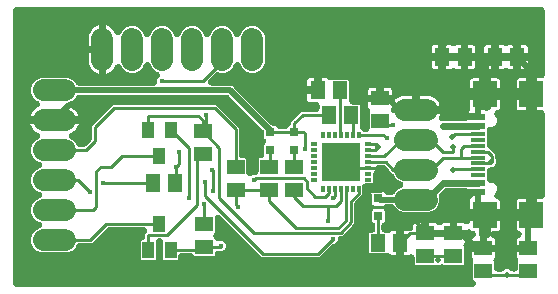
<source format=gbr>
G04 EAGLE Gerber X2 export*
%TF.Part,Single*%
%TF.FileFunction,Copper,L1,Top,Mixed*%
%TF.FilePolarity,Positive*%
%TF.GenerationSoftware,Autodesk,EAGLE,9.6.2*%
%TF.CreationDate,2022-05-14T18:51:59Z*%
G75*
%MOMM*%
%FSLAX46Y46*%
%LPD*%
%INTop Copper*%
%AMOC8*
5,1,8,0,0,1.08239X$1,22.5*%
G01*
%ADD10R,1.500000X1.300000*%
%ADD11R,1.300000X1.500000*%
%ADD12R,0.600000X0.300000*%
%ADD13R,0.300000X0.600000*%
%ADD14R,3.300000X3.300000*%
%ADD15R,0.435000X0.435000*%
%ADD16C,1.828800*%
%ADD17R,0.800000X0.800000*%
%ADD18R,1.000000X1.400000*%
%ADD19R,1.150000X0.600000*%
%ADD20R,1.150000X0.300000*%
%ADD21R,2.000000X2.180000*%
%ADD22C,0.508000*%
%ADD23C,0.502400*%
%ADD24C,0.254000*%
%ADD25C,0.452400*%
%ADD26C,0.609600*%

G36*
X39063331Y220303D02*
X39063331Y220303D01*
X39067128Y220091D01*
X39087925Y222300D01*
X39108725Y223991D01*
X39112409Y224903D01*
X39116191Y225306D01*
X39136350Y230841D01*
X39156613Y235866D01*
X39160103Y237363D01*
X39163769Y238369D01*
X39182778Y247088D01*
X39201959Y255313D01*
X39205159Y257350D01*
X39208619Y258938D01*
X39226016Y270638D01*
X39243572Y281822D01*
X39246391Y284341D01*
X39249559Y286472D01*
X39264822Y300809D01*
X39280366Y314697D01*
X39282753Y317653D01*
X39285522Y320253D01*
X39298197Y336766D01*
X39311372Y353075D01*
X39313263Y356397D01*
X39315563Y359394D01*
X39325409Y377741D01*
X39335778Y395956D01*
X39337100Y399519D01*
X39338897Y402866D01*
X39345675Y422619D01*
X39352947Y442213D01*
X39353678Y445944D01*
X39354909Y449534D01*
X39358416Y470147D01*
X39362425Y490634D01*
X39362544Y494425D01*
X39363181Y498175D01*
X39363316Y519116D01*
X39363969Y539950D01*
X39363475Y543703D01*
X39363500Y547516D01*
X39360259Y568169D01*
X39357538Y588866D01*
X39356438Y592513D01*
X39355850Y596259D01*
X39349338Y616069D01*
X39343297Y636106D01*
X39341625Y639522D01*
X39340441Y643128D01*
X39330800Y661656D01*
X39321619Y680428D01*
X39319419Y683528D01*
X39317666Y686900D01*
X39311900Y694134D01*
X39293075Y720675D01*
X39280928Y732978D01*
X39275072Y740325D01*
X39128000Y887394D01*
X39128000Y2315825D01*
X39130300Y2321578D01*
X39133894Y2328275D01*
X39139438Y2344441D01*
X39145797Y2360344D01*
X39147447Y2367781D01*
X39149903Y2374944D01*
X39152766Y2391772D01*
X39156478Y2408513D01*
X39156903Y2416097D01*
X39158178Y2423584D01*
X39158288Y2440709D01*
X39159247Y2457775D01*
X39158444Y2465316D01*
X39158494Y2472922D01*
X39155838Y2489847D01*
X39154031Y2506838D01*
X39152022Y2514153D01*
X39150844Y2521666D01*
X39145494Y2537934D01*
X39140969Y2554419D01*
X39137806Y2561313D01*
X39135431Y2568538D01*
X39127522Y2583738D01*
X39120400Y2599266D01*
X39116166Y2605559D01*
X39112656Y2612306D01*
X39106097Y2620534D01*
X39092866Y2640206D01*
X39076616Y2657509D01*
X39070059Y2665731D01*
X39051744Y2684047D01*
X39018313Y2741950D01*
X39001000Y2806563D01*
X39001000Y3164994D01*
X39984778Y3164994D01*
X39992356Y3165609D01*
X39999931Y3165372D01*
X40007709Y3166394D01*
X40014759Y3166175D01*
X40025219Y3164994D01*
X41008997Y3164994D01*
X41008997Y2806563D01*
X40991684Y2741950D01*
X40958253Y2684047D01*
X40939938Y2665731D01*
X40935022Y2659947D01*
X40929481Y2654744D01*
X40919066Y2641172D01*
X40907984Y2628134D01*
X40904059Y2621622D01*
X40899441Y2615603D01*
X40891366Y2600553D01*
X40882519Y2585875D01*
X40879691Y2578803D01*
X40876109Y2572128D01*
X40870569Y2555981D01*
X40864203Y2540059D01*
X40862553Y2532622D01*
X40860094Y2525459D01*
X40857225Y2508591D01*
X40853522Y2491891D01*
X40853094Y2484306D01*
X40851822Y2476819D01*
X40851713Y2459713D01*
X40850750Y2442628D01*
X40851553Y2435078D01*
X40851503Y2427481D01*
X40854156Y2410575D01*
X40855963Y2393566D01*
X40857972Y2386244D01*
X40859150Y2378738D01*
X40864500Y2362469D01*
X40869025Y2345984D01*
X40872188Y2339088D01*
X40874563Y2331866D01*
X40881997Y2317575D01*
X40881997Y1828797D01*
X40882613Y1821219D01*
X40882375Y1813644D01*
X40884603Y1796684D01*
X40885991Y1779619D01*
X40887816Y1772256D01*
X40888806Y1764728D01*
X40893750Y1748328D01*
X40897866Y1731731D01*
X40900853Y1724766D01*
X40903047Y1717488D01*
X40910572Y1702103D01*
X40917313Y1686384D01*
X40921391Y1679981D01*
X40924725Y1673166D01*
X40934638Y1659191D01*
X40943822Y1644772D01*
X40948866Y1639125D01*
X40953269Y1632919D01*
X40965322Y1620709D01*
X40976697Y1607978D01*
X40982591Y1603219D01*
X40987931Y1597806D01*
X41001772Y1587722D01*
X41015075Y1576972D01*
X41021672Y1573216D01*
X41027806Y1568747D01*
X41043081Y1561031D01*
X41057956Y1552566D01*
X41065075Y1549922D01*
X41071847Y1546503D01*
X41088147Y1541359D01*
X41104213Y1535397D01*
X41111675Y1533938D01*
X41118900Y1531656D01*
X41129338Y1530478D01*
X41152634Y1525919D01*
X41176338Y1525178D01*
X41186797Y1523997D01*
X41522128Y1523997D01*
X41533463Y1524919D01*
X41544844Y1524844D01*
X41558031Y1526913D01*
X41571306Y1527991D01*
X41582334Y1530725D01*
X41593588Y1532491D01*
X41606269Y1536659D01*
X41619194Y1539866D01*
X41629641Y1544347D01*
X41640459Y1547903D01*
X41652297Y1554063D01*
X41664541Y1559313D01*
X41674128Y1565419D01*
X41684228Y1570675D01*
X41691588Y1576544D01*
X41706153Y1585822D01*
X41730425Y1607509D01*
X41737653Y1613272D01*
X41779603Y1655222D01*
X41946606Y1724397D01*
X42127391Y1724397D01*
X42294394Y1655222D01*
X42336344Y1613272D01*
X42344984Y1605928D01*
X42353003Y1597806D01*
X42363813Y1589928D01*
X42373941Y1581322D01*
X42383659Y1575466D01*
X42392878Y1568747D01*
X42404806Y1562722D01*
X42416200Y1555856D01*
X42426753Y1551638D01*
X42436919Y1546503D01*
X42449628Y1542494D01*
X42462016Y1537541D01*
X42473144Y1535072D01*
X42483972Y1531656D01*
X42493294Y1530603D01*
X42510184Y1526859D01*
X42542688Y1525031D01*
X42551869Y1523997D01*
X42633200Y1523997D01*
X42640778Y1524613D01*
X42648353Y1524375D01*
X42665313Y1526603D01*
X42682378Y1527991D01*
X42689741Y1529816D01*
X42697269Y1530806D01*
X42713669Y1535750D01*
X42730266Y1539866D01*
X42737231Y1542853D01*
X42744509Y1545047D01*
X42759881Y1552566D01*
X42775613Y1559313D01*
X42782016Y1563391D01*
X42788831Y1566725D01*
X42802806Y1576638D01*
X42817225Y1585822D01*
X42822872Y1590866D01*
X42829078Y1595269D01*
X42841288Y1607322D01*
X42854019Y1618697D01*
X42858778Y1624591D01*
X42864191Y1629931D01*
X42874275Y1643772D01*
X42885025Y1657075D01*
X42888781Y1663672D01*
X42893250Y1669806D01*
X42900966Y1685081D01*
X42909431Y1699956D01*
X42912075Y1707075D01*
X42915494Y1713847D01*
X42920638Y1730147D01*
X42926600Y1746213D01*
X42928059Y1753675D01*
X42930341Y1760900D01*
X42931519Y1771338D01*
X42936078Y1794634D01*
X42936819Y1818338D01*
X42938000Y1828797D01*
X42938000Y2315825D01*
X42940300Y2321578D01*
X42943894Y2328275D01*
X42949438Y2344441D01*
X42955797Y2360344D01*
X42957447Y2367781D01*
X42959903Y2374944D01*
X42962766Y2391772D01*
X42966478Y2408513D01*
X42966903Y2416097D01*
X42968178Y2423584D01*
X42968288Y2440709D01*
X42969247Y2457775D01*
X42968444Y2465316D01*
X42968494Y2472922D01*
X42965838Y2489847D01*
X42964031Y2506838D01*
X42962022Y2514153D01*
X42960844Y2521666D01*
X42955494Y2537934D01*
X42950969Y2554419D01*
X42947806Y2561313D01*
X42945431Y2568538D01*
X42937522Y2583738D01*
X42930400Y2599266D01*
X42926166Y2605559D01*
X42922656Y2612306D01*
X42916097Y2620534D01*
X42902866Y2640206D01*
X42886616Y2657509D01*
X42880059Y2665731D01*
X42861744Y2684047D01*
X42828313Y2741950D01*
X42811000Y2806563D01*
X42811000Y3164994D01*
X43794778Y3164994D01*
X43802356Y3165609D01*
X43809931Y3165372D01*
X43826891Y3167600D01*
X43843956Y3168988D01*
X43851319Y3170813D01*
X43858847Y3171803D01*
X43875247Y3176747D01*
X43891844Y3180863D01*
X43898809Y3183850D01*
X43906088Y3186044D01*
X43921459Y3193563D01*
X43937191Y3200309D01*
X43943594Y3204388D01*
X43950409Y3207722D01*
X43964384Y3217634D01*
X43978803Y3226819D01*
X43984450Y3231863D01*
X43990656Y3236266D01*
X44002866Y3248319D01*
X44015597Y3259694D01*
X44020356Y3265588D01*
X44025769Y3270928D01*
X44035853Y3284769D01*
X44046603Y3298072D01*
X44050359Y3304669D01*
X44054828Y3310803D01*
X44062544Y3326078D01*
X44071009Y3340953D01*
X44073653Y3348072D01*
X44077072Y3354844D01*
X44082216Y3371144D01*
X44088178Y3387209D01*
X44089638Y3394672D01*
X44091919Y3401897D01*
X44093097Y3412334D01*
X44097656Y3435631D01*
X44098397Y3459334D01*
X44099578Y3469794D01*
X44099578Y3510200D01*
X44098963Y3517778D01*
X44099200Y3525353D01*
X44096972Y3542313D01*
X44095584Y3559378D01*
X44093759Y3566741D01*
X44092769Y3574269D01*
X44087825Y3590669D01*
X44083709Y3607266D01*
X44080722Y3614231D01*
X44078528Y3621509D01*
X44071003Y3636894D01*
X44064263Y3652613D01*
X44060184Y3659016D01*
X44056850Y3665831D01*
X44046938Y3679806D01*
X44037753Y3694225D01*
X44032709Y3699872D01*
X44028306Y3706078D01*
X44016253Y3718288D01*
X44004878Y3731019D01*
X43998984Y3735778D01*
X43993644Y3741191D01*
X43979803Y3751275D01*
X43966500Y3762025D01*
X43959903Y3765781D01*
X43953769Y3770250D01*
X43938494Y3777966D01*
X43923619Y3786431D01*
X43916500Y3789075D01*
X43909728Y3792494D01*
X43893428Y3797638D01*
X43877363Y3803600D01*
X43869900Y3805059D01*
X43862675Y3807341D01*
X43852238Y3808519D01*
X43828941Y3813078D01*
X43805238Y3813819D01*
X43794778Y3815000D01*
X42810997Y3815000D01*
X42811000Y4173431D01*
X42828313Y4238047D01*
X42861750Y4295963D01*
X42909034Y4343247D01*
X42966950Y4376684D01*
X43021325Y4391253D01*
X43039206Y4397634D01*
X43057316Y4403344D01*
X43062416Y4405919D01*
X43067794Y4407838D01*
X43084416Y4417025D01*
X43101363Y4425578D01*
X43105975Y4428938D01*
X43110978Y4431703D01*
X43125916Y4443463D01*
X43141244Y4454628D01*
X43145250Y4458684D01*
X43149744Y4462222D01*
X43162606Y4476256D01*
X43175916Y4489731D01*
X43179209Y4494372D01*
X43183081Y4498597D01*
X43193500Y4514509D01*
X43204472Y4529969D01*
X43206984Y4535100D01*
X43210109Y4539875D01*
X43217816Y4557234D01*
X43226159Y4574284D01*
X43227806Y4579738D01*
X43230128Y4584972D01*
X43234941Y4603384D01*
X43240413Y4621522D01*
X43241159Y4627181D01*
X43242603Y4632709D01*
X43244378Y4651606D01*
X43246859Y4670438D01*
X43246681Y4676150D01*
X43247216Y4681831D01*
X43245916Y4700791D01*
X43245328Y4719753D01*
X43244234Y4725347D01*
X43243844Y4731056D01*
X43239500Y4749566D01*
X43235863Y4768175D01*
X43233878Y4773528D01*
X43232572Y4779091D01*
X43225313Y4796625D01*
X43218706Y4814438D01*
X43215881Y4819406D01*
X43213697Y4824678D01*
X43203700Y4840813D01*
X43194309Y4857322D01*
X43190719Y4861769D01*
X43187713Y4866622D01*
X43175247Y4880931D01*
X43163313Y4895713D01*
X43159053Y4899522D01*
X43155303Y4903825D01*
X43140700Y4915928D01*
X43126531Y4928597D01*
X43121709Y4931672D01*
X43117319Y4935309D01*
X43100956Y4944897D01*
X43084925Y4955116D01*
X43080666Y4956788D01*
X43074747Y4960256D01*
X43028713Y4978006D01*
X43024231Y4978944D01*
X43021322Y4980084D01*
X42971953Y4993313D01*
X42914034Y5026750D01*
X42866750Y5074034D01*
X42833313Y5131950D01*
X42816000Y5196563D01*
X42816000Y5819994D01*
X43874778Y5819994D01*
X43882356Y5820609D01*
X43889931Y5820372D01*
X43906891Y5822600D01*
X43923956Y5823988D01*
X43931319Y5825813D01*
X43938847Y5826803D01*
X43955247Y5831747D01*
X43971844Y5835863D01*
X43978809Y5838850D01*
X43986088Y5841044D01*
X44001459Y5848563D01*
X44017191Y5855309D01*
X44023594Y5859388D01*
X44030409Y5862722D01*
X44044384Y5872634D01*
X44058803Y5881819D01*
X44064450Y5886863D01*
X44070656Y5891266D01*
X44082866Y5903319D01*
X44095597Y5914694D01*
X44100356Y5920588D01*
X44105769Y5925928D01*
X44115853Y5939769D01*
X44126603Y5953072D01*
X44130359Y5959669D01*
X44134828Y5965803D01*
X44142544Y5981078D01*
X44151009Y5995953D01*
X44153653Y6003072D01*
X44157072Y6009844D01*
X44162216Y6026144D01*
X44168178Y6042209D01*
X44169638Y6049672D01*
X44171919Y6056897D01*
X44173097Y6067334D01*
X44177656Y6090631D01*
X44178397Y6114334D01*
X44179578Y6124794D01*
X44179578Y6210419D01*
X44265200Y6210419D01*
X44272778Y6211034D01*
X44280353Y6210797D01*
X44297313Y6213025D01*
X44314378Y6214413D01*
X44321741Y6216238D01*
X44329269Y6217228D01*
X44345669Y6222172D01*
X44362266Y6226288D01*
X44369231Y6229275D01*
X44376509Y6231469D01*
X44391881Y6238988D01*
X44407613Y6245734D01*
X44414016Y6249813D01*
X44420831Y6253147D01*
X44434806Y6263059D01*
X44449225Y6272244D01*
X44454872Y6277288D01*
X44461078Y6281691D01*
X44473288Y6293744D01*
X44486019Y6305119D01*
X44490778Y6311013D01*
X44496191Y6316353D01*
X44506275Y6330194D01*
X44517025Y6343497D01*
X44520781Y6350094D01*
X44525250Y6356228D01*
X44532966Y6371503D01*
X44541431Y6386378D01*
X44544075Y6393497D01*
X44547494Y6400269D01*
X44552638Y6416569D01*
X44558600Y6432634D01*
X44560059Y6440097D01*
X44562341Y6447322D01*
X44563519Y6457759D01*
X44568078Y6481056D01*
X44568819Y6504759D01*
X44570000Y6515219D01*
X44570000Y7663997D01*
X44885200Y7663997D01*
X44892778Y7664613D01*
X44900353Y7664375D01*
X44917313Y7666603D01*
X44934378Y7667991D01*
X44941741Y7669816D01*
X44949269Y7670806D01*
X44965669Y7675750D01*
X44982266Y7679866D01*
X44989231Y7682853D01*
X44996509Y7685047D01*
X45011881Y7692566D01*
X45027613Y7699313D01*
X45034016Y7703391D01*
X45040831Y7706725D01*
X45054806Y7716638D01*
X45069225Y7725822D01*
X45074872Y7730866D01*
X45081078Y7735269D01*
X45093288Y7747322D01*
X45106019Y7758697D01*
X45110778Y7764591D01*
X45116191Y7769931D01*
X45126275Y7783772D01*
X45137025Y7797075D01*
X45140781Y7803672D01*
X45145250Y7809806D01*
X45152966Y7825081D01*
X45161431Y7839956D01*
X45164075Y7847075D01*
X45167494Y7853847D01*
X45172638Y7870147D01*
X45178600Y7886213D01*
X45180059Y7893675D01*
X45182341Y7900900D01*
X45183519Y7911338D01*
X45188078Y7934634D01*
X45188819Y7958338D01*
X45190000Y7968797D01*
X45190000Y14891200D01*
X45189384Y14898778D01*
X45189622Y14906353D01*
X45187394Y14923313D01*
X45186006Y14940378D01*
X45184181Y14947741D01*
X45183191Y14955269D01*
X45178247Y14971669D01*
X45174131Y14988266D01*
X45171144Y14995231D01*
X45168950Y15002509D01*
X45161425Y15017894D01*
X45154684Y15033613D01*
X45150606Y15040016D01*
X45147272Y15046831D01*
X45137359Y15060806D01*
X45128175Y15075225D01*
X45123131Y15080872D01*
X45118728Y15087078D01*
X45106675Y15099288D01*
X45095300Y15112019D01*
X45089406Y15116778D01*
X45084066Y15122191D01*
X45070225Y15132275D01*
X45056922Y15143025D01*
X45050325Y15146781D01*
X45044191Y15151250D01*
X45028916Y15158966D01*
X45014041Y15167431D01*
X45006922Y15170075D01*
X45000150Y15173494D01*
X44983850Y15178638D01*
X44967784Y15184600D01*
X44960322Y15186059D01*
X44953097Y15188341D01*
X44942659Y15189519D01*
X44919363Y15194078D01*
X44895659Y15194819D01*
X44885200Y15196000D01*
X44570000Y15196000D01*
X44570000Y16344778D01*
X44569384Y16352356D01*
X44569622Y16359931D01*
X44567394Y16376891D01*
X44566006Y16393956D01*
X44564181Y16401319D01*
X44563191Y16408847D01*
X44558247Y16425247D01*
X44554131Y16441844D01*
X44551144Y16448809D01*
X44548950Y16456088D01*
X44541425Y16471472D01*
X44534684Y16487191D01*
X44530606Y16493594D01*
X44527272Y16500409D01*
X44517363Y16514381D01*
X44508175Y16528803D01*
X44503131Y16534450D01*
X44499022Y16540241D01*
X44506275Y16550194D01*
X44517025Y16563497D01*
X44520781Y16570094D01*
X44525250Y16576228D01*
X44532966Y16591503D01*
X44541431Y16606378D01*
X44544075Y16613497D01*
X44547494Y16620269D01*
X44552638Y16636569D01*
X44558600Y16652634D01*
X44560059Y16660097D01*
X44562341Y16667322D01*
X44563519Y16677759D01*
X44568078Y16701056D01*
X44568819Y16724759D01*
X44570000Y16735219D01*
X44570000Y17883997D01*
X44885200Y17883997D01*
X44892778Y17884613D01*
X44900353Y17884375D01*
X44917313Y17886603D01*
X44934378Y17887991D01*
X44941741Y17889816D01*
X44949269Y17890806D01*
X44965669Y17895750D01*
X44982266Y17899866D01*
X44989231Y17902853D01*
X44996509Y17905047D01*
X45011881Y17912566D01*
X45027613Y17919313D01*
X45034016Y17923391D01*
X45040831Y17926725D01*
X45054806Y17936638D01*
X45069225Y17945822D01*
X45074872Y17950866D01*
X45081078Y17955269D01*
X45093288Y17967322D01*
X45106019Y17978697D01*
X45110778Y17984591D01*
X45116191Y17989931D01*
X45126275Y18003772D01*
X45137025Y18017075D01*
X45140781Y18023672D01*
X45145250Y18029806D01*
X45152966Y18045081D01*
X45161431Y18059956D01*
X45164075Y18067075D01*
X45167494Y18073847D01*
X45172638Y18090147D01*
X45178600Y18106213D01*
X45180059Y18113675D01*
X45182341Y18120900D01*
X45183519Y18131338D01*
X45188078Y18154634D01*
X45188819Y18178338D01*
X45190000Y18188797D01*
X45190000Y23625200D01*
X45189384Y23632778D01*
X45189622Y23640353D01*
X45187394Y23657313D01*
X45186006Y23674378D01*
X45184181Y23681741D01*
X45183191Y23689269D01*
X45178247Y23705669D01*
X45174131Y23722266D01*
X45171144Y23729231D01*
X45168950Y23736509D01*
X45161425Y23751894D01*
X45154684Y23767613D01*
X45150606Y23774016D01*
X45147272Y23780831D01*
X45137359Y23794806D01*
X45128175Y23809225D01*
X45123131Y23814872D01*
X45118728Y23821078D01*
X45106675Y23833288D01*
X45095300Y23846019D01*
X45089406Y23850778D01*
X45084066Y23856191D01*
X45070225Y23866275D01*
X45056922Y23877025D01*
X45050325Y23880781D01*
X45044191Y23885250D01*
X45028916Y23892966D01*
X45014041Y23901431D01*
X45006922Y23904075D01*
X45000150Y23907494D01*
X44983850Y23912638D01*
X44967784Y23918600D01*
X44960322Y23920059D01*
X44953097Y23922341D01*
X44942659Y23923519D01*
X44919363Y23928078D01*
X44895659Y23928819D01*
X44885200Y23930000D01*
X504797Y23930000D01*
X497219Y23929384D01*
X489644Y23929622D01*
X472684Y23927394D01*
X455619Y23926006D01*
X448256Y23924181D01*
X440728Y23923191D01*
X424328Y23918247D01*
X407731Y23914131D01*
X400766Y23911144D01*
X393488Y23908950D01*
X378103Y23901425D01*
X362384Y23894684D01*
X355981Y23890606D01*
X349166Y23887272D01*
X335191Y23877359D01*
X320772Y23868175D01*
X315125Y23863131D01*
X308919Y23858728D01*
X296709Y23846675D01*
X283978Y23835300D01*
X279219Y23829406D01*
X273806Y23824066D01*
X263722Y23810225D01*
X252972Y23796922D01*
X249216Y23790325D01*
X244747Y23784191D01*
X237031Y23768916D01*
X228566Y23754041D01*
X225922Y23746922D01*
X222503Y23740150D01*
X217359Y23723850D01*
X211397Y23707784D01*
X209938Y23700322D01*
X207656Y23693097D01*
X206478Y23682659D01*
X201919Y23659363D01*
X201178Y23635659D01*
X199997Y23625200D01*
X199997Y524797D01*
X200613Y517219D01*
X200375Y509644D01*
X202603Y492684D01*
X203991Y475619D01*
X205816Y468256D01*
X206806Y460728D01*
X211750Y444328D01*
X215866Y427731D01*
X218853Y420766D01*
X221047Y413488D01*
X228572Y398103D01*
X235313Y382384D01*
X239391Y375981D01*
X242725Y369166D01*
X252638Y355191D01*
X261822Y340772D01*
X266866Y335125D01*
X271269Y328919D01*
X283322Y316709D01*
X294697Y303978D01*
X300591Y299219D01*
X305931Y293806D01*
X319772Y283722D01*
X333075Y272972D01*
X339672Y269216D01*
X345806Y264747D01*
X361081Y257031D01*
X375956Y248566D01*
X383075Y245922D01*
X389847Y242503D01*
X406147Y237359D01*
X422213Y231397D01*
X429675Y229938D01*
X436900Y227656D01*
X447338Y226478D01*
X470634Y221919D01*
X494338Y221178D01*
X504797Y219997D01*
X39059547Y219997D01*
X39063331Y220303D01*
G37*
%LPC*%
G36*
X11070391Y2518000D02*
X11070391Y2518000D01*
X10996000Y2592391D01*
X10996000Y4097606D01*
X11070938Y4172544D01*
X11071778Y4172613D01*
X11079353Y4172375D01*
X11096313Y4174603D01*
X11113378Y4175991D01*
X11120741Y4177816D01*
X11128269Y4178806D01*
X11144669Y4183750D01*
X11161266Y4187866D01*
X11168231Y4190853D01*
X11175509Y4193047D01*
X11190881Y4200566D01*
X11206613Y4207313D01*
X11213016Y4211391D01*
X11219831Y4214725D01*
X11233806Y4224638D01*
X11248225Y4233822D01*
X11253872Y4238866D01*
X11260078Y4243269D01*
X11272288Y4255322D01*
X11285019Y4266697D01*
X11289778Y4272591D01*
X11295191Y4277931D01*
X11305263Y4291753D01*
X11316025Y4305075D01*
X11319781Y4311672D01*
X11324250Y4317806D01*
X11331966Y4333081D01*
X11340431Y4347956D01*
X11343075Y4355075D01*
X11346494Y4361847D01*
X11351638Y4378147D01*
X11357600Y4394213D01*
X11359056Y4401656D01*
X11361341Y4408900D01*
X11362519Y4419338D01*
X11367078Y4442634D01*
X11367819Y4466338D01*
X11369000Y4476797D01*
X11369000Y4696206D01*
X11443466Y4770672D01*
X11445931Y4773572D01*
X11448759Y4776100D01*
X11461891Y4792353D01*
X11475416Y4808269D01*
X11477372Y4811516D01*
X11479766Y4814478D01*
X11490116Y4832666D01*
X11500881Y4850528D01*
X11502291Y4854053D01*
X11504172Y4857359D01*
X11511459Y4876991D01*
X11519194Y4896344D01*
X11520013Y4900041D01*
X11521341Y4903616D01*
X11525363Y4924163D01*
X11529875Y4944513D01*
X11530088Y4948306D01*
X11530819Y4952038D01*
X11531472Y4972881D01*
X11532647Y4993775D01*
X11532244Y4997566D01*
X11532363Y5001353D01*
X11529650Y5021978D01*
X11527431Y5042838D01*
X11526428Y5046494D01*
X11525931Y5050269D01*
X11519881Y5070334D01*
X11514369Y5090419D01*
X11512791Y5093859D01*
X11511691Y5097509D01*
X11502503Y5116291D01*
X11493803Y5135266D01*
X11491678Y5138425D01*
X11490013Y5141831D01*
X11477947Y5158844D01*
X11466269Y5176209D01*
X11463666Y5178981D01*
X11461469Y5182078D01*
X11446759Y5196978D01*
X11432488Y5212172D01*
X11429488Y5214475D01*
X11426806Y5217191D01*
X11409850Y5229547D01*
X11393350Y5242213D01*
X11390016Y5244003D01*
X11386931Y5246250D01*
X11368219Y5255700D01*
X11349875Y5265547D01*
X11346291Y5266778D01*
X11342891Y5268494D01*
X11322928Y5274794D01*
X11303206Y5281559D01*
X11299466Y5282197D01*
X11295838Y5283341D01*
X11286631Y5284378D01*
X11254566Y5289834D01*
X11237284Y5289947D01*
X11227941Y5291000D01*
X8316463Y5291000D01*
X8305128Y5290078D01*
X8293747Y5290153D01*
X8280559Y5288084D01*
X8267284Y5287006D01*
X8256256Y5284272D01*
X8245003Y5282506D01*
X8232322Y5278338D01*
X8219397Y5275131D01*
X8208950Y5270650D01*
X8198131Y5267094D01*
X8186294Y5260934D01*
X8174050Y5255684D01*
X8164463Y5249578D01*
X8154363Y5244322D01*
X8147003Y5238453D01*
X8132438Y5229175D01*
X8108166Y5207488D01*
X8100938Y5201725D01*
X6836213Y3937000D01*
X5823050Y3937000D01*
X5801375Y3935241D01*
X5779553Y3933881D01*
X5776738Y3933238D01*
X5773872Y3933006D01*
X5752709Y3927759D01*
X5731450Y3922909D01*
X5728788Y3921825D01*
X5725984Y3921131D01*
X5705934Y3912531D01*
X5685744Y3904322D01*
X5683284Y3902819D01*
X5680638Y3901684D01*
X5662297Y3890000D01*
X5643638Y3878603D01*
X5641444Y3876716D01*
X5639025Y3875175D01*
X5622806Y3860684D01*
X5606234Y3846428D01*
X5604381Y3844222D01*
X5602231Y3842300D01*
X5588478Y3825275D01*
X5574509Y3808638D01*
X5573372Y3806578D01*
X5571225Y3803922D01*
X5546819Y3761041D01*
X5544006Y3753466D01*
X5541450Y3748841D01*
X5480250Y3601088D01*
X5187303Y3308141D01*
X4804550Y3149600D01*
X2561447Y3149600D01*
X2178694Y3308141D01*
X1885741Y3601094D01*
X1727200Y3983847D01*
X1727200Y4398150D01*
X1885741Y4780903D01*
X2178688Y5073850D01*
X2433509Y5179400D01*
X2436903Y5181141D01*
X2440478Y5182391D01*
X2458788Y5192359D01*
X2477416Y5201909D01*
X2480475Y5204166D01*
X2483813Y5205984D01*
X2500328Y5218822D01*
X2517116Y5231209D01*
X2519763Y5233925D01*
X2522769Y5236259D01*
X2536978Y5251572D01*
X2551569Y5266528D01*
X2553750Y5269644D01*
X2556331Y5272425D01*
X2567909Y5289863D01*
X2579869Y5306944D01*
X2581509Y5310350D01*
X2583622Y5313531D01*
X2592231Y5332606D01*
X2601281Y5351394D01*
X2602359Y5355044D01*
X2603919Y5358503D01*
X2609322Y5378659D01*
X2615238Y5398719D01*
X2615709Y5402494D01*
X2616694Y5406159D01*
X2618775Y5426931D01*
X2621378Y5447675D01*
X2621238Y5451472D01*
X2621616Y5455253D01*
X2620316Y5476131D01*
X2619538Y5496981D01*
X2618788Y5500697D01*
X2618550Y5504497D01*
X2613894Y5524906D01*
X2609766Y5545344D01*
X2608425Y5548891D01*
X2607578Y5552603D01*
X2599709Y5571950D01*
X2592322Y5591497D01*
X2590419Y5594791D01*
X2588991Y5598306D01*
X2578091Y5616153D01*
X2567656Y5634228D01*
X2565259Y5637159D01*
X2563272Y5640413D01*
X2549631Y5656272D01*
X2536422Y5672422D01*
X2533572Y5674938D01*
X2531094Y5677819D01*
X2515103Y5691244D01*
X2499434Y5705075D01*
X2496216Y5707100D01*
X2493306Y5709541D01*
X2485213Y5714016D01*
X2457663Y5731334D01*
X2441738Y5738053D01*
X2433509Y5742600D01*
X2178688Y5848147D01*
X1885741Y6141094D01*
X1727200Y6523847D01*
X1727200Y6938150D01*
X1885741Y7320903D01*
X2178688Y7613850D01*
X2433509Y7719400D01*
X2436903Y7721141D01*
X2440478Y7722391D01*
X2458788Y7732359D01*
X2477416Y7741909D01*
X2480475Y7744166D01*
X2483813Y7745984D01*
X2500328Y7758822D01*
X2517116Y7771209D01*
X2519763Y7773925D01*
X2522769Y7776259D01*
X2536978Y7791572D01*
X2551569Y7806528D01*
X2553750Y7809644D01*
X2556331Y7812425D01*
X2567909Y7829863D01*
X2579869Y7846944D01*
X2581509Y7850350D01*
X2583622Y7853531D01*
X2592197Y7872534D01*
X2601281Y7891394D01*
X2602359Y7895044D01*
X2603919Y7898503D01*
X2609322Y7918659D01*
X2615238Y7938719D01*
X2615709Y7942494D01*
X2616694Y7946159D01*
X2618775Y7966931D01*
X2621378Y7987675D01*
X2621238Y7991472D01*
X2621616Y7995253D01*
X2620316Y8016131D01*
X2619538Y8036981D01*
X2618788Y8040697D01*
X2618550Y8044497D01*
X2613894Y8064906D01*
X2609766Y8085344D01*
X2608425Y8088891D01*
X2607578Y8092603D01*
X2599709Y8111950D01*
X2592322Y8131497D01*
X2590419Y8134791D01*
X2588991Y8138306D01*
X2578091Y8156153D01*
X2567656Y8174228D01*
X2565259Y8177159D01*
X2563272Y8180413D01*
X2549631Y8196272D01*
X2536422Y8212422D01*
X2533572Y8214938D01*
X2531094Y8217819D01*
X2515100Y8231247D01*
X2499434Y8245075D01*
X2496216Y8247100D01*
X2493306Y8249541D01*
X2485213Y8254016D01*
X2457663Y8271334D01*
X2441738Y8278053D01*
X2433509Y8282600D01*
X2178688Y8388147D01*
X1885741Y8681094D01*
X1727200Y9063847D01*
X1727200Y9478150D01*
X1885741Y9860903D01*
X2178688Y10153850D01*
X2433509Y10259400D01*
X2436903Y10261141D01*
X2440478Y10262391D01*
X2458788Y10272359D01*
X2477416Y10281909D01*
X2480475Y10284166D01*
X2483813Y10285984D01*
X2500328Y10298822D01*
X2517116Y10311209D01*
X2519763Y10313925D01*
X2522769Y10316259D01*
X2536978Y10331572D01*
X2551569Y10346528D01*
X2553750Y10349644D01*
X2556331Y10352425D01*
X2567909Y10369863D01*
X2579869Y10386944D01*
X2581509Y10390350D01*
X2583622Y10393531D01*
X2592231Y10412606D01*
X2601281Y10431394D01*
X2602359Y10435044D01*
X2603919Y10438503D01*
X2609322Y10458659D01*
X2615238Y10478719D01*
X2615709Y10482494D01*
X2616694Y10486159D01*
X2618775Y10506931D01*
X2621378Y10527675D01*
X2621238Y10531472D01*
X2621616Y10535253D01*
X2620316Y10556131D01*
X2619538Y10576981D01*
X2618788Y10580697D01*
X2618550Y10584497D01*
X2613894Y10604906D01*
X2609766Y10625344D01*
X2608425Y10628891D01*
X2607578Y10632603D01*
X2599709Y10651950D01*
X2592322Y10671497D01*
X2590419Y10674791D01*
X2588991Y10678306D01*
X2578091Y10696153D01*
X2567656Y10714228D01*
X2565259Y10717159D01*
X2563272Y10720413D01*
X2549631Y10736272D01*
X2536422Y10752422D01*
X2533572Y10754938D01*
X2531094Y10757819D01*
X2515100Y10771247D01*
X2499434Y10785075D01*
X2496216Y10787100D01*
X2493306Y10789541D01*
X2485213Y10794016D01*
X2457663Y10811334D01*
X2441738Y10818053D01*
X2433509Y10822600D01*
X2178688Y10928147D01*
X1885741Y11221094D01*
X1727200Y11603847D01*
X1727200Y12018150D01*
X1885741Y12400903D01*
X2178688Y12693850D01*
X2267616Y12730684D01*
X2282328Y12738228D01*
X2297394Y12744956D01*
X2304228Y12749453D01*
X2311522Y12753194D01*
X2324819Y12763006D01*
X2338606Y12772081D01*
X2344622Y12777619D01*
X2351222Y12782491D01*
X2362769Y12794331D01*
X2374903Y12805503D01*
X2379956Y12811953D01*
X2385672Y12817813D01*
X2395125Y12831309D01*
X2405334Y12844341D01*
X2409288Y12851538D01*
X2413975Y12858228D01*
X2421141Y12873103D01*
X2429097Y12887581D01*
X2431828Y12895288D01*
X2435388Y12902678D01*
X2440059Y12918522D01*
X2445575Y12934088D01*
X2447031Y12942159D01*
X2449344Y12950003D01*
X2451397Y12966372D01*
X2454331Y12982644D01*
X2454466Y12990834D01*
X2455484Y12998959D01*
X2454869Y13015475D01*
X2455138Y13031978D01*
X2453950Y13040075D01*
X2453644Y13048266D01*
X2450372Y13064459D01*
X2447975Y13080794D01*
X2445494Y13088600D01*
X2443872Y13096628D01*
X2438034Y13112069D01*
X2433031Y13127816D01*
X2429322Y13135119D01*
X2426428Y13142778D01*
X2418175Y13157078D01*
X2410694Y13171813D01*
X2405853Y13178428D01*
X2401763Y13185513D01*
X2391316Y13198284D01*
X2381553Y13211625D01*
X2375713Y13217369D01*
X2370528Y13223706D01*
X2358144Y13234641D01*
X2346369Y13246216D01*
X2341059Y13249722D01*
X2333541Y13256359D01*
X2291769Y13282619D01*
X2290300Y13283238D01*
X2289350Y13283866D01*
X2156219Y13351700D01*
X2007428Y13459803D01*
X1877403Y13589828D01*
X1769294Y13738625D01*
X1685797Y13902494D01*
X1639109Y14046181D01*
X3682966Y14046181D01*
X3683003Y14046184D01*
X3683031Y14046181D01*
X5726888Y14046181D01*
X5680200Y13902494D01*
X5596703Y13738625D01*
X5488594Y13589828D01*
X5358569Y13459803D01*
X5209772Y13351694D01*
X5076647Y13283866D01*
X5062578Y13275197D01*
X5048075Y13267300D01*
X5041609Y13262275D01*
X5034641Y13257981D01*
X5022163Y13247159D01*
X5009119Y13237025D01*
X5003550Y13231025D01*
X4997363Y13225659D01*
X4986788Y13212959D01*
X4975556Y13200859D01*
X4971031Y13194044D01*
X4965788Y13187747D01*
X4957403Y13173516D01*
X4948266Y13159750D01*
X4944894Y13152278D01*
X4940744Y13145234D01*
X4934769Y13129847D01*
X4927969Y13114781D01*
X4925850Y13106878D01*
X4922884Y13099241D01*
X4919466Y13083059D01*
X4915194Y13067125D01*
X4914378Y13058981D01*
X4912684Y13050969D01*
X4911922Y13034484D01*
X4910272Y13018031D01*
X4910781Y13009850D01*
X4910403Y13001681D01*
X4912309Y12985300D01*
X4913338Y12968784D01*
X4915163Y12960784D01*
X4916106Y12952672D01*
X4920628Y12936816D01*
X4924309Y12920681D01*
X4927397Y12913088D01*
X4929641Y12905225D01*
X4936663Y12890306D01*
X4942897Y12874978D01*
X4947175Y12867975D01*
X4950653Y12860584D01*
X4959994Y12846984D01*
X4968616Y12832872D01*
X4973950Y12826669D01*
X4978591Y12819916D01*
X4990034Y12807975D01*
X5000794Y12795466D01*
X5007063Y12790203D01*
X5012728Y12784291D01*
X5025928Y12774366D01*
X5038581Y12763744D01*
X5044150Y12760666D01*
X5052163Y12754641D01*
X5095866Y12731738D01*
X5097394Y12731231D01*
X5098381Y12730684D01*
X5187309Y12693850D01*
X5480250Y12400909D01*
X5541450Y12253156D01*
X5551406Y12233738D01*
X5560978Y12214166D01*
X5562641Y12211819D01*
X5563959Y12209250D01*
X5576925Y12191678D01*
X5589522Y12173919D01*
X5591544Y12171872D01*
X5593256Y12169550D01*
X5608813Y12154378D01*
X5624184Y12138806D01*
X5626534Y12137094D01*
X5628578Y12135100D01*
X5646331Y12122669D01*
X5664059Y12109747D01*
X5666638Y12108444D01*
X5668991Y12106797D01*
X5688575Y12097366D01*
X5708100Y12087503D01*
X5710856Y12086634D01*
X5713444Y12085388D01*
X5734328Y12079228D01*
X5755153Y12072656D01*
X5757503Y12072391D01*
X5760769Y12071428D01*
X5809725Y12065288D01*
X5817800Y12065588D01*
X5823050Y12064997D01*
X6118534Y12064997D01*
X6129869Y12065919D01*
X6141250Y12065844D01*
X6154438Y12067913D01*
X6167713Y12068991D01*
X6178741Y12071725D01*
X6189994Y12073491D01*
X6202675Y12077659D01*
X6215600Y12080866D01*
X6226047Y12085347D01*
X6236866Y12088903D01*
X6248703Y12095063D01*
X6260947Y12100313D01*
X6270534Y12106419D01*
X6280634Y12111675D01*
X6287994Y12117544D01*
X6302559Y12126822D01*
X6326831Y12148509D01*
X6334059Y12154272D01*
X6768725Y12588938D01*
X6776069Y12597578D01*
X6784191Y12605597D01*
X6792069Y12616406D01*
X6800675Y12626534D01*
X6806531Y12636253D01*
X6813250Y12645472D01*
X6819275Y12657400D01*
X6826141Y12668794D01*
X6830359Y12679347D01*
X6835494Y12689513D01*
X6839503Y12702222D01*
X6844456Y12714609D01*
X6846925Y12725738D01*
X6850341Y12736566D01*
X6851394Y12745888D01*
X6855138Y12762778D01*
X6856963Y12795272D01*
X6858000Y12804463D01*
X6858000Y13874425D01*
X7096059Y14112484D01*
X8366513Y15382934D01*
X8366531Y15382956D01*
X8604572Y15620997D01*
X17377213Y15620997D01*
X19303997Y13694213D01*
X19303997Y11429797D01*
X19304613Y11422219D01*
X19304375Y11414644D01*
X19306606Y11397675D01*
X19307991Y11380619D01*
X19309816Y11373256D01*
X19310806Y11365728D01*
X19315750Y11349328D01*
X19319866Y11332731D01*
X19322853Y11325766D01*
X19325047Y11318488D01*
X19332572Y11303103D01*
X19339313Y11287384D01*
X19343391Y11280981D01*
X19346725Y11274166D01*
X19356638Y11260191D01*
X19365822Y11245772D01*
X19370866Y11240125D01*
X19375269Y11233919D01*
X19387322Y11221709D01*
X19398697Y11208978D01*
X19404591Y11204219D01*
X19409931Y11198806D01*
X19423772Y11188722D01*
X19437075Y11177972D01*
X19443672Y11174216D01*
X19449806Y11169747D01*
X19465081Y11162031D01*
X19479956Y11153566D01*
X19487075Y11150922D01*
X19493847Y11147503D01*
X19510147Y11142359D01*
X19526213Y11136397D01*
X19533675Y11134938D01*
X19540900Y11132656D01*
X19551338Y11131478D01*
X19574634Y11126919D01*
X19598338Y11126178D01*
X19608797Y11124997D01*
X19852606Y11124997D01*
X19926997Y11050606D01*
X19926997Y9923944D01*
X19928456Y9905988D01*
X19929128Y9887959D01*
X19930450Y9881416D01*
X19930991Y9874766D01*
X19935331Y9857263D01*
X19938900Y9839600D01*
X19941256Y9833366D01*
X19942866Y9826878D01*
X19949984Y9810281D01*
X19956347Y9793447D01*
X19959678Y9787675D01*
X19962313Y9781531D01*
X19971994Y9766334D01*
X19981009Y9750713D01*
X19985247Y9745531D01*
X19988822Y9739919D01*
X20000794Y9726519D01*
X20012244Y9712519D01*
X20017259Y9708091D01*
X20021697Y9703125D01*
X20035719Y9691797D01*
X20049234Y9679866D01*
X20054875Y9676322D01*
X20060075Y9672119D01*
X20075778Y9663181D01*
X20091006Y9653609D01*
X20097144Y9651022D01*
X20102956Y9647713D01*
X20119881Y9641431D01*
X20136469Y9634434D01*
X20142947Y9632869D01*
X20149213Y9630544D01*
X20166906Y9627081D01*
X20184428Y9622847D01*
X20191094Y9622347D01*
X20197634Y9621066D01*
X20215631Y9620503D01*
X20233628Y9619150D01*
X20240284Y9619731D01*
X20246950Y9619522D01*
X20264806Y9621869D01*
X20282781Y9623438D01*
X20287863Y9624900D01*
X20295866Y9625953D01*
X20343106Y9640194D01*
X20346175Y9641694D01*
X20348441Y9642347D01*
X20488584Y9700397D01*
X20662200Y9700397D01*
X20669778Y9701013D01*
X20677353Y9700775D01*
X20694313Y9703003D01*
X20711378Y9704391D01*
X20718741Y9706216D01*
X20726269Y9707206D01*
X20742669Y9712150D01*
X20759266Y9716266D01*
X20766231Y9719253D01*
X20773509Y9721447D01*
X20788881Y9728966D01*
X20804613Y9735713D01*
X20811016Y9739791D01*
X20817831Y9743125D01*
X20831806Y9753038D01*
X20846225Y9762222D01*
X20851872Y9767266D01*
X20858078Y9771669D01*
X20870288Y9783722D01*
X20883019Y9795097D01*
X20887778Y9800991D01*
X20893191Y9806331D01*
X20903275Y9820172D01*
X20914025Y9833475D01*
X20917781Y9840072D01*
X20922250Y9846206D01*
X20929966Y9861481D01*
X20938431Y9876356D01*
X20941075Y9883475D01*
X20944494Y9890247D01*
X20949638Y9906547D01*
X20955600Y9922613D01*
X20957059Y9930075D01*
X20959341Y9937300D01*
X20960519Y9947738D01*
X20965078Y9971034D01*
X20965819Y9994738D01*
X20967000Y10005197D01*
X20967000Y11050606D01*
X21041391Y11124997D01*
X21139200Y11124997D01*
X21146778Y11125613D01*
X21154353Y11125375D01*
X21171313Y11127603D01*
X21188378Y11128991D01*
X21195741Y11130816D01*
X21203269Y11131806D01*
X21219669Y11136750D01*
X21236266Y11140866D01*
X21243231Y11143853D01*
X21250509Y11146047D01*
X21265881Y11153566D01*
X21281613Y11160313D01*
X21288016Y11164391D01*
X21294831Y11167725D01*
X21308806Y11177638D01*
X21323225Y11186822D01*
X21328872Y11191866D01*
X21335078Y11196269D01*
X21347288Y11208322D01*
X21360019Y11219697D01*
X21364778Y11225591D01*
X21370191Y11230931D01*
X21380263Y11244753D01*
X21391025Y11258075D01*
X21394781Y11264672D01*
X21399250Y11270806D01*
X21406966Y11286081D01*
X21415431Y11300956D01*
X21418075Y11308075D01*
X21421494Y11314847D01*
X21426638Y11331147D01*
X21432600Y11347213D01*
X21434059Y11354675D01*
X21436341Y11361900D01*
X21437519Y11372338D01*
X21442078Y11395634D01*
X21442819Y11419338D01*
X21444000Y11429797D01*
X21444000Y12275600D01*
X21525869Y12357469D01*
X21530781Y12363250D01*
X21536319Y12368450D01*
X21546747Y12382034D01*
X21557819Y12395066D01*
X21561738Y12401569D01*
X21566359Y12407591D01*
X21574441Y12422650D01*
X21583284Y12437325D01*
X21586109Y12444391D01*
X21589691Y12451066D01*
X21595241Y12467238D01*
X21601597Y12483141D01*
X21603238Y12490544D01*
X21605706Y12497734D01*
X21608578Y12514631D01*
X21612278Y12531309D01*
X21612703Y12538884D01*
X21613978Y12546375D01*
X21614088Y12563488D01*
X21615050Y12580572D01*
X21614247Y12588119D01*
X21614297Y12595713D01*
X21611641Y12612647D01*
X21609834Y12629634D01*
X21607828Y12636938D01*
X21606650Y12644456D01*
X21601291Y12660750D01*
X21596772Y12677216D01*
X21593613Y12684106D01*
X21591238Y12691328D01*
X21583334Y12706519D01*
X21576206Y12722063D01*
X21571969Y12728363D01*
X21568466Y12735097D01*
X21561919Y12743306D01*
X21548672Y12763006D01*
X21532409Y12780319D01*
X21525869Y12788522D01*
X21444000Y12870391D01*
X21444000Y13332963D01*
X21443534Y13338713D01*
X21443622Y13341550D01*
X21443088Y13345609D01*
X21443153Y13355678D01*
X21441084Y13368866D01*
X21440006Y13382141D01*
X21437272Y13393169D01*
X21435506Y13404422D01*
X21431338Y13417103D01*
X21428131Y13430028D01*
X21423650Y13440475D01*
X21420094Y13451294D01*
X21413934Y13463131D01*
X21408684Y13475375D01*
X21402578Y13484963D01*
X21397322Y13495063D01*
X21391453Y13502422D01*
X21382175Y13516988D01*
X21360488Y13541259D01*
X21354725Y13548488D01*
X18482488Y16420725D01*
X18473847Y16428069D01*
X18465828Y16436191D01*
X18455019Y16444069D01*
X18444891Y16452675D01*
X18435172Y16458531D01*
X18425953Y16465250D01*
X18414025Y16471275D01*
X18402631Y16478141D01*
X18392078Y16482359D01*
X18381913Y16487494D01*
X18369203Y16491503D01*
X18356816Y16496456D01*
X18345688Y16498925D01*
X18334859Y16502341D01*
X18325538Y16503394D01*
X18308647Y16507138D01*
X18276144Y16508966D01*
X18266963Y16510000D01*
X5770447Y16510000D01*
X5748756Y16508238D01*
X5726953Y16506881D01*
X5724138Y16506241D01*
X5721269Y16506006D01*
X5700159Y16500772D01*
X5678850Y16495913D01*
X5676172Y16494822D01*
X5673381Y16494131D01*
X5653416Y16485569D01*
X5633144Y16477325D01*
X5630675Y16475816D01*
X5628034Y16474684D01*
X5609738Y16463028D01*
X5591038Y16451606D01*
X5588838Y16449716D01*
X5586422Y16448175D01*
X5570216Y16433694D01*
X5553634Y16419431D01*
X5551781Y16417225D01*
X5549628Y16415300D01*
X5535863Y16398259D01*
X5521909Y16381641D01*
X5520772Y16379584D01*
X5518622Y16376922D01*
X5494216Y16334041D01*
X5491403Y16326459D01*
X5488850Y16321844D01*
X5480253Y16301091D01*
X5187309Y16008147D01*
X5098381Y15971313D01*
X5083669Y15963769D01*
X5068603Y15957041D01*
X5061769Y15952544D01*
X5054475Y15948803D01*
X5041172Y15938988D01*
X5027391Y15929916D01*
X5021375Y15924378D01*
X5014775Y15919506D01*
X5003228Y15907666D01*
X4991094Y15896494D01*
X4986041Y15890044D01*
X4980325Y15884184D01*
X4970872Y15870688D01*
X4960663Y15857656D01*
X4956709Y15850459D01*
X4952022Y15843769D01*
X4944856Y15828894D01*
X4936900Y15814416D01*
X4934169Y15806709D01*
X4930609Y15799319D01*
X4925938Y15783475D01*
X4920422Y15767909D01*
X4918966Y15759838D01*
X4916653Y15751994D01*
X4914600Y15735625D01*
X4911666Y15719353D01*
X4911531Y15711163D01*
X4910513Y15703038D01*
X4911128Y15686522D01*
X4910859Y15670019D01*
X4912047Y15661922D01*
X4912353Y15653731D01*
X4915625Y15637538D01*
X4918022Y15621203D01*
X4920503Y15613397D01*
X4922125Y15605369D01*
X4927963Y15589928D01*
X4932966Y15574181D01*
X4936675Y15566878D01*
X4939569Y15559219D01*
X4947822Y15544919D01*
X4955303Y15530184D01*
X4960144Y15523569D01*
X4964234Y15516484D01*
X4974681Y15503713D01*
X4984444Y15490372D01*
X4990284Y15484628D01*
X4995469Y15478291D01*
X5007853Y15467356D01*
X5019628Y15455781D01*
X5024938Y15452275D01*
X5032456Y15445638D01*
X5074228Y15419378D01*
X5075697Y15418759D01*
X5076647Y15418131D01*
X5209778Y15350297D01*
X5358569Y15242194D01*
X5488594Y15112169D01*
X5596703Y14963372D01*
X5680200Y14799503D01*
X5726888Y14655813D01*
X3683031Y14655813D01*
X3682994Y14655809D01*
X3682966Y14655813D01*
X1639109Y14655813D01*
X1685797Y14799503D01*
X1769294Y14963372D01*
X1877403Y15112169D01*
X2007428Y15242194D01*
X2156219Y15350297D01*
X2289350Y15418131D01*
X2303450Y15426822D01*
X2317916Y15434697D01*
X2324369Y15439713D01*
X2331353Y15444016D01*
X2343831Y15454834D01*
X2356875Y15464972D01*
X2362456Y15470988D01*
X2368631Y15476341D01*
X2379181Y15489009D01*
X2390438Y15501138D01*
X2394972Y15507969D01*
X2400206Y15514253D01*
X2408584Y15528475D01*
X2417725Y15542244D01*
X2421097Y15549709D01*
X2425250Y15556763D01*
X2431225Y15572150D01*
X2438025Y15587216D01*
X2440147Y15595125D01*
X2443109Y15602759D01*
X2446525Y15618925D01*
X2450800Y15634872D01*
X2451616Y15643022D01*
X2453309Y15651031D01*
X2454072Y15667509D01*
X2455722Y15683966D01*
X2455213Y15692147D01*
X2455591Y15700319D01*
X2453684Y15716706D01*
X2452656Y15733209D01*
X2450834Y15741191D01*
X2449888Y15749328D01*
X2445356Y15765209D01*
X2441684Y15781313D01*
X2438600Y15788894D01*
X2436353Y15796775D01*
X2429319Y15811719D01*
X2423097Y15827019D01*
X2418825Y15834009D01*
X2415341Y15841416D01*
X2405997Y15855016D01*
X2397378Y15869125D01*
X2392031Y15875341D01*
X2387400Y15882081D01*
X2375972Y15894009D01*
X2365203Y15906528D01*
X2358944Y15911784D01*
X2353266Y15917709D01*
X2340038Y15927656D01*
X2327413Y15938253D01*
X2321850Y15941328D01*
X2313828Y15947359D01*
X2270125Y15970259D01*
X2268613Y15970763D01*
X2267616Y15971313D01*
X2178688Y16008147D01*
X1885741Y16301094D01*
X1727200Y16683847D01*
X1727200Y17098150D01*
X1885741Y17480903D01*
X2178694Y17773856D01*
X2561447Y17932397D01*
X4804550Y17932397D01*
X5187303Y17773856D01*
X5480253Y17480906D01*
X5488850Y17460153D01*
X5498772Y17440803D01*
X5508375Y17421166D01*
X5510044Y17418813D01*
X5511359Y17416247D01*
X5524303Y17398706D01*
X5536919Y17380919D01*
X5538944Y17378869D01*
X5540656Y17376547D01*
X5556209Y17361378D01*
X5571581Y17345806D01*
X5573928Y17344094D01*
X5575978Y17342097D01*
X5593725Y17329669D01*
X5611456Y17316747D01*
X5614041Y17315441D01*
X5616394Y17313794D01*
X5636003Y17304350D01*
X5655497Y17294503D01*
X5658247Y17293634D01*
X5660844Y17292384D01*
X5681763Y17286216D01*
X5702550Y17279656D01*
X5704906Y17279391D01*
X5708169Y17278428D01*
X5757125Y17272288D01*
X5765200Y17272588D01*
X5770447Y17271997D01*
X12092800Y17271997D01*
X12100378Y17272613D01*
X12107953Y17272375D01*
X12124913Y17274603D01*
X12141978Y17275991D01*
X12149341Y17277816D01*
X12156869Y17278806D01*
X12173269Y17283750D01*
X12189866Y17287866D01*
X12196831Y17290853D01*
X12204109Y17293047D01*
X12219481Y17300566D01*
X12235213Y17307313D01*
X12241616Y17311391D01*
X12248431Y17314725D01*
X12262406Y17324638D01*
X12276825Y17333822D01*
X12282472Y17338866D01*
X12288678Y17343269D01*
X12300888Y17355322D01*
X12313619Y17366697D01*
X12318378Y17372591D01*
X12323791Y17377931D01*
X12333875Y17391772D01*
X12344625Y17405075D01*
X12348381Y17411672D01*
X12352850Y17417806D01*
X12360566Y17433081D01*
X12369031Y17447956D01*
X12371675Y17455075D01*
X12375094Y17461847D01*
X12380238Y17478147D01*
X12386200Y17494213D01*
X12387659Y17501675D01*
X12389941Y17508900D01*
X12391119Y17519338D01*
X12395678Y17542634D01*
X12396419Y17566338D01*
X12397600Y17576797D01*
X12397600Y17738409D01*
X12462975Y17896238D01*
X12517263Y17950525D01*
X12528916Y17964238D01*
X12541203Y17977478D01*
X12544900Y17983047D01*
X12549213Y17988122D01*
X12558513Y18003556D01*
X12568491Y18018584D01*
X12571234Y18024659D01*
X12574681Y18030381D01*
X12581372Y18047119D01*
X12588791Y18063553D01*
X12590522Y18070006D01*
X12592994Y18076194D01*
X12596891Y18093775D01*
X12601566Y18111209D01*
X12602231Y18117859D01*
X12603675Y18124366D01*
X12604688Y18142338D01*
X12606488Y18160303D01*
X12606072Y18166972D01*
X12606447Y18173625D01*
X12604544Y18191528D01*
X12603422Y18209550D01*
X12601934Y18216069D01*
X12601231Y18222691D01*
X12596459Y18240078D01*
X12592450Y18257653D01*
X12589941Y18263819D01*
X12588172Y18270269D01*
X12580638Y18286694D01*
X12573863Y18303356D01*
X12570391Y18309041D01*
X12567603Y18315119D01*
X12557538Y18330084D01*
X12548144Y18345466D01*
X12543788Y18350528D01*
X12540069Y18356059D01*
X12527734Y18369191D01*
X12515969Y18382869D01*
X12510856Y18387163D01*
X12506291Y18392022D01*
X12492013Y18402981D01*
X12478181Y18414594D01*
X12473547Y18417156D01*
X12467150Y18422066D01*
X12423678Y18445400D01*
X12420459Y18446503D01*
X12418381Y18447653D01*
X12237088Y18522747D01*
X11944147Y18815688D01*
X11838600Y19070509D01*
X11836866Y19073891D01*
X11835613Y19077475D01*
X11825619Y19095831D01*
X11816091Y19114416D01*
X11813838Y19117469D01*
X11812019Y19120809D01*
X11799181Y19137328D01*
X11786794Y19154113D01*
X11784075Y19156763D01*
X11781741Y19159769D01*
X11766425Y19173981D01*
X11751475Y19188566D01*
X11748359Y19190747D01*
X11745575Y19193331D01*
X11728197Y19204869D01*
X11711059Y19216869D01*
X11707628Y19218522D01*
X11704469Y19220619D01*
X11685397Y19229228D01*
X11666606Y19238278D01*
X11662981Y19239347D01*
X11659500Y19240919D01*
X11639281Y19246338D01*
X11619284Y19252238D01*
X11615509Y19252709D01*
X11611844Y19253694D01*
X11591072Y19255775D01*
X11570328Y19258378D01*
X11566531Y19258238D01*
X11562750Y19258616D01*
X11541866Y19257316D01*
X11521022Y19256538D01*
X11517303Y19255788D01*
X11513503Y19255550D01*
X11493150Y19250906D01*
X11472659Y19246769D01*
X11469094Y19245419D01*
X11465400Y19244578D01*
X11446097Y19236728D01*
X11426506Y19229322D01*
X11423209Y19227419D01*
X11419697Y19225991D01*
X11401878Y19215109D01*
X11383775Y19204659D01*
X11380834Y19202256D01*
X11377588Y19200272D01*
X11361772Y19186669D01*
X11345578Y19173425D01*
X11343053Y19170566D01*
X11340184Y19168097D01*
X11326759Y19152106D01*
X11312925Y19136434D01*
X11310909Y19133228D01*
X11308459Y19130309D01*
X11303966Y19122178D01*
X11286669Y19094663D01*
X11279959Y19078759D01*
X11275400Y19070509D01*
X11169850Y18815688D01*
X10876903Y18522741D01*
X10494150Y18364200D01*
X10079847Y18364200D01*
X9697094Y18522741D01*
X9404147Y18815688D01*
X9367313Y18904616D01*
X9359769Y18919328D01*
X9353041Y18934394D01*
X9348544Y18941228D01*
X9344803Y18948522D01*
X9334988Y18961825D01*
X9325916Y18975606D01*
X9320378Y18981622D01*
X9315506Y18988222D01*
X9303666Y18999769D01*
X9292494Y19011903D01*
X9286044Y19016956D01*
X9280184Y19022672D01*
X9266688Y19032125D01*
X9253656Y19042334D01*
X9246459Y19046288D01*
X9239769Y19050975D01*
X9224894Y19058141D01*
X9210416Y19066097D01*
X9202709Y19068828D01*
X9195319Y19072388D01*
X9179475Y19077059D01*
X9163909Y19082575D01*
X9155838Y19084031D01*
X9147994Y19086344D01*
X9131625Y19088397D01*
X9115353Y19091331D01*
X9107163Y19091466D01*
X9099038Y19092484D01*
X9082522Y19091869D01*
X9066019Y19092138D01*
X9057922Y19090950D01*
X9049731Y19090644D01*
X9033538Y19087372D01*
X9017203Y19084975D01*
X9009397Y19082494D01*
X9001369Y19080872D01*
X8985928Y19075034D01*
X8970181Y19070031D01*
X8962878Y19066322D01*
X8955219Y19063428D01*
X8940919Y19055175D01*
X8926184Y19047694D01*
X8919569Y19042853D01*
X8912484Y19038763D01*
X8899713Y19028316D01*
X8886372Y19018553D01*
X8880628Y19012713D01*
X8874291Y19007528D01*
X8863356Y18995144D01*
X8851781Y18983369D01*
X8848275Y18978059D01*
X8841638Y18970541D01*
X8815378Y18928769D01*
X8814759Y18927300D01*
X8814131Y18926350D01*
X8746297Y18793219D01*
X8638194Y18644428D01*
X8508169Y18514403D01*
X8359372Y18406294D01*
X8195503Y18322797D01*
X8051813Y18276109D01*
X8051813Y20319966D01*
X8051809Y20320003D01*
X8051813Y20320031D01*
X8051813Y22363888D01*
X8195503Y22317200D01*
X8359372Y22233703D01*
X8508169Y22125594D01*
X8638194Y21995569D01*
X8746297Y21846778D01*
X8814131Y21713647D01*
X8818456Y21706628D01*
X8819172Y21705166D01*
X8820591Y21703166D01*
X8822822Y21699547D01*
X8830697Y21685081D01*
X8835713Y21678628D01*
X8840016Y21671644D01*
X8850834Y21659166D01*
X8860972Y21646122D01*
X8866988Y21640541D01*
X8872341Y21634366D01*
X8885009Y21623816D01*
X8897138Y21612559D01*
X8903969Y21608025D01*
X8910253Y21602791D01*
X8924475Y21594413D01*
X8938244Y21585272D01*
X8945709Y21581900D01*
X8952763Y21577747D01*
X8968150Y21571772D01*
X8983216Y21564972D01*
X8991125Y21562850D01*
X8998759Y21559888D01*
X9014925Y21556472D01*
X9030872Y21552197D01*
X9039022Y21551381D01*
X9047031Y21549688D01*
X9063509Y21548925D01*
X9079966Y21547275D01*
X9088147Y21547784D01*
X9096319Y21547406D01*
X9112706Y21549313D01*
X9129209Y21550341D01*
X9137203Y21552163D01*
X9145328Y21553109D01*
X9161209Y21557641D01*
X9177313Y21561313D01*
X9184894Y21564397D01*
X9192775Y21566644D01*
X9207719Y21573678D01*
X9223019Y21579900D01*
X9230009Y21584172D01*
X9237416Y21587656D01*
X9251016Y21597000D01*
X9265125Y21605619D01*
X9271341Y21610966D01*
X9278081Y21615597D01*
X9290009Y21627025D01*
X9302528Y21637794D01*
X9307784Y21644053D01*
X9313709Y21649731D01*
X9323656Y21662959D01*
X9334253Y21675584D01*
X9337328Y21681147D01*
X9343359Y21689169D01*
X9366259Y21732872D01*
X9366763Y21734384D01*
X9367313Y21735381D01*
X9404147Y21824309D01*
X9697094Y22117256D01*
X10079847Y22275797D01*
X10494150Y22275797D01*
X10876903Y22117256D01*
X11169850Y21824309D01*
X11275400Y21569488D01*
X11277141Y21566094D01*
X11278391Y21562519D01*
X11288359Y21544209D01*
X11297909Y21525581D01*
X11300166Y21522522D01*
X11301984Y21519184D01*
X11314822Y21502669D01*
X11327209Y21485881D01*
X11329925Y21483234D01*
X11332259Y21480228D01*
X11347572Y21466019D01*
X11362528Y21451428D01*
X11365644Y21449247D01*
X11368425Y21446666D01*
X11385863Y21435088D01*
X11402944Y21423128D01*
X11406350Y21421488D01*
X11409531Y21419375D01*
X11428606Y21410766D01*
X11447394Y21401716D01*
X11451044Y21400638D01*
X11454503Y21399078D01*
X11474659Y21393675D01*
X11494719Y21387759D01*
X11498494Y21387288D01*
X11502159Y21386303D01*
X11522931Y21384222D01*
X11543675Y21381619D01*
X11547472Y21381759D01*
X11551253Y21381381D01*
X11572131Y21382681D01*
X11592981Y21383459D01*
X11596697Y21384209D01*
X11600497Y21384447D01*
X11620906Y21389103D01*
X11641344Y21393231D01*
X11644891Y21394572D01*
X11648603Y21395419D01*
X11667950Y21403288D01*
X11687497Y21410675D01*
X11690791Y21412578D01*
X11694306Y21414006D01*
X11712153Y21424906D01*
X11730228Y21435341D01*
X11733159Y21437738D01*
X11736413Y21439725D01*
X11752272Y21453366D01*
X11768422Y21466575D01*
X11770938Y21469425D01*
X11773819Y21471903D01*
X11787247Y21487897D01*
X11801075Y21503563D01*
X11803100Y21506781D01*
X11805541Y21509691D01*
X11810016Y21517784D01*
X11827334Y21545334D01*
X11834053Y21561259D01*
X11838600Y21569488D01*
X11944147Y21824309D01*
X12237094Y22117256D01*
X12619847Y22275797D01*
X13034150Y22275797D01*
X13416903Y22117256D01*
X13709850Y21824309D01*
X13815400Y21569488D01*
X13817141Y21566094D01*
X13818391Y21562519D01*
X13828359Y21544209D01*
X13837909Y21525581D01*
X13840166Y21522522D01*
X13841984Y21519184D01*
X13854822Y21502669D01*
X13867209Y21485881D01*
X13869925Y21483234D01*
X13872259Y21480228D01*
X13887572Y21466019D01*
X13902528Y21451428D01*
X13905644Y21449247D01*
X13908425Y21446666D01*
X13925863Y21435088D01*
X13942944Y21423128D01*
X13946350Y21421488D01*
X13949531Y21419375D01*
X13968606Y21410766D01*
X13987394Y21401716D01*
X13991044Y21400638D01*
X13994503Y21399078D01*
X14014659Y21393675D01*
X14034719Y21387759D01*
X14038494Y21387288D01*
X14042159Y21386303D01*
X14062931Y21384222D01*
X14083675Y21381619D01*
X14087472Y21381759D01*
X14091253Y21381381D01*
X14112131Y21382681D01*
X14132981Y21383459D01*
X14136697Y21384209D01*
X14140497Y21384447D01*
X14160906Y21389103D01*
X14181344Y21393231D01*
X14184891Y21394572D01*
X14188603Y21395419D01*
X14207950Y21403288D01*
X14227497Y21410675D01*
X14230791Y21412578D01*
X14234306Y21414006D01*
X14252153Y21424906D01*
X14270228Y21435341D01*
X14273159Y21437738D01*
X14276413Y21439725D01*
X14292272Y21453366D01*
X14308422Y21466575D01*
X14310938Y21469425D01*
X14313819Y21471903D01*
X14327247Y21487897D01*
X14341075Y21503563D01*
X14343100Y21506781D01*
X14345541Y21509691D01*
X14350016Y21517784D01*
X14367334Y21545334D01*
X14374053Y21561259D01*
X14378600Y21569488D01*
X14484147Y21824309D01*
X14777094Y22117256D01*
X15159847Y22275797D01*
X15574150Y22275797D01*
X15956903Y22117256D01*
X16249850Y21824309D01*
X16355400Y21569488D01*
X16357141Y21566094D01*
X16358391Y21562519D01*
X16368359Y21544209D01*
X16377909Y21525581D01*
X16380166Y21522522D01*
X16381984Y21519184D01*
X16394822Y21502669D01*
X16407209Y21485881D01*
X16409925Y21483234D01*
X16412259Y21480228D01*
X16427572Y21466019D01*
X16442528Y21451428D01*
X16445644Y21449247D01*
X16448425Y21446666D01*
X16465863Y21435088D01*
X16482944Y21423128D01*
X16486350Y21421488D01*
X16489531Y21419375D01*
X16508606Y21410766D01*
X16527394Y21401716D01*
X16531044Y21400638D01*
X16534503Y21399078D01*
X16554659Y21393675D01*
X16574719Y21387759D01*
X16578494Y21387288D01*
X16582159Y21386303D01*
X16602931Y21384222D01*
X16623675Y21381619D01*
X16627472Y21381759D01*
X16631253Y21381381D01*
X16652131Y21382681D01*
X16672981Y21383459D01*
X16676697Y21384209D01*
X16680497Y21384447D01*
X16700906Y21389103D01*
X16721344Y21393231D01*
X16724891Y21394572D01*
X16728603Y21395419D01*
X16747950Y21403288D01*
X16767497Y21410675D01*
X16770791Y21412578D01*
X16774306Y21414006D01*
X16792153Y21424906D01*
X16810228Y21435341D01*
X16813159Y21437738D01*
X16816413Y21439725D01*
X16832272Y21453366D01*
X16848422Y21466575D01*
X16850938Y21469425D01*
X16853819Y21471903D01*
X16867247Y21487897D01*
X16881075Y21503563D01*
X16883100Y21506781D01*
X16885541Y21509691D01*
X16890016Y21517784D01*
X16907334Y21545334D01*
X16914053Y21561259D01*
X16918600Y21569488D01*
X17024147Y21824309D01*
X17317094Y22117256D01*
X17699847Y22275797D01*
X18114150Y22275797D01*
X18496903Y22117256D01*
X18789850Y21824309D01*
X18895400Y21569488D01*
X18897141Y21566094D01*
X18898391Y21562519D01*
X18908359Y21544209D01*
X18917909Y21525581D01*
X18920166Y21522522D01*
X18921984Y21519184D01*
X18934822Y21502669D01*
X18947209Y21485881D01*
X18949925Y21483234D01*
X18952259Y21480228D01*
X18967572Y21466019D01*
X18982528Y21451428D01*
X18985644Y21449247D01*
X18988425Y21446666D01*
X19005863Y21435088D01*
X19022944Y21423128D01*
X19026350Y21421488D01*
X19029531Y21419375D01*
X19048606Y21410766D01*
X19067394Y21401716D01*
X19071044Y21400638D01*
X19074503Y21399078D01*
X19094659Y21393675D01*
X19114719Y21387759D01*
X19118494Y21387288D01*
X19122159Y21386303D01*
X19142931Y21384222D01*
X19163675Y21381619D01*
X19167472Y21381759D01*
X19171253Y21381381D01*
X19192131Y21382681D01*
X19212981Y21383459D01*
X19216697Y21384209D01*
X19220497Y21384447D01*
X19240906Y21389103D01*
X19261344Y21393231D01*
X19264891Y21394572D01*
X19268603Y21395419D01*
X19287950Y21403288D01*
X19307497Y21410675D01*
X19310791Y21412578D01*
X19314306Y21414006D01*
X19332153Y21424906D01*
X19350228Y21435341D01*
X19353159Y21437738D01*
X19356413Y21439725D01*
X19372272Y21453366D01*
X19388422Y21466575D01*
X19390938Y21469425D01*
X19393819Y21471903D01*
X19407247Y21487897D01*
X19421075Y21503563D01*
X19423100Y21506781D01*
X19425541Y21509691D01*
X19430016Y21517784D01*
X19447334Y21545334D01*
X19454053Y21561259D01*
X19458600Y21569488D01*
X19564147Y21824309D01*
X19857094Y22117256D01*
X20239847Y22275797D01*
X20654150Y22275797D01*
X21036903Y22117256D01*
X21329856Y21824303D01*
X21488397Y21441550D01*
X21488397Y19198447D01*
X21329856Y18815694D01*
X21036903Y18522741D01*
X20654150Y18364200D01*
X20239847Y18364200D01*
X19857094Y18522741D01*
X19564147Y18815688D01*
X19458600Y19070509D01*
X19456866Y19073891D01*
X19455613Y19077475D01*
X19445619Y19095831D01*
X19436091Y19114416D01*
X19433838Y19117469D01*
X19432019Y19120809D01*
X19419181Y19137328D01*
X19406794Y19154113D01*
X19404075Y19156763D01*
X19401741Y19159769D01*
X19386425Y19173981D01*
X19371475Y19188566D01*
X19368359Y19190747D01*
X19365575Y19193331D01*
X19348197Y19204869D01*
X19331059Y19216869D01*
X19327628Y19218522D01*
X19324469Y19220619D01*
X19305397Y19229228D01*
X19286606Y19238278D01*
X19282981Y19239347D01*
X19279500Y19240919D01*
X19259281Y19246338D01*
X19239284Y19252238D01*
X19235509Y19252709D01*
X19231844Y19253694D01*
X19211072Y19255775D01*
X19190328Y19258378D01*
X19186531Y19258238D01*
X19182750Y19258616D01*
X19161866Y19257316D01*
X19141022Y19256538D01*
X19137303Y19255788D01*
X19133503Y19255550D01*
X19113150Y19250906D01*
X19092659Y19246769D01*
X19089094Y19245419D01*
X19085400Y19244578D01*
X19066097Y19236728D01*
X19046506Y19229322D01*
X19043209Y19227419D01*
X19039697Y19225991D01*
X19021878Y19215109D01*
X19003775Y19204659D01*
X19000834Y19202256D01*
X18997588Y19200272D01*
X18981772Y19186669D01*
X18965578Y19173425D01*
X18963053Y19170566D01*
X18960184Y19168097D01*
X18946759Y19152106D01*
X18932925Y19136434D01*
X18930909Y19133228D01*
X18928459Y19130309D01*
X18923966Y19122178D01*
X18906669Y19094663D01*
X18899959Y19078759D01*
X18895400Y19070509D01*
X18789850Y18815688D01*
X18496903Y18522741D01*
X18114150Y18364200D01*
X17699850Y18364200D01*
X17623947Y18395641D01*
X17603191Y18402328D01*
X17582566Y18409406D01*
X17579722Y18409891D01*
X17576984Y18410772D01*
X17555381Y18414028D01*
X17533925Y18417678D01*
X17531059Y18417697D01*
X17528197Y18418128D01*
X17506391Y18417856D01*
X17484588Y18417997D01*
X17481728Y18417547D01*
X17478859Y18417513D01*
X17457438Y18413738D01*
X17435844Y18410350D01*
X17433106Y18409450D01*
X17430269Y18408950D01*
X17409681Y18401747D01*
X17388972Y18394938D01*
X17386416Y18393606D01*
X17383697Y18392656D01*
X17364572Y18382244D01*
X17345203Y18372166D01*
X17343347Y18370688D01*
X17340366Y18369063D01*
X17301406Y18338788D01*
X17295903Y18332859D01*
X17291778Y18329569D01*
X16754531Y17792322D01*
X16752078Y17789434D01*
X16749238Y17786897D01*
X16736053Y17770578D01*
X16722581Y17754725D01*
X16720631Y17751491D01*
X16718231Y17748519D01*
X16707850Y17730275D01*
X16697116Y17712466D01*
X16695709Y17708950D01*
X16693825Y17705638D01*
X16686547Y17686025D01*
X16678800Y17666650D01*
X16677978Y17662941D01*
X16676656Y17659381D01*
X16672653Y17638928D01*
X16668119Y17618481D01*
X16667903Y17614672D01*
X16667178Y17610959D01*
X16666528Y17590163D01*
X16665350Y17569219D01*
X16665753Y17565428D01*
X16665634Y17561644D01*
X16668359Y17540909D01*
X16670566Y17520156D01*
X16671569Y17516497D01*
X16672066Y17512728D01*
X16678103Y17492697D01*
X16683628Y17472575D01*
X16685209Y17469128D01*
X16686306Y17465488D01*
X16695500Y17446694D01*
X16704197Y17427728D01*
X16706316Y17424578D01*
X16707984Y17421166D01*
X16720091Y17404094D01*
X16731731Y17386788D01*
X16734322Y17384028D01*
X16736528Y17380919D01*
X16751231Y17366025D01*
X16765509Y17350822D01*
X16768522Y17348509D01*
X16771191Y17345806D01*
X16788103Y17333481D01*
X16804650Y17320781D01*
X16807988Y17318991D01*
X16811066Y17316747D01*
X16829788Y17307291D01*
X16848125Y17297450D01*
X16851703Y17296222D01*
X16855106Y17294503D01*
X16875041Y17288213D01*
X16894794Y17281434D01*
X16898547Y17280797D01*
X16902159Y17279656D01*
X16911338Y17278622D01*
X16943434Y17273163D01*
X16960713Y17273050D01*
X16970056Y17271997D01*
X18626813Y17271997D01*
X18766853Y17213991D01*
X18916884Y17063959D01*
X18916897Y17063944D01*
X22041572Y13939272D01*
X22050213Y13931928D01*
X22058231Y13923806D01*
X22069041Y13915928D01*
X22079169Y13907322D01*
X22088888Y13901466D01*
X22098106Y13894747D01*
X22110034Y13888722D01*
X22121428Y13881856D01*
X22131981Y13877638D01*
X22142147Y13872503D01*
X22154856Y13868494D01*
X22167244Y13863541D01*
X22178372Y13861072D01*
X22189200Y13857656D01*
X22198522Y13856603D01*
X22215413Y13852859D01*
X22247916Y13851031D01*
X22257097Y13849997D01*
X22423606Y13849997D01*
X22532631Y13740972D01*
X22533313Y13739384D01*
X22537391Y13732981D01*
X22540725Y13726166D01*
X22550638Y13712191D01*
X22559822Y13697772D01*
X22564866Y13692125D01*
X22569269Y13685919D01*
X22581322Y13673709D01*
X22592697Y13660978D01*
X22598591Y13656219D01*
X22603931Y13650806D01*
X22617772Y13640722D01*
X22631075Y13629972D01*
X22637672Y13626216D01*
X22643806Y13621747D01*
X22659081Y13614031D01*
X22673956Y13605566D01*
X22681075Y13602922D01*
X22687847Y13599503D01*
X22704147Y13594359D01*
X22720213Y13588397D01*
X22727675Y13586938D01*
X22734900Y13584656D01*
X22745338Y13583478D01*
X22768634Y13578919D01*
X22792338Y13578178D01*
X22802797Y13576997D01*
X23171200Y13576997D01*
X23178778Y13577613D01*
X23186353Y13577375D01*
X23203313Y13579603D01*
X23220378Y13580991D01*
X23227741Y13582816D01*
X23235269Y13583806D01*
X23251669Y13588750D01*
X23268266Y13592866D01*
X23275231Y13595853D01*
X23282509Y13598047D01*
X23297881Y13605566D01*
X23313613Y13612313D01*
X23320016Y13616391D01*
X23326831Y13619725D01*
X23340806Y13629638D01*
X23355225Y13638822D01*
X23360872Y13643866D01*
X23367078Y13648269D01*
X23379288Y13660322D01*
X23392019Y13671697D01*
X23396778Y13677591D01*
X23402191Y13682931D01*
X23412275Y13696772D01*
X23423025Y13710075D01*
X23426781Y13716672D01*
X23431250Y13722806D01*
X23438966Y13738081D01*
X23439613Y13739219D01*
X23585025Y13884631D01*
X23586613Y13885313D01*
X23593016Y13889391D01*
X23599831Y13892725D01*
X23613806Y13902638D01*
X23628225Y13911822D01*
X23633872Y13916866D01*
X23640078Y13921269D01*
X23652288Y13933322D01*
X23665019Y13944697D01*
X23669778Y13950591D01*
X23675191Y13955931D01*
X23685263Y13969753D01*
X23696025Y13983075D01*
X23699781Y13989672D01*
X23704250Y13995806D01*
X23711966Y14011081D01*
X23720431Y14025956D01*
X23723075Y14033075D01*
X23726494Y14039847D01*
X23731638Y14056147D01*
X23737600Y14072213D01*
X23739059Y14079675D01*
X23741341Y14086900D01*
X23742519Y14097338D01*
X23747078Y14120634D01*
X23747819Y14144338D01*
X23749000Y14154797D01*
X23749000Y14202213D01*
X24583584Y15036797D01*
X25832000Y15036797D01*
X25839578Y15037413D01*
X25847153Y15037175D01*
X25864113Y15039403D01*
X25881178Y15040791D01*
X25888541Y15042616D01*
X25896069Y15043606D01*
X25912469Y15048550D01*
X25929066Y15052666D01*
X25936031Y15055653D01*
X25943309Y15057847D01*
X25958681Y15065366D01*
X25974413Y15072113D01*
X25980816Y15076191D01*
X25987631Y15079525D01*
X26001606Y15089438D01*
X26016025Y15098622D01*
X26021672Y15103666D01*
X26027878Y15108069D01*
X26040088Y15120122D01*
X26052819Y15131497D01*
X26057578Y15137391D01*
X26062991Y15142731D01*
X26073075Y15156572D01*
X26083825Y15169875D01*
X26087581Y15176472D01*
X26092050Y15182606D01*
X26099766Y15197881D01*
X26108231Y15212756D01*
X26110875Y15219875D01*
X26114294Y15226647D01*
X26119438Y15242947D01*
X26125400Y15259013D01*
X26126859Y15266475D01*
X26129141Y15273700D01*
X26130319Y15284138D01*
X26134878Y15307434D01*
X26135619Y15331138D01*
X26136800Y15341597D01*
X26136800Y15582200D01*
X26136184Y15589778D01*
X26136422Y15597353D01*
X26134194Y15614313D01*
X26132806Y15631378D01*
X26130981Y15638738D01*
X26129991Y15646269D01*
X26125047Y15662669D01*
X26120931Y15679266D01*
X26117944Y15686231D01*
X26115750Y15693509D01*
X26108225Y15708894D01*
X26101484Y15724613D01*
X26097406Y15731016D01*
X26094072Y15737831D01*
X26084159Y15751806D01*
X26074975Y15766225D01*
X26069931Y15771872D01*
X26065528Y15778078D01*
X26053475Y15790288D01*
X26042100Y15803019D01*
X26036206Y15807778D01*
X26030866Y15813191D01*
X26017025Y15823275D01*
X26003722Y15834025D01*
X25997125Y15837781D01*
X25990991Y15842250D01*
X25975716Y15849966D01*
X25960841Y15858431D01*
X25953722Y15861075D01*
X25946950Y15864494D01*
X25930650Y15869638D01*
X25914584Y15875600D01*
X25907122Y15877059D01*
X25899897Y15879341D01*
X25889459Y15880519D01*
X25866163Y15885078D01*
X25842459Y15885819D01*
X25832000Y15887000D01*
X25290563Y15887000D01*
X25225950Y15904313D01*
X25168034Y15937750D01*
X25120750Y15985034D01*
X25087313Y16042950D01*
X25070000Y16107563D01*
X25070000Y16565994D01*
X25953778Y16565994D01*
X25961356Y16566609D01*
X25968931Y16566372D01*
X25985891Y16568600D01*
X26002956Y16569988D01*
X26010319Y16571813D01*
X26017847Y16572803D01*
X26034247Y16577747D01*
X26050844Y16581863D01*
X26057809Y16584850D01*
X26065088Y16587044D01*
X26080459Y16594563D01*
X26096191Y16601309D01*
X26102594Y16605388D01*
X26109409Y16608722D01*
X26123384Y16618634D01*
X26137803Y16627819D01*
X26143450Y16632863D01*
X26149656Y16637266D01*
X26161866Y16649319D01*
X26174597Y16660694D01*
X26179356Y16666588D01*
X26184769Y16671928D01*
X26187781Y16676063D01*
X26190078Y16677691D01*
X26202288Y16689744D01*
X26215019Y16701119D01*
X26219778Y16707013D01*
X26225191Y16712353D01*
X26235275Y16726194D01*
X26246025Y16739497D01*
X26249781Y16746094D01*
X26254250Y16752228D01*
X26261966Y16767503D01*
X26270431Y16782378D01*
X26273075Y16789497D01*
X26276494Y16796269D01*
X26281638Y16812569D01*
X26287600Y16828634D01*
X26289059Y16836097D01*
X26291341Y16843322D01*
X26292519Y16853759D01*
X26297078Y16877056D01*
X26297819Y16900759D01*
X26299000Y16911219D01*
X26299000Y17894997D01*
X26657434Y17894997D01*
X26722047Y17877684D01*
X26779950Y17844253D01*
X26798266Y17825938D01*
X26804050Y17821022D01*
X26809253Y17815481D01*
X26822825Y17805066D01*
X26835863Y17793984D01*
X26842375Y17790059D01*
X26848394Y17785441D01*
X26863444Y17777366D01*
X26878122Y17768519D01*
X26885194Y17765691D01*
X26891869Y17762109D01*
X26908016Y17756569D01*
X26923938Y17750203D01*
X26931356Y17748556D01*
X26938538Y17746094D01*
X26955406Y17743225D01*
X26972106Y17739522D01*
X26979691Y17739094D01*
X26987178Y17737822D01*
X27004284Y17737713D01*
X27021369Y17736750D01*
X27028919Y17737553D01*
X27036516Y17737503D01*
X27053422Y17740156D01*
X27070431Y17741963D01*
X27077753Y17743972D01*
X27085259Y17745150D01*
X27101528Y17750500D01*
X27118013Y17755025D01*
X27124909Y17758188D01*
X27132131Y17760563D01*
X27146422Y17767997D01*
X28576606Y17767997D01*
X28650997Y17693606D01*
X28650997Y15964597D01*
X28651613Y15957019D01*
X28651375Y15949444D01*
X28653606Y15932475D01*
X28654991Y15915419D01*
X28656816Y15908056D01*
X28657806Y15900528D01*
X28662750Y15884128D01*
X28666866Y15867531D01*
X28669853Y15860563D01*
X28672047Y15853288D01*
X28679572Y15837903D01*
X28686313Y15822184D01*
X28690391Y15815781D01*
X28693725Y15808966D01*
X28703638Y15794991D01*
X28712822Y15780572D01*
X28717866Y15774925D01*
X28722269Y15768719D01*
X28734322Y15756509D01*
X28745697Y15743778D01*
X28751591Y15739019D01*
X28756931Y15733606D01*
X28770772Y15723522D01*
X28784075Y15712772D01*
X28790672Y15709016D01*
X28796806Y15704547D01*
X28812081Y15696831D01*
X28826956Y15688366D01*
X28834075Y15685722D01*
X28840847Y15682303D01*
X28857147Y15677159D01*
X28873213Y15671197D01*
X28880675Y15669738D01*
X28887900Y15667456D01*
X28898338Y15666278D01*
X28921634Y15661719D01*
X28945338Y15660978D01*
X28955797Y15659797D01*
X29516406Y15659797D01*
X29590797Y15585406D01*
X29590797Y13979097D01*
X29582247Y13967956D01*
X29571181Y13954934D01*
X29567266Y13948434D01*
X29562638Y13942406D01*
X29554547Y13927328D01*
X29545716Y13912675D01*
X29542894Y13905616D01*
X29539306Y13898931D01*
X29533756Y13882763D01*
X29527400Y13866859D01*
X29525756Y13859447D01*
X29523291Y13852263D01*
X29520419Y13835381D01*
X29516719Y13818691D01*
X29516294Y13811109D01*
X29515019Y13803622D01*
X29514909Y13786513D01*
X29513947Y13769428D01*
X29514750Y13761881D01*
X29514700Y13754284D01*
X29517356Y13737344D01*
X29519163Y13720366D01*
X29521166Y13713063D01*
X29522347Y13705541D01*
X29527697Y13689269D01*
X29532222Y13672784D01*
X29535388Y13665884D01*
X29537759Y13658669D01*
X29545666Y13643472D01*
X29552791Y13627938D01*
X29557022Y13621647D01*
X29560531Y13614900D01*
X29567091Y13606672D01*
X29580325Y13586994D01*
X29596581Y13569688D01*
X29603128Y13561475D01*
X29726331Y13438272D01*
X29734972Y13430928D01*
X29742991Y13422806D01*
X29753800Y13414928D01*
X29763928Y13406322D01*
X29773647Y13400466D01*
X29782866Y13393747D01*
X29794794Y13387722D01*
X29806188Y13380856D01*
X29816741Y13376638D01*
X29826906Y13371503D01*
X29839616Y13367494D01*
X29852003Y13362541D01*
X29863131Y13360072D01*
X29873959Y13356656D01*
X29883281Y13355603D01*
X29900172Y13351859D01*
X29932675Y13350031D01*
X29941856Y13348997D01*
X30060200Y13348997D01*
X30067778Y13349613D01*
X30075353Y13349375D01*
X30092313Y13351603D01*
X30109378Y13352991D01*
X30116741Y13354816D01*
X30124269Y13355806D01*
X30140669Y13360750D01*
X30157266Y13364866D01*
X30164231Y13367853D01*
X30171509Y13370047D01*
X30186881Y13377566D01*
X30202613Y13384313D01*
X30209016Y13388391D01*
X30215831Y13391725D01*
X30229806Y13401638D01*
X30244225Y13410822D01*
X30249872Y13415866D01*
X30256078Y13420269D01*
X30268288Y13432322D01*
X30281019Y13443697D01*
X30285778Y13449591D01*
X30291191Y13454931D01*
X30301275Y13468772D01*
X30312025Y13482075D01*
X30315781Y13488672D01*
X30320250Y13494806D01*
X30327966Y13510081D01*
X30336431Y13524956D01*
X30339075Y13532075D01*
X30342494Y13538847D01*
X30347638Y13555147D01*
X30353600Y13571213D01*
X30355059Y13578675D01*
X30357341Y13585900D01*
X30358519Y13596338D01*
X30363078Y13619634D01*
X30363819Y13643338D01*
X30365000Y13653797D01*
X30365000Y15015825D01*
X30367300Y15021575D01*
X30370888Y15028263D01*
X30376434Y15044428D01*
X30382791Y15060325D01*
X30384434Y15067741D01*
X30386903Y15074931D01*
X30389772Y15091794D01*
X30393475Y15108494D01*
X30393903Y15116088D01*
X30395175Y15123572D01*
X30395284Y15140669D01*
X30396247Y15157756D01*
X30395444Y15165306D01*
X30395494Y15172909D01*
X30392841Y15189828D01*
X30391034Y15206819D01*
X30389025Y15214134D01*
X30387847Y15221653D01*
X30382500Y15237916D01*
X30377975Y15254400D01*
X30374806Y15261306D01*
X30372434Y15268525D01*
X30364544Y15283691D01*
X30357409Y15299250D01*
X30353166Y15305559D01*
X30349663Y15312294D01*
X30343122Y15320497D01*
X30329875Y15340194D01*
X30321331Y15349288D01*
X30320066Y15351075D01*
X30313181Y15358050D01*
X30307066Y15365719D01*
X30288750Y15384034D01*
X30255313Y15441950D01*
X30238000Y15506563D01*
X30238000Y15864994D01*
X31221778Y15864994D01*
X31229356Y15865609D01*
X31236931Y15865372D01*
X31244709Y15866394D01*
X31251759Y15866175D01*
X31262219Y15864994D01*
X32230163Y15864994D01*
X32240738Y15865853D01*
X32251369Y15865731D01*
X32265313Y15867847D01*
X32279341Y15868988D01*
X32289644Y15871544D01*
X32300150Y15873138D01*
X32313563Y15877475D01*
X32327228Y15880863D01*
X32336981Y15885047D01*
X32347097Y15888316D01*
X32359628Y15894756D01*
X32372575Y15900309D01*
X32381538Y15906019D01*
X32390978Y15910872D01*
X32402306Y15919250D01*
X32414188Y15926819D01*
X32422100Y15933888D01*
X32430647Y15940209D01*
X32437219Y15947397D01*
X32450981Y15959694D01*
X32470119Y15983381D01*
X32476753Y15990638D01*
X32487394Y16005281D01*
X32496331Y16016344D01*
X32509838Y16032234D01*
X32511806Y16035497D01*
X32514213Y16038478D01*
X32524556Y16056653D01*
X32535309Y16074491D01*
X32536728Y16078034D01*
X32538619Y16081359D01*
X32545897Y16100972D01*
X32553628Y16120303D01*
X32554453Y16124022D01*
X32555788Y16127616D01*
X32559794Y16148091D01*
X32561866Y16157422D01*
X32565950Y16157294D01*
X32570466Y16157888D01*
X32575041Y16157881D01*
X32594900Y16161100D01*
X32614866Y16163725D01*
X32619250Y16165047D01*
X32623744Y16165775D01*
X32642763Y16172134D01*
X32662106Y16177966D01*
X32666222Y16179978D01*
X32670538Y16181422D01*
X32679075Y16186266D01*
X32706428Y16199644D01*
X32721500Y16210334D01*
X32729969Y16215138D01*
X32763231Y16239306D01*
X32927094Y16322800D01*
X33101994Y16379628D01*
X33283638Y16408397D01*
X33985181Y16408397D01*
X33985181Y15544813D01*
X32464047Y15544813D01*
X32440038Y15542863D01*
X32416231Y15541038D01*
X32415563Y15540875D01*
X32414869Y15540819D01*
X32391609Y15535050D01*
X32368291Y15529381D01*
X32367647Y15529109D01*
X32366981Y15528944D01*
X32345175Y15519594D01*
X32322856Y15510141D01*
X32322263Y15509766D01*
X32321634Y15509497D01*
X32301663Y15496772D01*
X32281122Y15483819D01*
X32280597Y15483353D01*
X32280022Y15482988D01*
X32262281Y15467134D01*
X32244184Y15451113D01*
X32243834Y15450653D01*
X32243228Y15450113D01*
X32212222Y15411734D01*
X32211713Y15410841D01*
X32206809Y15402228D01*
X32202684Y15396831D01*
X32202666Y15396800D01*
X32195653Y15382628D01*
X32187797Y15368822D01*
X32184709Y15360500D01*
X32180788Y15352575D01*
X32176153Y15337450D01*
X32170628Y15322566D01*
X32168925Y15313863D01*
X32166331Y15305400D01*
X32164194Y15289694D01*
X32161150Y15274144D01*
X32160872Y15265291D01*
X32159678Y15256513D01*
X32160103Y15240663D01*
X32159606Y15224828D01*
X32160759Y15216053D01*
X32160997Y15207191D01*
X32163972Y15191628D01*
X32166038Y15175913D01*
X32168600Y15167416D01*
X32170259Y15158728D01*
X32175697Y15143872D01*
X32180278Y15128672D01*
X32184172Y15120709D01*
X32187216Y15112394D01*
X32195000Y15098572D01*
X32201956Y15084350D01*
X32207075Y15077134D01*
X32211428Y15069403D01*
X32221334Y15057028D01*
X32230500Y15044103D01*
X32236731Y15037791D01*
X32242259Y15030884D01*
X32254006Y15020291D01*
X32265163Y15008991D01*
X32272334Y15003763D01*
X32278903Y14997841D01*
X32292216Y14989275D01*
X32305038Y14979931D01*
X32312950Y14975934D01*
X32320397Y14971144D01*
X32334928Y14964834D01*
X32349078Y14957688D01*
X32357531Y14955022D01*
X32365653Y14951494D01*
X32381022Y14947609D01*
X32396131Y14942841D01*
X32402897Y14942078D01*
X32413488Y14939400D01*
X32462647Y14935184D01*
X32463453Y14935247D01*
X32464028Y14935181D01*
X34289966Y14935181D01*
X34290003Y14935184D01*
X34290031Y14935181D01*
X36333888Y14935181D01*
X36287197Y14791488D01*
X36249741Y14717978D01*
X36247725Y14713075D01*
X36245084Y14708438D01*
X36238316Y14690203D01*
X36230972Y14672347D01*
X36229772Y14667184D01*
X36227916Y14662181D01*
X36224191Y14643150D01*
X36219809Y14624288D01*
X36219456Y14618969D01*
X36218438Y14613759D01*
X36217831Y14594425D01*
X36216550Y14575056D01*
X36217059Y14569756D01*
X36216894Y14564444D01*
X36219419Y14545241D01*
X36221275Y14525944D01*
X36222631Y14520803D01*
X36223325Y14515528D01*
X36228925Y14496956D01*
X36233863Y14478238D01*
X36236028Y14473391D01*
X36237566Y14468288D01*
X36246094Y14450850D01*
X36253984Y14433184D01*
X36256906Y14428747D01*
X36259244Y14423966D01*
X36270472Y14408131D01*
X36281109Y14391972D01*
X36284700Y14388069D01*
X36287788Y14383719D01*
X36301431Y14369897D01*
X36314528Y14355672D01*
X36318706Y14352397D01*
X36322450Y14348606D01*
X36338153Y14337163D01*
X36353366Y14325244D01*
X36358013Y14322691D01*
X36362325Y14319547D01*
X36379672Y14310784D01*
X36396606Y14301478D01*
X36401609Y14299706D01*
X36406366Y14297303D01*
X36424853Y14291469D01*
X36443113Y14285000D01*
X36448350Y14284056D01*
X36453419Y14282456D01*
X36463566Y14281313D01*
X36491669Y14276244D01*
X36511353Y14275922D01*
X36521316Y14274797D01*
X36668928Y14274797D01*
X36684222Y14269869D01*
X36685134Y14269731D01*
X36686006Y14269456D01*
X36689784Y14269031D01*
X36733009Y14262513D01*
X36746109Y14262675D01*
X36753903Y14261797D01*
X38431200Y14261797D01*
X38438778Y14262413D01*
X38446353Y14262175D01*
X38463313Y14264403D01*
X38480378Y14265791D01*
X38487741Y14267616D01*
X38495269Y14268606D01*
X38511669Y14273550D01*
X38528266Y14277666D01*
X38535231Y14280653D01*
X38542509Y14282847D01*
X38557881Y14290366D01*
X38573613Y14297113D01*
X38580016Y14301191D01*
X38586831Y14304525D01*
X38600806Y14314438D01*
X38615225Y14323622D01*
X38616969Y14325181D01*
X39564966Y14325181D01*
X39572544Y14325797D01*
X39580119Y14325559D01*
X39597078Y14327788D01*
X39614144Y14329175D01*
X39621506Y14331000D01*
X39629034Y14331991D01*
X39645434Y14336934D01*
X39662031Y14341050D01*
X39668997Y14344038D01*
X39676275Y14346231D01*
X39691647Y14353750D01*
X39707378Y14360497D01*
X39713781Y14364575D01*
X39720597Y14367909D01*
X39734572Y14377822D01*
X39748991Y14387006D01*
X39754638Y14392050D01*
X39760844Y14396453D01*
X39773053Y14408506D01*
X39785784Y14419881D01*
X39790544Y14425775D01*
X39795956Y14431116D01*
X39806041Y14444956D01*
X39816791Y14458259D01*
X39820547Y14464856D01*
X39825016Y14470991D01*
X39832731Y14486266D01*
X39841197Y14501141D01*
X39843841Y14508259D01*
X39847259Y14515031D01*
X39852403Y14531331D01*
X39858366Y14547397D01*
X39859825Y14554859D01*
X39862106Y14562084D01*
X39863284Y14572522D01*
X39867844Y14595819D01*
X39868584Y14619513D01*
X39869766Y14629981D01*
X39869766Y14630013D01*
X39869150Y14637581D01*
X39869388Y14645134D01*
X39869388Y14645166D01*
X39867159Y14662125D01*
X39865772Y14679191D01*
X39863947Y14686553D01*
X39862956Y14694081D01*
X39858013Y14710481D01*
X39853897Y14727078D01*
X39850909Y14734044D01*
X39848716Y14741322D01*
X39841191Y14756706D01*
X39834450Y14772425D01*
X39830372Y14778828D01*
X39827038Y14785644D01*
X39817125Y14799619D01*
X39807941Y14814038D01*
X39802897Y14819684D01*
X39798494Y14825891D01*
X39786441Y14838100D01*
X39775066Y14850831D01*
X39769181Y14855584D01*
X39763831Y14861003D01*
X39749991Y14871088D01*
X39736688Y14881838D01*
X39730091Y14885594D01*
X39723956Y14890063D01*
X39708681Y14897778D01*
X39693806Y14906244D01*
X39686688Y14908888D01*
X39679916Y14912306D01*
X39663616Y14917450D01*
X39647550Y14923413D01*
X39640088Y14924872D01*
X39632863Y14927153D01*
X39622425Y14928331D01*
X39599128Y14932891D01*
X39575425Y14933631D01*
X39564966Y14934813D01*
X38736000Y14934813D01*
X38736000Y14963434D01*
X38753313Y15028047D01*
X38786747Y15085959D01*
X38810450Y15109659D01*
X38811666Y15111091D01*
X38813094Y15112334D01*
X38827713Y15129972D01*
X38842403Y15147256D01*
X38843369Y15148859D01*
X38844581Y15150322D01*
X38856128Y15170031D01*
X38867869Y15189516D01*
X38868569Y15191269D01*
X38869522Y15192894D01*
X38877713Y15214141D01*
X38886184Y15235328D01*
X38886594Y15237169D01*
X38887272Y15238931D01*
X38891938Y15261269D01*
X38896866Y15283497D01*
X38896972Y15285369D01*
X38897359Y15287228D01*
X38898359Y15310041D01*
X38899638Y15332759D01*
X38899438Y15334628D01*
X38899522Y15336522D01*
X38898559Y15342922D01*
X38894425Y15381822D01*
X38890597Y15395763D01*
X38889344Y15404088D01*
X38886000Y15416566D01*
X38886000Y16039994D01*
X39639994Y16039994D01*
X39639994Y15488794D01*
X39640609Y15481222D01*
X39640372Y15473638D01*
X39642603Y15456672D01*
X39643988Y15439616D01*
X39645813Y15432259D01*
X39646803Y15424719D01*
X39651750Y15408316D01*
X39655863Y15391728D01*
X39658856Y15384750D01*
X39661047Y15377481D01*
X39668556Y15362125D01*
X39675309Y15346381D01*
X39679394Y15339969D01*
X39682725Y15333159D01*
X39692625Y15319200D01*
X39701819Y15304769D01*
X39706869Y15299119D01*
X39711269Y15292913D01*
X39723306Y15280719D01*
X39734694Y15267975D01*
X39740600Y15263203D01*
X39745931Y15257803D01*
X39759741Y15247741D01*
X39773072Y15236969D01*
X39779684Y15233206D01*
X39785806Y15228744D01*
X39801053Y15221044D01*
X39815953Y15212563D01*
X39823084Y15209916D01*
X39829847Y15206500D01*
X39846144Y15201356D01*
X39862209Y15195394D01*
X39869656Y15193938D01*
X39876900Y15191650D01*
X39887363Y15190469D01*
X39910631Y15185916D01*
X39934334Y15185175D01*
X39944797Y15183994D01*
X40173438Y15183997D01*
X40256306Y15161791D01*
X40278697Y15157697D01*
X40301038Y15153325D01*
X40302950Y15153266D01*
X40304844Y15152919D01*
X40327716Y15152491D01*
X40350353Y15151781D01*
X40352244Y15152031D01*
X40354175Y15151994D01*
X40376784Y15155256D01*
X40399269Y15158213D01*
X40401103Y15158766D01*
X40403009Y15159041D01*
X40424713Y15165881D01*
X40446509Y15172453D01*
X40448241Y15173300D01*
X40450066Y15173875D01*
X40470403Y15184141D01*
X40490831Y15194131D01*
X40492391Y15195238D01*
X40494113Y15196106D01*
X40512531Y15209522D01*
X40531078Y15222675D01*
X40532447Y15224028D01*
X40533994Y15225153D01*
X40549897Y15241250D01*
X40566191Y15257338D01*
X40567331Y15258900D01*
X40568669Y15260256D01*
X40581759Y15278700D01*
X40595250Y15297213D01*
X40596119Y15298931D01*
X40597225Y15300491D01*
X40607209Y15320894D01*
X40617494Y15341253D01*
X40618072Y15343084D01*
X40618916Y15344809D01*
X40625481Y15366566D01*
X40632341Y15388306D01*
X40632519Y15389875D01*
X40633172Y15392044D01*
X40636691Y15418753D01*
X40638078Y15425834D01*
X40638219Y15430341D01*
X40639619Y15440959D01*
X40639331Y15450266D01*
X40640000Y15456203D01*
X40640000Y16039994D01*
X41393994Y16039994D01*
X41393997Y15416563D01*
X41376684Y15351950D01*
X41343247Y15294034D01*
X41295963Y15246750D01*
X41238047Y15213313D01*
X41157347Y15191691D01*
X41144834Y15187225D01*
X41132006Y15183703D01*
X41121625Y15178941D01*
X41110878Y15175106D01*
X41099247Y15168678D01*
X41087159Y15163134D01*
X41077691Y15156766D01*
X41067694Y15151241D01*
X41057234Y15143006D01*
X41046219Y15135597D01*
X41037913Y15127794D01*
X41028928Y15120722D01*
X41019938Y15110913D01*
X41010256Y15101819D01*
X41003313Y15092772D01*
X40995591Y15084347D01*
X40988309Y15073225D01*
X40980213Y15062678D01*
X40974803Y15052600D01*
X40968563Y15043069D01*
X40963175Y15030934D01*
X40956881Y15019203D01*
X40953172Y15008394D01*
X40948547Y14997972D01*
X40945188Y14985125D01*
X40940869Y14972534D01*
X40938953Y14961275D01*
X40936069Y14950238D01*
X40934825Y14937000D01*
X40932597Y14923894D01*
X40932522Y14912475D01*
X40931456Y14901113D01*
X40932366Y14887859D01*
X40932278Y14874556D01*
X40934047Y14863281D01*
X40934828Y14851888D01*
X40937872Y14838922D01*
X40939928Y14825813D01*
X40943488Y14814994D01*
X40946100Y14803853D01*
X40951197Y14791544D01*
X40955341Y14778941D01*
X40960600Y14768831D01*
X40964975Y14758266D01*
X40971988Y14746947D01*
X40978113Y14735172D01*
X40983344Y14728609D01*
X40990956Y14716322D01*
X41016747Y14686716D01*
X41020709Y14681747D01*
X41085069Y14617388D01*
X41164997Y14424425D01*
X41164997Y14215572D01*
X41085069Y14022606D01*
X40937391Y13874928D01*
X40744425Y13795000D01*
X40571797Y13795000D01*
X40564219Y13794384D01*
X40556644Y13794622D01*
X40539684Y13792394D01*
X40522619Y13791006D01*
X40515256Y13789181D01*
X40507728Y13788191D01*
X40491328Y13783247D01*
X40474731Y13779131D01*
X40467766Y13776144D01*
X40460488Y13773950D01*
X40445103Y13766425D01*
X40429384Y13759684D01*
X40422981Y13755606D01*
X40416166Y13752272D01*
X40402191Y13742359D01*
X40387772Y13733175D01*
X40382125Y13728131D01*
X40375919Y13723728D01*
X40363709Y13711675D01*
X40350978Y13700300D01*
X40346219Y13694406D01*
X40340806Y13689066D01*
X40330722Y13675225D01*
X40319972Y13661922D01*
X40316216Y13655325D01*
X40311747Y13649191D01*
X40304031Y13633916D01*
X40295566Y13619041D01*
X40292922Y13611922D01*
X40289503Y13605150D01*
X40284359Y13588850D01*
X40278397Y13572784D01*
X40276938Y13565322D01*
X40274656Y13558097D01*
X40273478Y13547659D01*
X40268919Y13524363D01*
X40268175Y13500644D01*
X40266997Y13490200D01*
X40266997Y12238797D01*
X40267613Y12231219D01*
X40267375Y12223644D01*
X40269603Y12206684D01*
X40270991Y12189619D01*
X40272816Y12182256D01*
X40273806Y12174728D01*
X40278750Y12158328D01*
X40282866Y12141731D01*
X40285853Y12134766D01*
X40288047Y12127488D01*
X40295572Y12112103D01*
X40302313Y12096384D01*
X40306391Y12089981D01*
X40309725Y12083166D01*
X40319638Y12069191D01*
X40328822Y12054772D01*
X40333866Y12049125D01*
X40338269Y12042919D01*
X40350322Y12030709D01*
X40361697Y12017978D01*
X40367591Y12013219D01*
X40372931Y12007806D01*
X40386772Y11997722D01*
X40400075Y11986972D01*
X40406672Y11983216D01*
X40412806Y11978747D01*
X40428081Y11971031D01*
X40442956Y11962566D01*
X40450075Y11959922D01*
X40456847Y11956503D01*
X40473147Y11951359D01*
X40480625Y11948584D01*
X41020997Y11408213D01*
X41020997Y11123213D01*
X41021072Y11122294D01*
X41021003Y11121381D01*
X41023069Y11097706D01*
X41024991Y11074034D01*
X41025209Y11073147D01*
X41025291Y11072228D01*
X41026356Y11068531D01*
X41036866Y11026147D01*
X41042028Y11014106D01*
X41044200Y11006569D01*
X41094397Y10885384D01*
X41094397Y10704606D01*
X41025222Y10537603D01*
X40897394Y10409775D01*
X40730391Y10340600D01*
X40571797Y10340600D01*
X40564219Y10339984D01*
X40556644Y10340222D01*
X40539684Y10337994D01*
X40522619Y10336606D01*
X40515256Y10334781D01*
X40507728Y10333791D01*
X40491328Y10328847D01*
X40474731Y10324731D01*
X40467766Y10321744D01*
X40460488Y10319550D01*
X40445103Y10312025D01*
X40429384Y10305284D01*
X40422981Y10301206D01*
X40416166Y10297872D01*
X40402191Y10287959D01*
X40387772Y10278775D01*
X40382125Y10273731D01*
X40375919Y10269328D01*
X40363709Y10257275D01*
X40350978Y10245900D01*
X40346219Y10240006D01*
X40340806Y10234666D01*
X40330722Y10220825D01*
X40319972Y10207522D01*
X40316216Y10200925D01*
X40311747Y10194791D01*
X40304031Y10179516D01*
X40295566Y10164641D01*
X40292922Y10157522D01*
X40289503Y10150750D01*
X40284359Y10134450D01*
X40278397Y10118384D01*
X40276938Y10110922D01*
X40274656Y10103697D01*
X40273478Y10093259D01*
X40268919Y10069963D01*
X40268178Y10046259D01*
X40266997Y10035800D01*
X40266997Y9369797D01*
X40267613Y9362219D01*
X40267375Y9354644D01*
X40269603Y9337684D01*
X40270991Y9320619D01*
X40272816Y9313256D01*
X40273806Y9305728D01*
X40278750Y9289328D01*
X40282866Y9272731D01*
X40285853Y9265766D01*
X40288047Y9258488D01*
X40295572Y9243103D01*
X40302313Y9227384D01*
X40306391Y9220981D01*
X40309725Y9214166D01*
X40319638Y9200191D01*
X40328822Y9185772D01*
X40333866Y9180125D01*
X40338269Y9173919D01*
X40350322Y9161709D01*
X40361697Y9148978D01*
X40367591Y9144219D01*
X40372931Y9138806D01*
X40386772Y9128722D01*
X40400075Y9117972D01*
X40406672Y9114216D01*
X40412806Y9109747D01*
X40428081Y9102031D01*
X40442956Y9093566D01*
X40450075Y9090922D01*
X40456847Y9087503D01*
X40473147Y9082359D01*
X40489213Y9076397D01*
X40496675Y9074938D01*
X40503900Y9072656D01*
X40514338Y9071478D01*
X40537634Y9066919D01*
X40561338Y9066178D01*
X40571797Y9064997D01*
X40744425Y9064997D01*
X40937391Y8985069D01*
X41085069Y8837391D01*
X41164997Y8644425D01*
X41164997Y8435572D01*
X41085069Y8242609D01*
X41020709Y8178250D01*
X41012116Y8168138D01*
X41002756Y8158663D01*
X40996150Y8149353D01*
X40988756Y8140653D01*
X40981884Y8129250D01*
X40974203Y8118425D01*
X40969191Y8108188D01*
X40963291Y8098394D01*
X40958356Y8086050D01*
X40952513Y8074109D01*
X40949213Y8063169D01*
X40944978Y8052578D01*
X40942100Y8039606D01*
X40938259Y8026872D01*
X40936766Y8015550D01*
X40934297Y8004409D01*
X40933550Y7991144D01*
X40931813Y7977956D01*
X40932166Y7966550D01*
X40931525Y7955147D01*
X40932931Y7941916D01*
X40933344Y7928641D01*
X40935534Y7917438D01*
X40936741Y7906084D01*
X40940256Y7893275D01*
X40942809Y7880216D01*
X40946778Y7869513D01*
X40949800Y7858506D01*
X40955344Y7846416D01*
X40959966Y7833956D01*
X40965606Y7824041D01*
X40970369Y7813656D01*
X40977794Y7802616D01*
X40984363Y7791069D01*
X40991531Y7782191D01*
X40997903Y7772716D01*
X41007006Y7763022D01*
X41015356Y7752681D01*
X41023853Y7745088D01*
X41031681Y7736750D01*
X41042253Y7728634D01*
X41052141Y7719797D01*
X41061756Y7713669D01*
X41070822Y7706709D01*
X41082534Y7700422D01*
X41093747Y7693275D01*
X41101578Y7690200D01*
X41114294Y7683375D01*
X41151350Y7670663D01*
X41157347Y7668306D01*
X41238047Y7646684D01*
X41295963Y7613247D01*
X41343247Y7565963D01*
X41376684Y7508047D01*
X41393997Y7443434D01*
X41393997Y6820000D01*
X40335219Y6820000D01*
X40327641Y6819384D01*
X40320066Y6819622D01*
X40303106Y6817394D01*
X40286041Y6816006D01*
X40278678Y6814181D01*
X40271150Y6813191D01*
X40254750Y6808247D01*
X40238153Y6804131D01*
X40231188Y6801144D01*
X40223909Y6798950D01*
X40208525Y6791425D01*
X40192806Y6784684D01*
X40186403Y6780606D01*
X40179588Y6777272D01*
X40165613Y6767359D01*
X40151194Y6758175D01*
X40145547Y6753131D01*
X40139756Y6749022D01*
X40129803Y6756275D01*
X40116500Y6767025D01*
X40109903Y6770781D01*
X40103769Y6775250D01*
X40088494Y6782966D01*
X40073619Y6791431D01*
X40066500Y6794075D01*
X40059728Y6797494D01*
X40043428Y6802638D01*
X40027363Y6808600D01*
X40019900Y6810059D01*
X40012675Y6812341D01*
X40002238Y6813519D01*
X39978941Y6818078D01*
X39955238Y6818819D01*
X39944778Y6820000D01*
X38886000Y6820000D01*
X38886000Y7443431D01*
X38889344Y7455909D01*
X38889684Y7457775D01*
X38890294Y7459550D01*
X38894094Y7481897D01*
X38898216Y7504447D01*
X38898250Y7506344D01*
X38898566Y7508194D01*
X38898713Y7530956D01*
X38899141Y7553778D01*
X38898872Y7555638D01*
X38898884Y7557531D01*
X38895366Y7579947D01*
X38892094Y7602613D01*
X38891528Y7604409D01*
X38891234Y7606275D01*
X38884094Y7627988D01*
X38878969Y7644250D01*
X38878288Y7646506D01*
X38878200Y7646684D01*
X38877259Y7649669D01*
X38876413Y7651344D01*
X38875822Y7653144D01*
X38865266Y7673434D01*
X38860491Y7682894D01*
X38856609Y7690828D01*
X38856181Y7691434D01*
X38855028Y7693716D01*
X38853922Y7695238D01*
X38853047Y7696916D01*
X38849016Y7701972D01*
X38837200Y7718197D01*
X38828066Y7731075D01*
X38827128Y7732022D01*
X38825981Y7733600D01*
X38815691Y7743766D01*
X38810450Y7750338D01*
X38786747Y7774038D01*
X38753313Y7831950D01*
X38736000Y7896563D01*
X38736000Y7925181D01*
X39564966Y7925181D01*
X39572544Y7925797D01*
X39580119Y7925559D01*
X39597078Y7927788D01*
X39614144Y7929175D01*
X39621506Y7931000D01*
X39629034Y7931991D01*
X39645434Y7936934D01*
X39662031Y7941050D01*
X39668997Y7944038D01*
X39676275Y7946231D01*
X39691647Y7953750D01*
X39707378Y7960497D01*
X39713781Y7964575D01*
X39720597Y7967909D01*
X39734572Y7977822D01*
X39748991Y7987006D01*
X39754638Y7992050D01*
X39760844Y7996453D01*
X39773053Y8008506D01*
X39785784Y8019881D01*
X39790544Y8025775D01*
X39795956Y8031116D01*
X39806041Y8044956D01*
X39816791Y8058259D01*
X39820547Y8064856D01*
X39825016Y8070991D01*
X39832722Y8086250D01*
X39841197Y8101141D01*
X39843841Y8108259D01*
X39847259Y8115031D01*
X39852403Y8131331D01*
X39858366Y8147397D01*
X39859825Y8154859D01*
X39862106Y8162084D01*
X39863284Y8172522D01*
X39867844Y8195819D01*
X39868584Y8219522D01*
X39869766Y8229981D01*
X39869766Y8230013D01*
X39869150Y8237581D01*
X39869281Y8241728D01*
X39869388Y8245166D01*
X39867159Y8262125D01*
X39865772Y8279191D01*
X39863947Y8286553D01*
X39862956Y8294081D01*
X39858013Y8310481D01*
X39853897Y8327078D01*
X39850909Y8334044D01*
X39848716Y8341322D01*
X39841191Y8356706D01*
X39834450Y8372425D01*
X39830372Y8378828D01*
X39827038Y8385644D01*
X39817125Y8399619D01*
X39807941Y8414038D01*
X39802897Y8419684D01*
X39798494Y8425891D01*
X39786441Y8438100D01*
X39775066Y8450831D01*
X39769172Y8455591D01*
X39763831Y8461003D01*
X39749991Y8471088D01*
X39736688Y8481838D01*
X39730091Y8485594D01*
X39723956Y8490063D01*
X39708681Y8497778D01*
X39693806Y8506244D01*
X39686688Y8508888D01*
X39679916Y8512306D01*
X39663616Y8517450D01*
X39647550Y8523413D01*
X39640088Y8524872D01*
X39632863Y8527153D01*
X39622425Y8528331D01*
X39599128Y8532891D01*
X39575425Y8533631D01*
X39564966Y8534813D01*
X38615809Y8534813D01*
X38602922Y8545225D01*
X38596325Y8548981D01*
X38590191Y8553450D01*
X38574916Y8561166D01*
X38560041Y8569631D01*
X38552922Y8572275D01*
X38546150Y8575694D01*
X38529850Y8580838D01*
X38513784Y8586800D01*
X38506322Y8588259D01*
X38499097Y8590541D01*
X38488659Y8591719D01*
X38465363Y8596278D01*
X38441659Y8597019D01*
X38431200Y8598200D01*
X36894109Y8598200D01*
X36882775Y8597278D01*
X36871394Y8597353D01*
X36858206Y8595284D01*
X36844931Y8594206D01*
X36833903Y8591472D01*
X36822650Y8589706D01*
X36809972Y8585538D01*
X36797044Y8582331D01*
X36786591Y8577847D01*
X36775781Y8574294D01*
X36763956Y8568141D01*
X36751697Y8562884D01*
X36742106Y8556775D01*
X36732009Y8551522D01*
X36724647Y8545653D01*
X36710084Y8536375D01*
X36685841Y8514713D01*
X36678584Y8508928D01*
X36316878Y8147225D01*
X36302766Y8130616D01*
X36288325Y8114259D01*
X36286788Y8111813D01*
X36284928Y8109625D01*
X36273709Y8091009D01*
X36262066Y8072484D01*
X36260944Y8069822D01*
X36259463Y8067366D01*
X36251403Y8047200D01*
X36242894Y8027025D01*
X36242216Y8024213D01*
X36241150Y8021550D01*
X36236428Y8000269D01*
X36231306Y7979063D01*
X36231091Y7976203D01*
X36230466Y7973381D01*
X36229238Y7951531D01*
X36227609Y7929863D01*
X36227859Y7927003D01*
X36227697Y7924119D01*
X36230000Y7902444D01*
X36231897Y7880709D01*
X36232553Y7878428D01*
X36232913Y7875056D01*
X36245797Y7828128D01*
X36245797Y7412847D01*
X36087256Y7030094D01*
X35794303Y6737141D01*
X35411550Y6578600D01*
X33168447Y6578600D01*
X32785694Y6737141D01*
X32492747Y7030088D01*
X32484153Y7050834D01*
X32474234Y7070181D01*
X32464625Y7089831D01*
X32462959Y7092178D01*
X32461647Y7094741D01*
X32448713Y7112266D01*
X32436081Y7130078D01*
X32434053Y7132131D01*
X32432350Y7134441D01*
X32416806Y7149606D01*
X32401419Y7165191D01*
X32399081Y7166894D01*
X32397031Y7168894D01*
X32379263Y7181338D01*
X32361544Y7194250D01*
X32358959Y7195553D01*
X32356616Y7197197D01*
X32337013Y7206641D01*
X32317503Y7216494D01*
X32314763Y7217359D01*
X32312166Y7218609D01*
X32291188Y7224797D01*
X32270450Y7231341D01*
X32268109Y7231606D01*
X32264841Y7232569D01*
X32215884Y7238709D01*
X32207803Y7238406D01*
X32202553Y7239000D01*
X31826450Y7239000D01*
X31822666Y7238694D01*
X31818869Y7238906D01*
X31798066Y7236694D01*
X31777272Y7235006D01*
X31773591Y7234094D01*
X31769803Y7233691D01*
X31749613Y7228147D01*
X31729384Y7223131D01*
X31725900Y7221638D01*
X31722225Y7220628D01*
X31703191Y7211897D01*
X31684038Y7203684D01*
X31680838Y7201647D01*
X31677378Y7200059D01*
X31660019Y7188384D01*
X31642425Y7177175D01*
X31639591Y7174644D01*
X31636438Y7172522D01*
X31621216Y7158225D01*
X31605631Y7144300D01*
X31603241Y7141344D01*
X31600475Y7138744D01*
X31587775Y7122197D01*
X31574625Y7105922D01*
X31572741Y7102613D01*
X31570431Y7099603D01*
X31560566Y7081222D01*
X31550219Y7063041D01*
X31548894Y7059469D01*
X31547100Y7056128D01*
X31540338Y7036416D01*
X31533050Y7016784D01*
X31532319Y7013047D01*
X31531088Y7009459D01*
X31527588Y6988872D01*
X31523572Y6968363D01*
X31523453Y6964566D01*
X31522816Y6960819D01*
X31522681Y6939884D01*
X31522028Y6919047D01*
X31522522Y6915294D01*
X31522497Y6911481D01*
X31525738Y6890828D01*
X31528459Y6870131D01*
X31529559Y6866484D01*
X31530147Y6862738D01*
X31536650Y6842963D01*
X31542700Y6822891D01*
X31544375Y6819463D01*
X31545559Y6815866D01*
X31555184Y6797369D01*
X31564378Y6778569D01*
X31566578Y6775469D01*
X31568331Y6772097D01*
X31574094Y6764869D01*
X31592922Y6738322D01*
X31605084Y6726003D01*
X31610928Y6718672D01*
X31641997Y6687603D01*
X31641997Y5782391D01*
X31532972Y5673366D01*
X31531384Y5672684D01*
X31524981Y5668606D01*
X31518166Y5665272D01*
X31504191Y5655359D01*
X31489772Y5646175D01*
X31484125Y5641131D01*
X31477919Y5636728D01*
X31465709Y5624675D01*
X31452978Y5613300D01*
X31448219Y5607406D01*
X31442806Y5602066D01*
X31432722Y5588225D01*
X31421972Y5574922D01*
X31418216Y5568325D01*
X31413747Y5562191D01*
X31406031Y5546916D01*
X31397566Y5532041D01*
X31394922Y5524922D01*
X31391503Y5518150D01*
X31386359Y5501850D01*
X31380397Y5485784D01*
X31378938Y5478322D01*
X31376656Y5471097D01*
X31375478Y5460659D01*
X31370919Y5437363D01*
X31370178Y5413659D01*
X31368997Y5403200D01*
X31368997Y5118797D01*
X31369613Y5111219D01*
X31369375Y5103644D01*
X31371606Y5086675D01*
X31372991Y5069619D01*
X31374816Y5062256D01*
X31375806Y5054728D01*
X31380750Y5038328D01*
X31384866Y5021731D01*
X31387853Y5014766D01*
X31390047Y5007488D01*
X31397572Y4992103D01*
X31404313Y4976384D01*
X31408391Y4969981D01*
X31411725Y4963166D01*
X31421659Y4949156D01*
X31430822Y4934772D01*
X31435866Y4929125D01*
X31440269Y4922919D01*
X31452322Y4910709D01*
X31463697Y4897978D01*
X31469591Y4893219D01*
X31474931Y4887806D01*
X31488772Y4877722D01*
X31502075Y4866972D01*
X31508672Y4863216D01*
X31514806Y4858747D01*
X31530081Y4851031D01*
X31544956Y4842566D01*
X31552075Y4839922D01*
X31558847Y4836503D01*
X31575147Y4831359D01*
X31591213Y4825397D01*
X31598675Y4823938D01*
X31605900Y4821656D01*
X31616338Y4820478D01*
X31639634Y4815919D01*
X31663338Y4815178D01*
X31673797Y4813997D01*
X31779825Y4813997D01*
X31785578Y4811697D01*
X31792275Y4808103D01*
X31808441Y4802559D01*
X31824344Y4796200D01*
X31831781Y4794550D01*
X31838944Y4792094D01*
X31855772Y4789231D01*
X31872513Y4785519D01*
X31880097Y4785094D01*
X31887584Y4783819D01*
X31904709Y4783709D01*
X31921775Y4782750D01*
X31929316Y4783553D01*
X31936922Y4783503D01*
X31953847Y4786159D01*
X31970838Y4787966D01*
X31978153Y4789975D01*
X31985666Y4791153D01*
X32001934Y4796503D01*
X32018419Y4801028D01*
X32025313Y4804191D01*
X32032538Y4806566D01*
X32047738Y4814475D01*
X32063266Y4821597D01*
X32069559Y4825831D01*
X32076306Y4829341D01*
X32084534Y4835900D01*
X32104206Y4849131D01*
X32121509Y4865381D01*
X32129731Y4871938D01*
X32148047Y4890253D01*
X32205950Y4923684D01*
X32270563Y4940997D01*
X32628994Y4940997D01*
X32628994Y3957219D01*
X32629609Y3949641D01*
X32629372Y3942066D01*
X32630394Y3934284D01*
X32630175Y3927238D01*
X32628994Y3916778D01*
X32628994Y2932997D01*
X32270566Y2933000D01*
X32205950Y2950313D01*
X32148047Y2983744D01*
X32129731Y3002059D01*
X32123947Y3006975D01*
X32118744Y3012516D01*
X32105172Y3022931D01*
X32092134Y3034013D01*
X32085622Y3037938D01*
X32079603Y3042556D01*
X32064553Y3050631D01*
X32049875Y3059478D01*
X32042803Y3062306D01*
X32036128Y3065888D01*
X32019981Y3071428D01*
X32004059Y3077794D01*
X31996641Y3079441D01*
X31989459Y3081903D01*
X31972591Y3084772D01*
X31955891Y3088475D01*
X31948306Y3088903D01*
X31940819Y3090175D01*
X31923713Y3090284D01*
X31906628Y3091247D01*
X31899078Y3090444D01*
X31891481Y3090494D01*
X31874575Y3087841D01*
X31857566Y3086034D01*
X31850244Y3084025D01*
X31842738Y3082847D01*
X31826469Y3077497D01*
X31809984Y3072972D01*
X31803088Y3069809D01*
X31795866Y3067434D01*
X31781575Y3060000D01*
X30351391Y3060000D01*
X30277000Y3134391D01*
X30277000Y4739606D01*
X30351391Y4813997D01*
X30556200Y4813997D01*
X30563778Y4814613D01*
X30571353Y4814375D01*
X30588313Y4816603D01*
X30605378Y4817991D01*
X30612741Y4819816D01*
X30620269Y4820806D01*
X30636669Y4825750D01*
X30653266Y4829866D01*
X30660231Y4832853D01*
X30667509Y4835047D01*
X30682881Y4842566D01*
X30698613Y4849313D01*
X30705016Y4853391D01*
X30711831Y4856725D01*
X30725784Y4866622D01*
X30740225Y4875822D01*
X30745872Y4880866D01*
X30752078Y4885269D01*
X30764288Y4897322D01*
X30777019Y4908697D01*
X30781778Y4914591D01*
X30787191Y4919931D01*
X30797263Y4933753D01*
X30808025Y4947075D01*
X30811781Y4953672D01*
X30816250Y4959806D01*
X30823966Y4975081D01*
X30832431Y4989956D01*
X30835075Y4997075D01*
X30838494Y5003847D01*
X30843638Y5020147D01*
X30849600Y5036213D01*
X30851059Y5043675D01*
X30853341Y5050900D01*
X30854519Y5061338D01*
X30859078Y5084634D01*
X30859819Y5108338D01*
X30861000Y5118797D01*
X30861000Y5403200D01*
X30860422Y5410331D01*
X30860622Y5416750D01*
X30860581Y5417059D01*
X30860622Y5418353D01*
X30858394Y5435313D01*
X30857006Y5452378D01*
X30855181Y5459741D01*
X30854191Y5467269D01*
X30849247Y5483669D01*
X30845131Y5500266D01*
X30842144Y5507231D01*
X30839950Y5514509D01*
X30832425Y5529894D01*
X30825684Y5545613D01*
X30821606Y5552016D01*
X30818272Y5558831D01*
X30808359Y5572806D01*
X30799175Y5587225D01*
X30794131Y5592872D01*
X30789728Y5599078D01*
X30777675Y5611288D01*
X30766300Y5624019D01*
X30760406Y5628778D01*
X30755066Y5634191D01*
X30741225Y5644275D01*
X30727922Y5655025D01*
X30721325Y5658781D01*
X30715191Y5663250D01*
X30699916Y5670966D01*
X30698778Y5671613D01*
X30588000Y5782391D01*
X30588000Y6687600D01*
X30669869Y6769469D01*
X30674781Y6775250D01*
X30680319Y6780450D01*
X30690747Y6794034D01*
X30701819Y6807066D01*
X30705738Y6813569D01*
X30710359Y6819591D01*
X30718441Y6834650D01*
X30727284Y6849325D01*
X30730109Y6856391D01*
X30733691Y6863066D01*
X30739241Y6879238D01*
X30745597Y6895141D01*
X30747238Y6902544D01*
X30749706Y6909734D01*
X30752578Y6926631D01*
X30756278Y6943309D01*
X30756703Y6950884D01*
X30757978Y6958375D01*
X30758088Y6975488D01*
X30759050Y6992572D01*
X30758247Y7000119D01*
X30758297Y7007713D01*
X30755641Y7024647D01*
X30753834Y7041634D01*
X30751828Y7048938D01*
X30750650Y7056456D01*
X30745291Y7072750D01*
X30740772Y7089216D01*
X30737613Y7096106D01*
X30735238Y7103328D01*
X30727334Y7118519D01*
X30720206Y7134063D01*
X30715969Y7140363D01*
X30712466Y7147097D01*
X30705919Y7155306D01*
X30692672Y7175006D01*
X30676409Y7192319D01*
X30669869Y7200522D01*
X30588000Y7282391D01*
X30588000Y7916200D01*
X30587384Y7923778D01*
X30587622Y7931353D01*
X30585394Y7948313D01*
X30584006Y7965378D01*
X30582181Y7972741D01*
X30581191Y7980269D01*
X30576247Y7996669D01*
X30572131Y8013266D01*
X30569144Y8020231D01*
X30566950Y8027509D01*
X30559425Y8042894D01*
X30552684Y8058613D01*
X30548606Y8065016D01*
X30545272Y8071831D01*
X30535359Y8085806D01*
X30526175Y8100225D01*
X30521131Y8105872D01*
X30516728Y8112078D01*
X30504675Y8124288D01*
X30493300Y8137019D01*
X30487406Y8141778D01*
X30482066Y8147191D01*
X30468225Y8157275D01*
X30454922Y8168025D01*
X30448325Y8171781D01*
X30442191Y8176250D01*
X30426916Y8183966D01*
X30412041Y8192431D01*
X30404922Y8195075D01*
X30398150Y8198494D01*
X30381850Y8203638D01*
X30365784Y8209600D01*
X30358322Y8211059D01*
X30351097Y8213341D01*
X30347313Y8213769D01*
X30347313Y8387681D01*
X30572691Y8387681D01*
X30575819Y8382772D01*
X30580863Y8377125D01*
X30585266Y8370919D01*
X30597319Y8358709D01*
X30608694Y8345978D01*
X30614588Y8341219D01*
X30619928Y8335806D01*
X30633769Y8325722D01*
X30647072Y8314972D01*
X30653669Y8311216D01*
X30659803Y8306747D01*
X30675078Y8299031D01*
X30689953Y8290566D01*
X30697072Y8287922D01*
X30703844Y8284503D01*
X30720144Y8279359D01*
X30736209Y8273397D01*
X30743672Y8271938D01*
X30750897Y8269656D01*
X30761334Y8268478D01*
X30784631Y8263919D01*
X30808334Y8263178D01*
X30818794Y8261997D01*
X31567606Y8261997D01*
X31696784Y8132819D01*
X31703822Y8121772D01*
X31708866Y8116125D01*
X31713269Y8109919D01*
X31725322Y8097709D01*
X31736697Y8084978D01*
X31742591Y8080219D01*
X31747931Y8074806D01*
X31761772Y8064722D01*
X31775075Y8053972D01*
X31781672Y8050216D01*
X31787806Y8045747D01*
X31803081Y8038031D01*
X31817956Y8029566D01*
X31825075Y8026922D01*
X31831847Y8023503D01*
X31848147Y8018359D01*
X31864213Y8012397D01*
X31871675Y8010938D01*
X31878900Y8008656D01*
X31889338Y8007478D01*
X31912634Y8002919D01*
X31936338Y8002178D01*
X31946797Y8000997D01*
X32202553Y8000997D01*
X32224300Y8002763D01*
X32246056Y8004119D01*
X32248856Y8004756D01*
X32251731Y8004991D01*
X32272891Y8010238D01*
X32294159Y8015088D01*
X32296831Y8016175D01*
X32299619Y8016866D01*
X32319634Y8025450D01*
X32339866Y8033678D01*
X32342322Y8035178D01*
X32344966Y8036313D01*
X32363306Y8047997D01*
X32381969Y8059397D01*
X32384159Y8061281D01*
X32386578Y8062822D01*
X32402819Y8077331D01*
X32419375Y8091575D01*
X32421225Y8093778D01*
X32423372Y8095697D01*
X32437106Y8112697D01*
X32451097Y8129363D01*
X32452238Y8131425D01*
X32454378Y8134075D01*
X32478784Y8176956D01*
X32481603Y8184547D01*
X32484153Y8189163D01*
X32492747Y8209909D01*
X32785688Y8502850D01*
X33040506Y8608397D01*
X33043888Y8610131D01*
X33047472Y8611384D01*
X33065828Y8621378D01*
X33084413Y8630906D01*
X33087466Y8633159D01*
X33090806Y8634978D01*
X33107266Y8647769D01*
X33124113Y8660203D01*
X33126781Y8662938D01*
X33129763Y8665256D01*
X33143941Y8680531D01*
X33158563Y8695522D01*
X33160738Y8698628D01*
X33163328Y8701419D01*
X33174903Y8718856D01*
X33186866Y8735938D01*
X33188513Y8739356D01*
X33190616Y8742525D01*
X33199219Y8761584D01*
X33208275Y8780391D01*
X33209350Y8784034D01*
X33210913Y8787497D01*
X33216322Y8807669D01*
X33222234Y8827716D01*
X33222706Y8831484D01*
X33223691Y8835153D01*
X33225775Y8855941D01*
X33228375Y8876672D01*
X33228234Y8880466D01*
X33228613Y8884247D01*
X33227313Y8905125D01*
X33226534Y8925975D01*
X33225784Y8929694D01*
X33225547Y8933491D01*
X33220909Y8953831D01*
X33216766Y8974338D01*
X33215416Y8977906D01*
X33214575Y8981597D01*
X33206725Y9000900D01*
X33199319Y9020491D01*
X33197416Y9023788D01*
X33195988Y9027300D01*
X33185138Y9045063D01*
X33174656Y9063225D01*
X33172241Y9066181D01*
X33170269Y9069406D01*
X33156681Y9085203D01*
X33143419Y9101419D01*
X33140569Y9103934D01*
X33138094Y9106813D01*
X33122078Y9120259D01*
X33106431Y9134072D01*
X33103222Y9136088D01*
X33100306Y9138538D01*
X33092194Y9143022D01*
X33064659Y9160331D01*
X33048734Y9167047D01*
X33040509Y9171594D01*
X32785691Y9277144D01*
X32492747Y9570088D01*
X32429009Y9723969D01*
X32428591Y9724788D01*
X32428303Y9725659D01*
X32417275Y9746856D01*
X32406500Y9767875D01*
X32405959Y9768606D01*
X32405531Y9769431D01*
X32403116Y9772463D01*
X32377203Y9807572D01*
X32367834Y9816713D01*
X32362934Y9822856D01*
X32041725Y10144063D01*
X32041703Y10144081D01*
X31734059Y10451725D01*
X31725419Y10459069D01*
X31717400Y10467191D01*
X31706591Y10475069D01*
X31696463Y10483675D01*
X31686744Y10489531D01*
X31677525Y10496250D01*
X31665597Y10502275D01*
X31654203Y10509141D01*
X31643650Y10513359D01*
X31633484Y10518494D01*
X31620775Y10522503D01*
X31608388Y10527456D01*
X31597259Y10529925D01*
X31586431Y10533341D01*
X31577109Y10534394D01*
X31560219Y10538138D01*
X31527716Y10539966D01*
X31518534Y10541000D01*
X31098797Y10541000D01*
X31091219Y10540384D01*
X31083644Y10540622D01*
X31066684Y10538394D01*
X31049619Y10537006D01*
X31042256Y10535181D01*
X31034728Y10534191D01*
X31018328Y10529247D01*
X31001731Y10525131D01*
X30994766Y10522144D01*
X30987488Y10519950D01*
X30972103Y10512425D01*
X30956384Y10505684D01*
X30949981Y10501606D01*
X30943166Y10498272D01*
X30929191Y10488359D01*
X30914772Y10479175D01*
X30909125Y10474131D01*
X30902919Y10469728D01*
X30890709Y10457675D01*
X30877978Y10446300D01*
X30873219Y10440406D01*
X30867806Y10435066D01*
X30857722Y10421225D01*
X30846972Y10407922D01*
X30843216Y10401325D01*
X30838747Y10395191D01*
X30831031Y10379916D01*
X30822566Y10365041D01*
X30819922Y10357922D01*
X30816503Y10351150D01*
X30811359Y10334850D01*
X30805397Y10318784D01*
X30803938Y10311322D01*
X30801656Y10304097D01*
X30800478Y10293659D01*
X30795919Y10270363D01*
X30795178Y10246659D01*
X30793997Y10236200D01*
X30793997Y10111563D01*
X30776684Y10046950D01*
X30741603Y9986188D01*
X30740806Y9985400D01*
X30732928Y9974591D01*
X30724322Y9964463D01*
X30718466Y9954744D01*
X30711747Y9945525D01*
X30705722Y9933597D01*
X30698856Y9922203D01*
X30694638Y9911650D01*
X30689503Y9901484D01*
X30685494Y9888775D01*
X30680541Y9876388D01*
X30678072Y9865259D01*
X30674656Y9854431D01*
X30673603Y9845109D01*
X30669859Y9828219D01*
X30668031Y9795716D01*
X30666997Y9786534D01*
X30666997Y9092391D01*
X30603272Y9028666D01*
X30595928Y9020025D01*
X30587806Y9012006D01*
X30579928Y9001197D01*
X30576628Y8997313D01*
X30042531Y8997313D01*
X30034953Y8996697D01*
X30027378Y8996934D01*
X30010419Y8994706D01*
X29993353Y8993319D01*
X29985991Y8991494D01*
X29978463Y8990503D01*
X29962063Y8985559D01*
X29945466Y8981444D01*
X29938500Y8978456D01*
X29931222Y8976263D01*
X29915838Y8968738D01*
X29900119Y8961997D01*
X29893716Y8957919D01*
X29886900Y8954584D01*
X29872925Y8944672D01*
X29858506Y8935488D01*
X29852859Y8930444D01*
X29846653Y8926041D01*
X29846613Y8926000D01*
X29846603Y8925994D01*
X29834419Y8913966D01*
X29821713Y8902613D01*
X29821706Y8902603D01*
X29821663Y8902566D01*
X29816903Y8896672D01*
X29811491Y8891331D01*
X29801406Y8877491D01*
X29790656Y8864188D01*
X29786900Y8857591D01*
X29782431Y8851456D01*
X29774716Y8836181D01*
X29766250Y8821306D01*
X29763606Y8814188D01*
X29760188Y8807416D01*
X29755044Y8791116D01*
X29749081Y8775050D01*
X29747622Y8767588D01*
X29745341Y8760363D01*
X29744163Y8749925D01*
X29739603Y8726628D01*
X29738863Y8702925D01*
X29737681Y8692466D01*
X29737681Y8073081D01*
X29731031Y8059916D01*
X29722566Y8045041D01*
X29719922Y8037922D01*
X29716503Y8031150D01*
X29711959Y8016747D01*
X29172272Y7477059D01*
X29164928Y7468419D01*
X29156806Y7460400D01*
X29148928Y7449591D01*
X29140322Y7439463D01*
X29134466Y7429744D01*
X29127747Y7420525D01*
X29121722Y7408597D01*
X29114856Y7397203D01*
X29110638Y7386650D01*
X29105503Y7376484D01*
X29101494Y7363775D01*
X29096541Y7351388D01*
X29094072Y7340259D01*
X29090656Y7329431D01*
X29089603Y7320109D01*
X29085859Y7303219D01*
X29084031Y7270703D01*
X29082997Y7261534D01*
X29082997Y5609784D01*
X28844950Y5371738D01*
X28844934Y5371725D01*
X28045213Y4572000D01*
X27962997Y4572000D01*
X27955419Y4571384D01*
X27947844Y4571622D01*
X27930884Y4569394D01*
X27913819Y4568006D01*
X27906456Y4566181D01*
X27898928Y4565191D01*
X27882528Y4560247D01*
X27865931Y4556131D01*
X27858966Y4553144D01*
X27851688Y4550950D01*
X27836303Y4543425D01*
X27820584Y4536684D01*
X27814181Y4532606D01*
X27807366Y4529272D01*
X27793391Y4519359D01*
X27778972Y4510175D01*
X27773325Y4505131D01*
X27767119Y4500728D01*
X27754909Y4488675D01*
X27742178Y4477300D01*
X27737419Y4471406D01*
X27732006Y4466066D01*
X27721922Y4452225D01*
X27711172Y4438922D01*
X27707416Y4432325D01*
X27702947Y4426191D01*
X27695231Y4410916D01*
X27686766Y4396041D01*
X27684122Y4388922D01*
X27680703Y4382150D01*
X27675559Y4365850D01*
X27669597Y4349784D01*
X27668138Y4342322D01*
X27665856Y4335097D01*
X27664678Y4324659D01*
X27660119Y4301363D01*
X27659378Y4277659D01*
X27658197Y4267200D01*
X27658197Y4181788D01*
X27592822Y4023956D01*
X27472041Y3903175D01*
X27314209Y3837800D01*
X27284863Y3837800D01*
X27273528Y3836878D01*
X27262147Y3836953D01*
X27248959Y3834884D01*
X27235684Y3833806D01*
X27224656Y3831072D01*
X27213403Y3829306D01*
X27200722Y3825138D01*
X27187797Y3821931D01*
X27177350Y3817450D01*
X27166531Y3813894D01*
X27154694Y3807734D01*
X27142450Y3802484D01*
X27132863Y3796378D01*
X27122763Y3791122D01*
X27115403Y3785253D01*
X27100838Y3775975D01*
X27076566Y3754288D01*
X27069338Y3748525D01*
X26114813Y2794000D01*
X21230784Y2794000D01*
X17780322Y6244466D01*
X17777434Y6246919D01*
X17774897Y6249759D01*
X17758578Y6262944D01*
X17742725Y6276416D01*
X17739491Y6278366D01*
X17736519Y6280766D01*
X17718275Y6291147D01*
X17700466Y6301881D01*
X17696950Y6303288D01*
X17693638Y6305172D01*
X17674025Y6312450D01*
X17654650Y6320197D01*
X17650941Y6321019D01*
X17647381Y6322341D01*
X17626928Y6326344D01*
X17606481Y6330878D01*
X17602672Y6331094D01*
X17598959Y6331819D01*
X17578163Y6332469D01*
X17557219Y6333647D01*
X17553428Y6333244D01*
X17549644Y6333363D01*
X17528950Y6330641D01*
X17508156Y6328431D01*
X17504497Y6327428D01*
X17500728Y6326931D01*
X17480697Y6320894D01*
X17460575Y6315369D01*
X17457128Y6313788D01*
X17453488Y6312691D01*
X17434694Y6303497D01*
X17415728Y6294800D01*
X17412578Y6292681D01*
X17409166Y6291013D01*
X17392094Y6278906D01*
X17374788Y6267266D01*
X17372028Y6264675D01*
X17368919Y6262469D01*
X17354025Y6247766D01*
X17338822Y6233488D01*
X17336509Y6230475D01*
X17333806Y6227806D01*
X17321481Y6210894D01*
X17308781Y6194347D01*
X17306991Y6191009D01*
X17304747Y6187931D01*
X17295291Y6169209D01*
X17285450Y6150872D01*
X17284222Y6147294D01*
X17282503Y6143891D01*
X17276213Y6123956D01*
X17269434Y6104203D01*
X17268797Y6100450D01*
X17267656Y6096838D01*
X17266622Y6087659D01*
X17261163Y6055563D01*
X17261050Y6038284D01*
X17259997Y6028941D01*
X17259997Y4819391D01*
X17228128Y4787522D01*
X17223219Y4781744D01*
X17217678Y4776541D01*
X17207241Y4762941D01*
X17196178Y4749925D01*
X17192269Y4743438D01*
X17187634Y4737400D01*
X17179528Y4722294D01*
X17170713Y4707666D01*
X17167897Y4700619D01*
X17164303Y4693925D01*
X17158753Y4677753D01*
X17152397Y4661850D01*
X17150750Y4654425D01*
X17148291Y4647256D01*
X17145428Y4630422D01*
X17141716Y4613681D01*
X17141288Y4606081D01*
X17140019Y4598616D01*
X17139909Y4581525D01*
X17138947Y4564419D01*
X17139750Y4556872D01*
X17139700Y4549278D01*
X17142353Y4532366D01*
X17144163Y4515356D01*
X17146172Y4508031D01*
X17147350Y4500534D01*
X17152691Y4484297D01*
X17157225Y4467775D01*
X17160394Y4460866D01*
X17162763Y4453663D01*
X17170656Y4438491D01*
X17177794Y4422928D01*
X17182031Y4416628D01*
X17185534Y4409894D01*
X17192088Y4401675D01*
X17205328Y4381988D01*
X17221591Y4364672D01*
X17228131Y4356469D01*
X17269750Y4314853D01*
X17271900Y4304206D01*
X17274259Y4297969D01*
X17275866Y4291484D01*
X17282966Y4274928D01*
X17289344Y4258053D01*
X17292684Y4252266D01*
X17295313Y4246138D01*
X17304994Y4230938D01*
X17314009Y4215322D01*
X17318238Y4210153D01*
X17321822Y4204525D01*
X17333825Y4191091D01*
X17345244Y4177128D01*
X17350250Y4172709D01*
X17354697Y4167731D01*
X17368734Y4156391D01*
X17382231Y4144475D01*
X17387869Y4140931D01*
X17393075Y4136725D01*
X17408784Y4127784D01*
X17424006Y4118216D01*
X17430144Y4115625D01*
X17435956Y4112319D01*
X17452866Y4106044D01*
X17469466Y4099041D01*
X17475953Y4097472D01*
X17482213Y4095150D01*
X17499891Y4091691D01*
X17517425Y4087453D01*
X17524094Y4086953D01*
X17530634Y4085672D01*
X17548631Y4085109D01*
X17566628Y4083756D01*
X17573284Y4084338D01*
X17579950Y4084128D01*
X17597806Y4086475D01*
X17615781Y4088044D01*
X17620863Y4089506D01*
X17628866Y4090559D01*
X17676106Y4104800D01*
X17679175Y4106300D01*
X17681441Y4106953D01*
X17694584Y4112397D01*
X17865409Y4112397D01*
X18023241Y4047022D01*
X18144022Y3926241D01*
X18209397Y3768409D01*
X18209397Y3597588D01*
X18144022Y3439756D01*
X18023241Y3318975D01*
X17865409Y3253600D01*
X17694584Y3253600D01*
X17681441Y3259044D01*
X17664316Y3264563D01*
X17647381Y3270847D01*
X17640825Y3272131D01*
X17634478Y3274175D01*
X17616634Y3276866D01*
X17598959Y3280325D01*
X17592306Y3280534D01*
X17585688Y3281531D01*
X17567625Y3281306D01*
X17549644Y3281869D01*
X17543028Y3281000D01*
X17536353Y3280916D01*
X17518625Y3277791D01*
X17500728Y3275438D01*
X17494322Y3273506D01*
X17487763Y3272350D01*
X17470781Y3266409D01*
X17453488Y3261197D01*
X17447484Y3258263D01*
X17441191Y3256059D01*
X17425347Y3247434D01*
X17409166Y3239519D01*
X17403728Y3235663D01*
X17397856Y3232466D01*
X17383628Y3221409D01*
X17368919Y3210975D01*
X17364153Y3206269D01*
X17358900Y3202188D01*
X17346672Y3189013D01*
X17333806Y3176313D01*
X17329872Y3170913D01*
X17325334Y3166025D01*
X17315369Y3151013D01*
X17304747Y3136438D01*
X17301734Y3130475D01*
X17298047Y3124919D01*
X17290628Y3108484D01*
X17282503Y3092397D01*
X17280497Y3086041D01*
X17277747Y3079947D01*
X17273072Y3062506D01*
X17267656Y3045344D01*
X17267066Y3040097D01*
X17264972Y3032291D01*
X17260050Y2983197D01*
X17260263Y2979794D01*
X17259997Y2977447D01*
X17259997Y2919391D01*
X17185606Y2845000D01*
X15580391Y2845000D01*
X15423666Y3001725D01*
X15415025Y3009069D01*
X15407006Y3017191D01*
X15396197Y3025069D01*
X15386069Y3033675D01*
X15376350Y3039531D01*
X15367131Y3046250D01*
X15355203Y3052275D01*
X15343809Y3059141D01*
X15333256Y3063359D01*
X15323091Y3068494D01*
X15310381Y3072503D01*
X15297994Y3077456D01*
X15286866Y3079925D01*
X15276038Y3083341D01*
X15266716Y3084394D01*
X15249825Y3088138D01*
X15217322Y3089966D01*
X15208141Y3091000D01*
X14454797Y3091000D01*
X14447219Y3090384D01*
X14439644Y3090622D01*
X14422684Y3088394D01*
X14405619Y3087006D01*
X14398256Y3085181D01*
X14390728Y3084191D01*
X14374328Y3079247D01*
X14357731Y3075131D01*
X14350766Y3072144D01*
X14343488Y3069950D01*
X14328103Y3062425D01*
X14312384Y3055684D01*
X14305981Y3051606D01*
X14299166Y3048272D01*
X14285191Y3038359D01*
X14270772Y3029175D01*
X14265125Y3024131D01*
X14258919Y3019728D01*
X14246709Y3007675D01*
X14233978Y2996300D01*
X14229219Y2990406D01*
X14223806Y2985066D01*
X14213722Y2971225D01*
X14202972Y2957922D01*
X14199216Y2951325D01*
X14194747Y2945191D01*
X14187031Y2929916D01*
X14178566Y2915041D01*
X14175922Y2907922D01*
X14172503Y2901150D01*
X14167359Y2884850D01*
X14161397Y2868784D01*
X14159938Y2861322D01*
X14157656Y2854097D01*
X14156478Y2843659D01*
X14151919Y2820363D01*
X14151178Y2796659D01*
X14149997Y2786200D01*
X14149997Y2592391D01*
X14075606Y2518000D01*
X12970391Y2518000D01*
X12896000Y2592391D01*
X12896000Y4032200D01*
X12895384Y4039778D01*
X12895622Y4047353D01*
X12893394Y4064313D01*
X12892006Y4081378D01*
X12890181Y4088741D01*
X12889191Y4096269D01*
X12884250Y4112656D01*
X12880131Y4129266D01*
X12877144Y4136231D01*
X12874950Y4143509D01*
X12867425Y4158894D01*
X12860684Y4174613D01*
X12856606Y4181016D01*
X12853272Y4187831D01*
X12843359Y4201806D01*
X12834175Y4216225D01*
X12829131Y4221872D01*
X12824728Y4228078D01*
X12812675Y4240288D01*
X12801300Y4253019D01*
X12795406Y4257778D01*
X12790066Y4263191D01*
X12776225Y4273275D01*
X12762922Y4284025D01*
X12756325Y4287781D01*
X12750191Y4292250D01*
X12734916Y4299966D01*
X12720041Y4308431D01*
X12712922Y4311075D01*
X12706150Y4314494D01*
X12689850Y4319638D01*
X12673784Y4325600D01*
X12666322Y4327059D01*
X12659097Y4329341D01*
X12648659Y4330519D01*
X12625363Y4335078D01*
X12601659Y4335819D01*
X12591200Y4337000D01*
X12554797Y4337000D01*
X12547219Y4336384D01*
X12539644Y4336622D01*
X12522684Y4334394D01*
X12505619Y4333006D01*
X12498256Y4331181D01*
X12490728Y4330191D01*
X12474328Y4325247D01*
X12457731Y4321131D01*
X12450766Y4318144D01*
X12443488Y4315950D01*
X12428103Y4308425D01*
X12412384Y4301684D01*
X12405981Y4297606D01*
X12399166Y4294272D01*
X12385191Y4284359D01*
X12370772Y4275175D01*
X12365125Y4270131D01*
X12358919Y4265728D01*
X12346709Y4253675D01*
X12333978Y4242300D01*
X12329219Y4236406D01*
X12323806Y4231066D01*
X12313722Y4217225D01*
X12302972Y4203922D01*
X12299216Y4197325D01*
X12294747Y4191191D01*
X12287031Y4175916D01*
X12278566Y4161041D01*
X12275922Y4153922D01*
X12272503Y4147150D01*
X12267359Y4130850D01*
X12261397Y4114784D01*
X12259938Y4107322D01*
X12257656Y4100097D01*
X12256478Y4089659D01*
X12251919Y4066363D01*
X12251178Y4042659D01*
X12249997Y4032200D01*
X12249997Y2592391D01*
X12175606Y2518000D01*
X11070391Y2518000D01*
G37*
%LPD*%
%LPC*%
G36*
X34249391Y2083000D02*
X34249391Y2083000D01*
X34175000Y2157391D01*
X34175000Y2695447D01*
X34173922Y2708706D01*
X34173841Y2721994D01*
X34171931Y2733244D01*
X34171006Y2744625D01*
X34167809Y2757522D01*
X34165581Y2770638D01*
X34161875Y2781444D01*
X34159131Y2792513D01*
X34153891Y2804734D01*
X34149578Y2817309D01*
X34144188Y2827359D01*
X34139684Y2837859D01*
X34132538Y2849081D01*
X34126256Y2860788D01*
X34119306Y2869844D01*
X34113175Y2879472D01*
X34104319Y2889384D01*
X34096225Y2899934D01*
X34087906Y2907753D01*
X34080300Y2916266D01*
X34069963Y2924619D01*
X34060272Y2933725D01*
X34050809Y2940091D01*
X34041922Y2947272D01*
X34030341Y2953863D01*
X34019334Y2961269D01*
X34008978Y2966022D01*
X33999041Y2971678D01*
X33986575Y2976306D01*
X33974494Y2981850D01*
X33963484Y2984875D01*
X33952784Y2988847D01*
X33939747Y2991400D01*
X33926916Y2994925D01*
X33915547Y2996134D01*
X33904363Y2998325D01*
X33891091Y2998741D01*
X33877856Y3000150D01*
X33866450Y2999513D01*
X33855047Y2999869D01*
X33841872Y2998138D01*
X33828594Y2997394D01*
X33817447Y2994925D01*
X33806131Y2993438D01*
X33793400Y2989600D01*
X33780419Y2986725D01*
X33772713Y2983363D01*
X33758891Y2979197D01*
X33723681Y2961975D01*
X33717791Y2959406D01*
X33702038Y2950309D01*
X33637434Y2933000D01*
X33279000Y2933000D01*
X33279000Y3916778D01*
X33278384Y3924356D01*
X33278622Y3931931D01*
X33277600Y3939709D01*
X33277819Y3946759D01*
X33279000Y3957219D01*
X33279000Y4940997D01*
X33637441Y4940997D01*
X33664309Y4933797D01*
X33686672Y4929709D01*
X33709038Y4925331D01*
X33710950Y4925272D01*
X33712844Y4924925D01*
X33735716Y4924497D01*
X33758353Y4923788D01*
X33760244Y4924038D01*
X33762175Y4924000D01*
X33784784Y4927263D01*
X33807269Y4930219D01*
X33809103Y4930772D01*
X33811009Y4931047D01*
X33832713Y4937888D01*
X33854509Y4944459D01*
X33856241Y4945306D01*
X33858066Y4945881D01*
X33878403Y4956147D01*
X33898831Y4966138D01*
X33900391Y4967244D01*
X33902113Y4968113D01*
X33920509Y4981513D01*
X33939078Y4994681D01*
X33940450Y4996038D01*
X33941997Y4997163D01*
X33957897Y5013259D01*
X33974191Y5029344D01*
X33975331Y5030906D01*
X33976669Y5032263D01*
X33989719Y5050650D01*
X34003250Y5069219D01*
X34004122Y5070947D01*
X34005225Y5072500D01*
X34015163Y5092803D01*
X34025494Y5113259D01*
X34026072Y5115091D01*
X34026916Y5116816D01*
X34033513Y5138672D01*
X34040341Y5160313D01*
X34040519Y5161881D01*
X34041172Y5164050D01*
X34047619Y5212969D01*
X34047331Y5222275D01*
X34048000Y5228209D01*
X34048000Y5443434D01*
X34065313Y5508047D01*
X34098750Y5565963D01*
X34146034Y5613247D01*
X34203950Y5646684D01*
X34268563Y5663997D01*
X34726994Y5663997D01*
X34726994Y4780219D01*
X34727609Y4772641D01*
X34727372Y4765066D01*
X34729600Y4748106D01*
X34730988Y4731041D01*
X34732813Y4723678D01*
X34733803Y4716150D01*
X34738747Y4699750D01*
X34742863Y4683153D01*
X34745850Y4676188D01*
X34748044Y4668909D01*
X34755569Y4653525D01*
X34762309Y4637806D01*
X34766388Y4631403D01*
X34769722Y4624588D01*
X34779634Y4610613D01*
X34788819Y4596194D01*
X34793863Y4590547D01*
X34798266Y4584341D01*
X34810319Y4572131D01*
X34821694Y4559400D01*
X34827588Y4554641D01*
X34832928Y4549228D01*
X34837056Y4546219D01*
X34838691Y4543916D01*
X34850744Y4531706D01*
X34862119Y4518975D01*
X34868013Y4514216D01*
X34873353Y4508803D01*
X34887194Y4498719D01*
X34900497Y4487969D01*
X34907094Y4484213D01*
X34913228Y4479744D01*
X34928503Y4472028D01*
X34943378Y4463563D01*
X34950497Y4460919D01*
X34957269Y4457500D01*
X34973569Y4452356D01*
X34989634Y4446394D01*
X34997097Y4444934D01*
X35004322Y4442653D01*
X35014759Y4441475D01*
X35038056Y4436916D01*
X35061759Y4436175D01*
X35072219Y4434994D01*
X37444778Y4434994D01*
X37452356Y4435609D01*
X37459931Y4435372D01*
X37467709Y4436394D01*
X37474759Y4436175D01*
X37485219Y4434994D01*
X38468997Y4434994D01*
X38468997Y4424128D01*
X38470534Y4405200D01*
X38471363Y4386234D01*
X38472528Y4380647D01*
X38472991Y4374950D01*
X38477572Y4356472D01*
X38481438Y4337934D01*
X38483491Y4332600D01*
X38484866Y4327063D01*
X38492347Y4309619D01*
X38499175Y4291894D01*
X38502063Y4286966D01*
X38504313Y4281716D01*
X38514503Y4265716D01*
X38524109Y4249316D01*
X38527763Y4244906D01*
X38530822Y4240103D01*
X38543447Y4225975D01*
X38555584Y4211322D01*
X38559894Y4207566D01*
X38563697Y4203309D01*
X38578475Y4191369D01*
X38592778Y4178903D01*
X38597622Y4175900D01*
X38602075Y4172303D01*
X38618609Y4162894D01*
X38634716Y4152909D01*
X38639988Y4150725D01*
X38644956Y4147897D01*
X38662775Y4141281D01*
X38680300Y4134022D01*
X38685853Y4132716D01*
X38691213Y4130728D01*
X38691903Y4130594D01*
X38686744Y4130109D01*
X38681050Y4130288D01*
X38662250Y4127816D01*
X38643325Y4126044D01*
X38637800Y4124600D01*
X38632131Y4123856D01*
X38613959Y4118378D01*
X38595584Y4113581D01*
X38590356Y4111263D01*
X38584894Y4109616D01*
X38567875Y4101291D01*
X38550481Y4093578D01*
X38545688Y4090441D01*
X38540569Y4087938D01*
X38525125Y4076981D01*
X38509197Y4066559D01*
X38504972Y4062691D01*
X38500325Y4059394D01*
X38486850Y4046094D01*
X38472813Y4033234D01*
X38470091Y4029547D01*
X38465213Y4024731D01*
X38436153Y3984859D01*
X38434091Y3980778D01*
X38432234Y3978263D01*
X38418253Y3954047D01*
X38399938Y3935731D01*
X38395022Y3929947D01*
X38389481Y3924744D01*
X38379066Y3911172D01*
X38367984Y3898134D01*
X38364059Y3891622D01*
X38359441Y3885603D01*
X38351366Y3870553D01*
X38342519Y3855875D01*
X38339691Y3848803D01*
X38336109Y3842128D01*
X38330556Y3825950D01*
X38324203Y3810059D01*
X38322556Y3802641D01*
X38320094Y3795459D01*
X38317225Y3778591D01*
X38313522Y3761891D01*
X38313094Y3754306D01*
X38311822Y3746819D01*
X38311713Y3729713D01*
X38310750Y3712628D01*
X38311553Y3705078D01*
X38311503Y3697481D01*
X38314156Y3680575D01*
X38315963Y3663566D01*
X38317972Y3656244D01*
X38319150Y3648738D01*
X38324500Y3632469D01*
X38329025Y3615984D01*
X38332188Y3609088D01*
X38334563Y3601866D01*
X38341997Y3587575D01*
X38341997Y2157391D01*
X38267606Y2083000D01*
X36656784Y2083000D01*
X36656550Y2083200D01*
X36637903Y2094434D01*
X36619403Y2106066D01*
X36616744Y2107188D01*
X36614291Y2108666D01*
X36594059Y2116753D01*
X36573944Y2125238D01*
X36571153Y2125913D01*
X36568478Y2126981D01*
X36547169Y2131706D01*
X36525981Y2136825D01*
X36523109Y2137041D01*
X36520306Y2137663D01*
X36498519Y2138888D01*
X36476781Y2140522D01*
X36473922Y2140272D01*
X36471047Y2140434D01*
X36449334Y2138128D01*
X36427628Y2136234D01*
X36425359Y2135581D01*
X36421981Y2135222D01*
X36374403Y2122159D01*
X36367053Y2118791D01*
X36361969Y2117325D01*
X36285381Y2085600D01*
X36100844Y2085600D01*
X36097091Y2086809D01*
X36076425Y2093900D01*
X36073600Y2094381D01*
X36070881Y2095256D01*
X36049344Y2098503D01*
X36027784Y2102169D01*
X36024916Y2102188D01*
X36022094Y2102613D01*
X36000272Y2102344D01*
X35978444Y2102481D01*
X35975622Y2102038D01*
X35972756Y2102003D01*
X35951238Y2098213D01*
X35929703Y2094831D01*
X35926988Y2093938D01*
X35924166Y2093441D01*
X35903569Y2086238D01*
X35893731Y2083000D01*
X34249391Y2083000D01*
G37*
%LPD*%
%LPC*%
G36*
X39001000Y3815000D02*
X39001000Y3815000D01*
X39001000Y3825863D01*
X38999466Y3844744D01*
X38998638Y3863753D01*
X38997469Y3869359D01*
X38997006Y3875041D01*
X38992441Y3893453D01*
X38988559Y3912053D01*
X38986506Y3917384D01*
X38985131Y3922928D01*
X38977656Y3940356D01*
X38970825Y3958094D01*
X38967931Y3963034D01*
X38965684Y3968275D01*
X38955484Y3984288D01*
X38945891Y4000672D01*
X38942253Y4005066D01*
X38939178Y4009891D01*
X38926519Y4024059D01*
X38914416Y4038669D01*
X38910106Y4042425D01*
X38906303Y4046681D01*
X38891538Y4058609D01*
X38877222Y4071088D01*
X38872366Y4074097D01*
X38867922Y4077688D01*
X38851438Y4087072D01*
X38835288Y4097081D01*
X38830003Y4099272D01*
X38825044Y4102094D01*
X38807272Y4108691D01*
X38789706Y4115969D01*
X38784134Y4117278D01*
X38778788Y4119263D01*
X38778084Y4119400D01*
X38783259Y4119884D01*
X38788950Y4119706D01*
X38807741Y4122178D01*
X38826678Y4123950D01*
X38832206Y4125394D01*
X38837866Y4126138D01*
X38856053Y4131622D01*
X38874419Y4136416D01*
X38879631Y4138728D01*
X38885106Y4140378D01*
X38902169Y4148725D01*
X38919519Y4156419D01*
X38924300Y4159550D01*
X38929428Y4162056D01*
X38944909Y4173034D01*
X38960803Y4183438D01*
X38965013Y4187294D01*
X38969675Y4190600D01*
X38983219Y4203972D01*
X38997188Y4216766D01*
X38999894Y4220431D01*
X39004788Y4225263D01*
X39033847Y4265138D01*
X39035913Y4269228D01*
X39037766Y4271738D01*
X39051753Y4295966D01*
X39099034Y4343247D01*
X39156947Y4376681D01*
X39157319Y4376781D01*
X39166284Y4379981D01*
X39175513Y4382269D01*
X39189459Y4388250D01*
X39203788Y4393363D01*
X39212122Y4397969D01*
X39220859Y4401716D01*
X39233672Y4409878D01*
X39246972Y4417228D01*
X39254453Y4423116D01*
X39262472Y4428225D01*
X39273784Y4438334D01*
X39285741Y4447744D01*
X39292175Y4454766D01*
X39299266Y4461100D01*
X39308819Y4472925D01*
X39319078Y4484119D01*
X39324281Y4492063D01*
X39330272Y4499478D01*
X39337803Y4512713D01*
X39346109Y4525394D01*
X39349963Y4534075D01*
X39354678Y4542359D01*
X39359972Y4556625D01*
X39366128Y4570491D01*
X39368531Y4579684D01*
X39371847Y4588616D01*
X39374763Y4603519D01*
X39378609Y4618225D01*
X39379500Y4627716D01*
X39381325Y4637038D01*
X39381800Y4652203D01*
X39383222Y4667350D01*
X39382572Y4676847D01*
X39382869Y4686353D01*
X39380888Y4701419D01*
X39379850Y4716572D01*
X39377678Y4725828D01*
X39376438Y4735269D01*
X39372050Y4749828D01*
X39368581Y4764609D01*
X39364944Y4773394D01*
X39362197Y4782509D01*
X39355519Y4796159D01*
X39349709Y4810197D01*
X39344697Y4818291D01*
X39340519Y4826831D01*
X39331725Y4839231D01*
X39323728Y4852141D01*
X39317488Y4859306D01*
X39311975Y4867078D01*
X39301294Y4877900D01*
X39291322Y4889347D01*
X39284003Y4895416D01*
X39277313Y4902191D01*
X39265013Y4911153D01*
X39253334Y4920834D01*
X39245141Y4925638D01*
X39237438Y4931250D01*
X39223859Y4938109D01*
X39210766Y4945781D01*
X39201894Y4949203D01*
X39193397Y4953494D01*
X39178900Y4958069D01*
X39164731Y4963531D01*
X39155416Y4965478D01*
X39146344Y4968341D01*
X39136297Y4969475D01*
X39116434Y4973625D01*
X39115228Y4973678D01*
X39041950Y4993313D01*
X38983594Y5027003D01*
X38967641Y5039894D01*
X38951741Y5053406D01*
X38948491Y5055366D01*
X38945519Y5057766D01*
X38927309Y5068128D01*
X38909484Y5078872D01*
X38905959Y5080281D01*
X38902638Y5082172D01*
X38883022Y5089453D01*
X38863669Y5097191D01*
X38859953Y5098016D01*
X38856381Y5099341D01*
X38835916Y5103347D01*
X38815500Y5107875D01*
X38811684Y5108091D01*
X38807959Y5108819D01*
X38787156Y5109469D01*
X38766241Y5110647D01*
X38762444Y5110244D01*
X38758644Y5110363D01*
X38737938Y5107641D01*
X38717175Y5105434D01*
X38713509Y5104428D01*
X38709728Y5103931D01*
X38689669Y5097884D01*
X38669597Y5092375D01*
X38666150Y5090794D01*
X38662488Y5089691D01*
X38652897Y5085000D01*
X37790000Y5085000D01*
X37790000Y5663994D01*
X38248434Y5663997D01*
X38313047Y5646684D01*
X38371403Y5612994D01*
X38387356Y5600103D01*
X38403256Y5586591D01*
X38406506Y5584631D01*
X38409478Y5582231D01*
X38427688Y5571869D01*
X38445513Y5561125D01*
X38449038Y5559716D01*
X38452359Y5557825D01*
X38471975Y5550544D01*
X38491328Y5542806D01*
X38495044Y5541981D01*
X38498616Y5540656D01*
X38519081Y5536650D01*
X38539497Y5532122D01*
X38543313Y5531906D01*
X38547038Y5531178D01*
X38567841Y5530528D01*
X38588756Y5529350D01*
X38592553Y5529753D01*
X38596353Y5529634D01*
X38617059Y5532356D01*
X38637822Y5534563D01*
X38641488Y5535569D01*
X38645269Y5536066D01*
X38665328Y5542113D01*
X38685400Y5547622D01*
X38688847Y5549203D01*
X38692509Y5550306D01*
X38711341Y5559516D01*
X38730250Y5568188D01*
X38733403Y5570306D01*
X38736831Y5571984D01*
X38753909Y5584097D01*
X38771194Y5595719D01*
X38773959Y5598319D01*
X38777078Y5600528D01*
X38791978Y5615238D01*
X38807159Y5629494D01*
X38809475Y5632509D01*
X38812191Y5635191D01*
X38824525Y5652116D01*
X38837203Y5668631D01*
X38839000Y5671978D01*
X38841250Y5675066D01*
X38850688Y5693750D01*
X38860541Y5712106D01*
X38861775Y5715703D01*
X38863494Y5719106D01*
X38869775Y5739013D01*
X38876556Y5758772D01*
X38877197Y5762534D01*
X38878341Y5766159D01*
X38879378Y5775347D01*
X38884834Y5807413D01*
X38884916Y5819994D01*
X39639994Y5819994D01*
X39639994Y4698797D01*
X39640609Y4691219D01*
X39640372Y4683644D01*
X39642600Y4666684D01*
X39643988Y4649619D01*
X39645813Y4642256D01*
X39646803Y4634728D01*
X39651747Y4618328D01*
X39655863Y4601731D01*
X39658850Y4594766D01*
X39661044Y4587488D01*
X39668569Y4572103D01*
X39675309Y4556384D01*
X39679388Y4549981D01*
X39679994Y4548744D01*
X39679994Y3815000D01*
X39001000Y3815000D01*
G37*
%LPD*%
%LPC*%
G36*
X34594813Y15544813D02*
X34594813Y15544813D01*
X34594813Y16408397D01*
X35296359Y16408397D01*
X35478003Y16379628D01*
X35652903Y16322800D01*
X35816772Y16239303D01*
X35965569Y16131194D01*
X36095594Y16001169D01*
X36203703Y15852372D01*
X36287200Y15688503D01*
X36333888Y15544813D01*
X34594813Y15544813D01*
G37*
%LPD*%
%LPC*%
G36*
X6578600Y20624813D02*
X6578600Y20624813D01*
X6578600Y21326359D01*
X6607369Y21508003D01*
X6664197Y21682903D01*
X6747694Y21846772D01*
X6855803Y21995569D01*
X6985828Y22125594D01*
X7134625Y22233703D01*
X7298494Y22317200D01*
X7442181Y22363888D01*
X7442181Y20624813D01*
X6578600Y20624813D01*
G37*
%LPD*%
%LPC*%
G36*
X7298494Y18322797D02*
X7298494Y18322797D01*
X7134625Y18406294D01*
X6985828Y18514403D01*
X6855803Y18644428D01*
X6747694Y18793225D01*
X6664197Y18957094D01*
X6607369Y19131994D01*
X6578600Y19313638D01*
X6578600Y20015181D01*
X7442181Y20015181D01*
X7442181Y18276109D01*
X7298494Y18322797D01*
G37*
%LPD*%
%LPC*%
G36*
X35377000Y5085000D02*
X35377000Y5085000D01*
X35377000Y5663994D01*
X35835434Y5663997D01*
X35900047Y5646684D01*
X35957963Y5613247D01*
X36008409Y5562800D01*
X36008828Y5562084D01*
X36016103Y5553306D01*
X36022588Y5543919D01*
X36031816Y5534338D01*
X36040306Y5524091D01*
X36048903Y5516597D01*
X36056819Y5508381D01*
X36067481Y5500409D01*
X36077503Y5491675D01*
X36087194Y5485669D01*
X36096331Y5478838D01*
X36108134Y5472694D01*
X36119444Y5465684D01*
X36129981Y5461319D01*
X36140097Y5456053D01*
X36152741Y5451891D01*
X36165025Y5446803D01*
X36176113Y5444200D01*
X36186963Y5440628D01*
X36200122Y5438559D01*
X36213059Y5435522D01*
X36224428Y5434741D01*
X36235706Y5432969D01*
X36249022Y5433050D01*
X36262281Y5432141D01*
X36273631Y5433203D01*
X36285044Y5433275D01*
X36298166Y5435503D01*
X36311406Y5436744D01*
X36322428Y5439622D01*
X36333688Y5441534D01*
X36346294Y5445856D01*
X36359144Y5449213D01*
X36369553Y5453831D01*
X36380359Y5457534D01*
X36392091Y5463828D01*
X36404247Y5469219D01*
X36413791Y5475466D01*
X36423841Y5480856D01*
X36434397Y5488953D01*
X36445528Y5496241D01*
X36453938Y5503944D01*
X36462988Y5510888D01*
X36472100Y5520584D01*
X36481909Y5529572D01*
X36486903Y5536341D01*
X36496775Y5546844D01*
X36505300Y5559513D01*
X36559034Y5613247D01*
X36616950Y5646684D01*
X36681563Y5663997D01*
X37139994Y5663997D01*
X37139994Y5085000D01*
X35377000Y5085000D01*
G37*
%LPD*%
%LPC*%
G36*
X36840000Y20010000D02*
X36840000Y20010000D01*
X36840000Y20688997D01*
X37198434Y20688997D01*
X37263034Y20671688D01*
X37312591Y20643075D01*
X37314294Y20642266D01*
X37315853Y20641219D01*
X37336563Y20631716D01*
X37357178Y20621944D01*
X37358984Y20621422D01*
X37360697Y20620638D01*
X37382709Y20614588D01*
X37404588Y20608284D01*
X37406453Y20608063D01*
X37408272Y20607563D01*
X37430891Y20605153D01*
X37453581Y20602450D01*
X37455472Y20602531D01*
X37457331Y20602334D01*
X37479966Y20603600D01*
X37502875Y20604600D01*
X37504725Y20604988D01*
X37506594Y20605091D01*
X37528863Y20610022D01*
X37551175Y20614675D01*
X37552919Y20615347D01*
X37554769Y20615756D01*
X37560709Y20618347D01*
X37597219Y20632409D01*
X37609678Y20639706D01*
X37617397Y20643072D01*
X37666956Y20671684D01*
X37731563Y20688997D01*
X38089994Y20688997D01*
X38089994Y20010000D01*
X36840000Y20010000D01*
G37*
%LPD*%
%LPC*%
G36*
X41285000Y20010000D02*
X41285000Y20010000D01*
X41285000Y20688997D01*
X41643434Y20688997D01*
X41708034Y20671688D01*
X41757591Y20643075D01*
X41759294Y20642266D01*
X41760853Y20641219D01*
X41781563Y20631716D01*
X41802178Y20621944D01*
X41803984Y20621422D01*
X41805697Y20620638D01*
X41827709Y20614588D01*
X41849588Y20608284D01*
X41851453Y20608063D01*
X41853272Y20607563D01*
X41875891Y20605153D01*
X41898581Y20602450D01*
X41900472Y20602531D01*
X41902331Y20602334D01*
X41924966Y20603600D01*
X41947875Y20604600D01*
X41949725Y20604988D01*
X41951594Y20605091D01*
X41973863Y20610022D01*
X41996175Y20614675D01*
X41997919Y20615347D01*
X41999769Y20615756D01*
X42005709Y20618347D01*
X42042219Y20632409D01*
X42054678Y20639706D01*
X42062397Y20643072D01*
X42111956Y20671684D01*
X42176563Y20688997D01*
X42534994Y20688997D01*
X42534994Y20010000D01*
X41285000Y20010000D01*
G37*
%LPD*%
%LPC*%
G36*
X37731566Y18681000D02*
X37731566Y18681000D01*
X37666956Y18698313D01*
X37617397Y18726925D01*
X37615703Y18727728D01*
X37614138Y18728781D01*
X37593369Y18738313D01*
X37572813Y18748053D01*
X37571006Y18748575D01*
X37569294Y18749359D01*
X37547372Y18755384D01*
X37525400Y18761716D01*
X37523519Y18761941D01*
X37521719Y18762434D01*
X37499197Y18764834D01*
X37476406Y18767547D01*
X37474516Y18767466D01*
X37472656Y18767663D01*
X37450016Y18766397D01*
X37427116Y18765397D01*
X37425266Y18765013D01*
X37423394Y18764906D01*
X37401238Y18760000D01*
X37378813Y18755322D01*
X37377047Y18754641D01*
X37375222Y18754238D01*
X37369347Y18751675D01*
X37332772Y18737584D01*
X37320319Y18730291D01*
X37312591Y18726922D01*
X37263034Y18698309D01*
X37198434Y18681000D01*
X36840000Y18681000D01*
X36840000Y19359994D01*
X38089994Y19359994D01*
X38089994Y18680997D01*
X37731566Y18681000D01*
G37*
%LPD*%
%LPC*%
G36*
X42176566Y18681000D02*
X42176566Y18681000D01*
X42111956Y18698313D01*
X42062397Y18726925D01*
X42060703Y18727728D01*
X42059138Y18728781D01*
X42038369Y18738313D01*
X42017813Y18748053D01*
X42016006Y18748575D01*
X42014294Y18749359D01*
X41992372Y18755384D01*
X41970400Y18761716D01*
X41968519Y18761941D01*
X41966719Y18762434D01*
X41944197Y18764834D01*
X41921406Y18767547D01*
X41919516Y18767466D01*
X41917656Y18767663D01*
X41895016Y18766397D01*
X41872116Y18765397D01*
X41870266Y18765013D01*
X41868394Y18764906D01*
X41846238Y18760000D01*
X41823813Y18755322D01*
X41822047Y18754641D01*
X41820222Y18754238D01*
X41814347Y18751675D01*
X41777772Y18737584D01*
X41765319Y18730291D01*
X41757591Y18726922D01*
X41708034Y18698309D01*
X41643434Y18681000D01*
X41285000Y18681000D01*
X41285000Y19359994D01*
X42534994Y19359994D01*
X42534994Y18680997D01*
X42176566Y18681000D01*
G37*
%LPD*%
%LPC*%
G36*
X40640000Y5819994D02*
X40640000Y5819994D01*
X41393994Y5819994D01*
X41393997Y5196563D01*
X41376684Y5131950D01*
X41343247Y5074034D01*
X41295963Y5026750D01*
X41238047Y4993313D01*
X41173434Y4976000D01*
X40931547Y4976000D01*
X40922053Y4975228D01*
X40912544Y4975406D01*
X40897513Y4973238D01*
X40882369Y4972006D01*
X40873138Y4969716D01*
X40863713Y4968356D01*
X40849213Y4963784D01*
X40834481Y4960131D01*
X40825744Y4956384D01*
X40816656Y4953519D01*
X40803084Y4946666D01*
X40789134Y4940684D01*
X40781113Y4935575D01*
X40772609Y4931281D01*
X40760313Y4922322D01*
X40747522Y4914175D01*
X40740438Y4907844D01*
X40732731Y4902231D01*
X40722050Y4891416D01*
X40710728Y4881300D01*
X40704744Y4873894D01*
X40698059Y4867125D01*
X40689278Y4854750D01*
X40679722Y4842922D01*
X40675009Y4834644D01*
X40669506Y4826888D01*
X40662831Y4813247D01*
X40655316Y4800041D01*
X40652000Y4791109D01*
X40647822Y4782569D01*
X40643438Y4768041D01*
X40640000Y4758778D01*
X40640000Y5819994D01*
G37*
%LPD*%
%LPC*%
G36*
X40640000Y17040000D02*
X40640000Y17040000D01*
X40640000Y17883997D01*
X41173434Y17883997D01*
X41238047Y17866684D01*
X41295963Y17833247D01*
X41343247Y17785963D01*
X41376684Y17728047D01*
X41393997Y17663434D01*
X41393997Y17040000D01*
X40640000Y17040000D01*
G37*
%LPD*%
%LPC*%
G36*
X42816000Y17040000D02*
X42816000Y17040000D01*
X42816000Y17663434D01*
X42833313Y17728047D01*
X42866750Y17785963D01*
X42914034Y17833247D01*
X42971950Y17866684D01*
X43036563Y17883997D01*
X43569994Y17883997D01*
X43569994Y17040000D01*
X42816000Y17040000D01*
G37*
%LPD*%
%LPC*%
G36*
X38886000Y17040000D02*
X38886000Y17040000D01*
X38886000Y17663434D01*
X38903313Y17728047D01*
X38936750Y17785963D01*
X38984034Y17833247D01*
X39041950Y17866684D01*
X39106563Y17883997D01*
X39639994Y17883997D01*
X39639994Y17040000D01*
X38886000Y17040000D01*
G37*
%LPD*%
%LPC*%
G36*
X42816000Y6820000D02*
X42816000Y6820000D01*
X42816000Y7443434D01*
X42833313Y7508047D01*
X42866750Y7565963D01*
X42914034Y7613247D01*
X42971950Y7646684D01*
X43036563Y7663997D01*
X43569994Y7663997D01*
X43569994Y6820000D01*
X42816000Y6820000D01*
G37*
%LPD*%
%LPC*%
G36*
X43036563Y15196000D02*
X43036563Y15196000D01*
X42971950Y15213313D01*
X42914034Y15246750D01*
X42866750Y15294034D01*
X42833313Y15351950D01*
X42816000Y15416563D01*
X42816000Y16039994D01*
X43569994Y16039994D01*
X43569994Y15196000D01*
X43036563Y15196000D01*
G37*
%LPD*%
%LPC*%
G36*
X40330000Y3815000D02*
X40330000Y3815000D01*
X40330000Y4393994D01*
X40335200Y4393994D01*
X40342778Y4394609D01*
X40350353Y4394372D01*
X40367313Y4396600D01*
X40384378Y4397988D01*
X40391741Y4399813D01*
X40399269Y4400803D01*
X40415669Y4405747D01*
X40432266Y4409863D01*
X40439231Y4412850D01*
X40446509Y4415044D01*
X40461881Y4422563D01*
X40477613Y4429309D01*
X40484016Y4433388D01*
X40490831Y4436722D01*
X40504806Y4446634D01*
X40519225Y4455819D01*
X40524872Y4460863D01*
X40531078Y4465266D01*
X40543288Y4477319D01*
X40556019Y4488694D01*
X40560778Y4494588D01*
X40566191Y4499928D01*
X40576275Y4513769D01*
X40587025Y4527072D01*
X40590781Y4533669D01*
X40595250Y4539803D01*
X40602966Y4555078D01*
X40611431Y4569953D01*
X40614075Y4577072D01*
X40617494Y4583844D01*
X40622638Y4600144D01*
X40628600Y4616209D01*
X40630059Y4623672D01*
X40630816Y4626069D01*
X40631578Y4622181D01*
X40633556Y4607131D01*
X40636303Y4598016D01*
X40638131Y4588675D01*
X40643409Y4574447D01*
X40647797Y4559891D01*
X40651984Y4551331D01*
X40655291Y4542416D01*
X40662800Y4529213D01*
X40669475Y4515569D01*
X40674978Y4507809D01*
X40679688Y4499531D01*
X40689234Y4487709D01*
X40698019Y4475322D01*
X40704706Y4468550D01*
X40710684Y4461144D01*
X40721997Y4451031D01*
X40732681Y4440209D01*
X40740394Y4434588D01*
X40747472Y4428263D01*
X40760253Y4420116D01*
X40772556Y4411150D01*
X40781056Y4406856D01*
X40789078Y4401744D01*
X40798509Y4398041D01*
X40816597Y4388906D01*
X40843041Y4380563D01*
X40852681Y4376778D01*
X40853059Y4376678D01*
X40910963Y4343247D01*
X40958247Y4295963D01*
X40991684Y4238047D01*
X41008997Y4173434D01*
X41008997Y3815000D01*
X40330000Y3815000D01*
G37*
%LPD*%
%LPC*%
G36*
X43185000Y20010000D02*
X43185000Y20010000D01*
X43185000Y20688997D01*
X43543434Y20688997D01*
X43608047Y20671684D01*
X43665963Y20638247D01*
X43713247Y20590963D01*
X43746684Y20533047D01*
X43763997Y20468434D01*
X43763997Y20010000D01*
X43185000Y20010000D01*
G37*
%LPD*%
%LPC*%
G36*
X38740000Y20010000D02*
X38740000Y20010000D01*
X38740000Y20688997D01*
X39098434Y20688997D01*
X39163047Y20671684D01*
X39220963Y20638247D01*
X39268247Y20590963D01*
X39301684Y20533047D01*
X39318997Y20468434D01*
X39318997Y20010000D01*
X38740000Y20010000D01*
G37*
%LPD*%
%LPC*%
G36*
X31567000Y16515000D02*
X31567000Y16515000D01*
X31567000Y17093997D01*
X32025434Y17093997D01*
X32090047Y17076684D01*
X32147963Y17043247D01*
X32195247Y16995963D01*
X32228684Y16938047D01*
X32245997Y16873434D01*
X32245997Y16515000D01*
X31567000Y16515000D01*
G37*
%LPD*%
%LPC*%
G36*
X30237997Y16515000D02*
X30237997Y16515000D01*
X30238000Y16873431D01*
X30255313Y16938047D01*
X30288750Y16995963D01*
X30336034Y17043247D01*
X30393950Y17076684D01*
X30458563Y17093997D01*
X30916994Y17093997D01*
X30916994Y16515000D01*
X30237997Y16515000D01*
G37*
%LPD*%
%LPC*%
G36*
X43185000Y18681000D02*
X43185000Y18681000D01*
X43185000Y19359994D01*
X43763997Y19359994D01*
X43763997Y18901563D01*
X43746684Y18836950D01*
X43713247Y18779034D01*
X43665963Y18731750D01*
X43608047Y18698313D01*
X43543434Y18681000D01*
X43185000Y18681000D01*
G37*
%LPD*%
%LPC*%
G36*
X38740000Y18681000D02*
X38740000Y18681000D01*
X38740000Y19359994D01*
X39318997Y19359994D01*
X39318997Y18901563D01*
X39301684Y18836950D01*
X39268247Y18779034D01*
X39220963Y18731750D01*
X39163047Y18698313D01*
X39098434Y18681000D01*
X38740000Y18681000D01*
G37*
%LPD*%
%LPC*%
G36*
X40056000Y20010000D02*
X40056000Y20010000D01*
X40056000Y20468434D01*
X40073313Y20533047D01*
X40106750Y20590963D01*
X40154034Y20638247D01*
X40211950Y20671684D01*
X40276563Y20688997D01*
X40634994Y20688997D01*
X40634994Y20010000D01*
X40056000Y20010000D01*
G37*
%LPD*%
%LPC*%
G36*
X35611000Y20010000D02*
X35611000Y20010000D01*
X35611000Y20468434D01*
X35628313Y20533047D01*
X35661750Y20590963D01*
X35709034Y20638247D01*
X35766950Y20671684D01*
X35831563Y20688997D01*
X36189994Y20688997D01*
X36189994Y20010000D01*
X35611000Y20010000D01*
G37*
%LPD*%
%LPC*%
G36*
X25070000Y17216000D02*
X25070000Y17216000D01*
X25070000Y17674434D01*
X25087313Y17739047D01*
X25120750Y17796963D01*
X25168034Y17844247D01*
X25225950Y17877684D01*
X25290563Y17894997D01*
X25648994Y17894997D01*
X25648994Y17216000D01*
X25070000Y17216000D01*
G37*
%LPD*%
%LPC*%
G36*
X35831566Y18681000D02*
X35831566Y18681000D01*
X35766950Y18698313D01*
X35709034Y18731750D01*
X35661750Y18779034D01*
X35628313Y18836950D01*
X35611000Y18901563D01*
X35611000Y19359994D01*
X36189994Y19359994D01*
X36189994Y18680997D01*
X35831566Y18681000D01*
G37*
%LPD*%
%LPC*%
G36*
X40276566Y18681000D02*
X40276566Y18681000D01*
X40211950Y18698313D01*
X40154034Y18731750D01*
X40106750Y18779034D01*
X40073313Y18836950D01*
X40056000Y18901563D01*
X40056000Y19359994D01*
X40634994Y19359994D01*
X40634994Y18680997D01*
X40276566Y18681000D01*
G37*
%LPD*%
D10*
X31242000Y14290000D03*
X31242000Y16190000D03*
D11*
X40960000Y19685000D03*
X42860000Y19685000D03*
D12*
X30240000Y9295000D03*
X30240000Y9795000D03*
X30240000Y10295000D03*
X30240000Y10795000D03*
X30240000Y11295000D03*
X30240000Y11795000D03*
X30240000Y12295000D03*
D13*
X29440000Y13095000D03*
X28940000Y13095000D03*
X28440000Y13095000D03*
X27940000Y13095000D03*
X27440000Y13095000D03*
X26940000Y13095000D03*
X26440000Y13095000D03*
D12*
X25640000Y12295000D03*
X25640000Y11795000D03*
X25640000Y11295000D03*
X25640000Y10795000D03*
X25640000Y10295000D03*
X25640000Y9795000D03*
X25640000Y9295000D03*
D13*
X26440000Y8495000D03*
X26940000Y8495000D03*
X27440000Y8495000D03*
X27940000Y8495000D03*
X28440000Y8495000D03*
X28940000Y8495000D03*
X29440000Y8495000D03*
D14*
X27940000Y10795000D03*
D15*
X30042500Y8692500D03*
D16*
X33375600Y7620000D02*
X35204400Y7620000D01*
X35204400Y10160000D02*
X33375600Y10160000D01*
X33375600Y12700000D02*
X35204400Y12700000D01*
X35204400Y15240000D02*
X33375600Y15240000D01*
X4597400Y16891000D02*
X2768600Y16891000D01*
X2768600Y14351000D02*
X4597400Y14351000D01*
X4597400Y11811000D02*
X2768600Y11811000D01*
X2768600Y9271000D02*
X4597400Y9271000D01*
X4597400Y6731000D02*
X2768600Y6731000D01*
X2768600Y4191000D02*
X4597400Y4191000D01*
X20447000Y19405600D02*
X20447000Y21234400D01*
X17907000Y21234400D02*
X17907000Y19405600D01*
X15367000Y19405600D02*
X15367000Y21234400D01*
X12827000Y21234400D02*
X12827000Y19405600D01*
X10287000Y19405600D02*
X10287000Y21234400D01*
X7747000Y21234400D02*
X7747000Y19405600D01*
D17*
X31115000Y6235000D03*
X31115000Y7735000D03*
X21971000Y11823000D03*
X21971000Y13323000D03*
X24003000Y11823000D03*
X24003000Y13323000D03*
D18*
X12573000Y11346000D03*
X11623000Y13546000D03*
X13523000Y13546000D03*
X12573000Y5545000D03*
X13523000Y3345000D03*
X11623000Y3345000D03*
D10*
X35052000Y4760000D03*
X35052000Y2860000D03*
D11*
X31054000Y3937000D03*
X32954000Y3937000D03*
D10*
X21844000Y8448000D03*
X21844000Y10348000D03*
X24003000Y8448000D03*
X24003000Y10348000D03*
D11*
X25974000Y16891000D03*
X27874000Y16891000D03*
D10*
X19050000Y8448000D03*
X19050000Y10348000D03*
D11*
X13904000Y9017000D03*
X12004000Y9017000D03*
X28813800Y14782800D03*
X26913800Y14782800D03*
X36515000Y19685000D03*
X38415000Y19685000D03*
D10*
X16256000Y13396000D03*
X16256000Y11496000D03*
X16383000Y3622000D03*
X16383000Y5522000D03*
X40005000Y3490000D03*
X40005000Y1590000D03*
X43815000Y3490000D03*
X43815000Y1590000D03*
X37465000Y4760000D03*
X37465000Y2860000D03*
D19*
X39565000Y8230000D03*
X39565000Y9030000D03*
X39565000Y13830000D03*
X39565000Y14630000D03*
D20*
X39565000Y9680000D03*
X39565000Y13180000D03*
X39565000Y10180000D03*
X39565000Y12680000D03*
X39565000Y10680000D03*
X39565000Y12180000D03*
X39565000Y11180000D03*
X39565000Y11680000D03*
D21*
X40140000Y6320000D03*
X40140000Y16540000D03*
X44070000Y6320000D03*
X44070000Y16540000D03*
D22*
X42860000Y19685000D02*
X42860000Y20640000D01*
X42545000Y20955000D01*
X36830000Y20955000D01*
X36515000Y20640000D01*
X36515000Y19685000D01*
X36515000Y15240000D01*
X40005000Y3490000D02*
X43815000Y3490000D01*
X40005000Y3490000D02*
X39370000Y3490000D01*
X38100000Y4760000D01*
X37465000Y4760000D01*
X35052000Y4760000D01*
X37465000Y4760000D02*
X37465000Y6595000D01*
X39075000Y8205000D01*
D23*
X33020000Y5080000D03*
D22*
X34732000Y5080000D02*
X35052000Y4760000D01*
D24*
X30980000Y10295000D02*
X30240000Y10295000D01*
X30042500Y8692500D02*
X30042500Y7422500D01*
X30480000Y6985000D01*
X32358231Y6985000D01*
X32891631Y6451600D01*
X32918400Y6451600D01*
X33655000Y5715000D01*
X34290000Y5715000D01*
X35052000Y4953000D01*
X35052000Y4760000D01*
X31750000Y9525000D02*
X30980000Y10295000D01*
X31750000Y9525000D02*
X31750000Y8890000D01*
X31249000Y8389000D01*
X30346000Y8389000D02*
X30042500Y8692500D01*
X30346000Y8389000D02*
X31249000Y8389000D01*
X32954000Y5014000D02*
X32954000Y3937000D01*
X32954000Y5014000D02*
X33020000Y5080000D01*
X33777000Y4760000D02*
X32954000Y3937000D01*
X33777000Y4760000D02*
X35052000Y4760000D01*
D25*
X32893000Y2667000D03*
D22*
X32893000Y3876000D01*
X32954000Y3937000D01*
D24*
X25974000Y16891000D02*
X24765000Y16891000D01*
X24638000Y16764000D01*
D25*
X24638000Y16764000D03*
X18288000Y16129000D03*
D22*
X6403975Y15595600D02*
X4927600Y15595600D01*
X6403975Y15595600D02*
X6937375Y16129000D01*
X18288000Y16129000D01*
X38415000Y19685000D02*
X40005000Y19685000D01*
X40960000Y19685000D01*
X40005000Y19685000D02*
X40005000Y16103000D01*
X42860000Y19685000D02*
X44070000Y18475000D01*
X44070000Y16540000D01*
X39565000Y14630000D02*
X38075000Y14630000D01*
X37465000Y15240000D01*
X36515000Y15240000D01*
X39565000Y15965000D02*
X40140000Y16540000D01*
X39565000Y15965000D02*
X39565000Y14630000D01*
X43815000Y6065000D02*
X43815000Y3490000D01*
X43815000Y6065000D02*
X44070000Y6320000D01*
X39565000Y8230000D02*
X39540000Y8205000D01*
X39075000Y8205000D01*
X39565000Y8230000D02*
X39565000Y6545000D01*
X39370000Y6350000D01*
X39400000Y6320000D01*
X40140000Y6320000D01*
D26*
X40140000Y16540000D02*
X40140000Y19550000D01*
X40005000Y19685000D01*
D22*
X31943000Y16190000D02*
X31242000Y16190000D01*
X31943000Y16190000D02*
X32893000Y15240000D01*
X34290000Y15240000D01*
D24*
X30240000Y10295000D02*
X28440000Y10295000D01*
X27940000Y10795000D01*
D26*
X44070000Y6320000D02*
X44070000Y16540000D01*
X36515000Y15240000D02*
X34290000Y15240000D01*
D22*
X4927600Y15595600D02*
X3683000Y14351000D01*
D24*
X29440000Y13095000D02*
X31532800Y13095000D01*
X31800800Y12827000D01*
D25*
X31800800Y12827000D03*
D23*
X36576000Y9017000D03*
D26*
X36589000Y9030000D02*
X39565000Y9030000D01*
X36589000Y9030000D02*
X36576000Y9017000D01*
X36589000Y13830000D02*
X39565000Y13830000D01*
X36589000Y13830000D02*
X36576000Y13843000D01*
D25*
X36576000Y13843000D03*
D26*
X36576000Y9017000D02*
X35179000Y7620000D01*
D22*
X34290000Y7620000D01*
X31230000Y7620000D01*
X31115000Y7735000D01*
D23*
X37465000Y10160000D03*
X36195000Y2540000D03*
D24*
X36195000Y2860000D02*
X37465000Y2860000D01*
X36195000Y2860000D02*
X35052000Y2860000D01*
X36195000Y2860000D02*
X36195000Y2540000D01*
X37465000Y10160000D02*
X37485000Y10180000D01*
X39565000Y10180000D01*
X37338000Y12954000D02*
X37564000Y13180000D01*
D23*
X37338000Y12954000D03*
X42037000Y1270000D03*
D24*
X43495000Y1270000D02*
X43815000Y1590000D01*
X43495000Y1270000D02*
X42037000Y1270000D01*
X40325000Y1270000D02*
X40005000Y1590000D01*
X40325000Y1270000D02*
X42037000Y1270000D01*
X39565000Y13180000D02*
X37564000Y13180000D01*
X37465000Y11680000D02*
X36580000Y11680000D01*
X35560000Y12700000D01*
D23*
X40640000Y10795000D03*
X37465000Y12065000D03*
D24*
X37465000Y11680000D01*
X31615000Y11295000D02*
X30240000Y11295000D01*
X31615000Y11295000D02*
X33020000Y12700000D01*
X40525000Y10680000D02*
X40640000Y10795000D01*
X40525000Y10680000D02*
X39565000Y10680000D01*
X39565000Y11680000D02*
X40390000Y11680000D01*
X40767000Y11303000D01*
X40767000Y10922000D01*
X40640000Y10795000D01*
X35560000Y12700000D02*
X34290000Y12700000D01*
X33020000Y12700000D01*
X35560000Y10160000D02*
X36580000Y11180000D01*
X35560000Y10160000D02*
X34290000Y10160000D01*
X32385000Y10160000D02*
X31750000Y10795000D01*
X32385000Y10160000D02*
X34290000Y10160000D01*
X36580000Y11180000D02*
X38100000Y11180000D01*
X39565000Y11180000D01*
X39565000Y12180000D02*
X38342000Y12180000D01*
X38100000Y11938000D01*
X38100000Y11180000D01*
X31750000Y10795000D02*
X30240000Y10795000D01*
X31115000Y6235000D02*
X31115000Y3998000D01*
X31054000Y3937000D01*
X30845000Y11795000D02*
X30240000Y11795000D01*
X30845000Y11795000D02*
X31115000Y12065000D01*
X30885000Y12295000D02*
X30240000Y12295000D01*
X30885000Y12295000D02*
X31115000Y12065000D01*
D23*
X31115000Y12065000D03*
D24*
X24892000Y11938000D02*
X24892000Y13208000D01*
D25*
X24892000Y11938000D03*
D24*
X24892000Y13208000D02*
X24777000Y13323000D01*
X24003000Y13323000D01*
X21971000Y13323000D01*
D22*
X21971000Y13471031D01*
X18551031Y16891000D01*
D24*
X24688800Y14782800D02*
X26913800Y14782800D01*
X24688800Y14782800D02*
X24003000Y14097000D01*
X24003000Y13323000D01*
D25*
X32385000Y13970000D03*
D24*
X31562000Y13970000D01*
X31242000Y14290000D01*
D22*
X18551031Y16891000D02*
X3683000Y16891000D01*
D24*
X11623000Y4591000D02*
X11623000Y3345000D01*
X11623000Y4591000D02*
X13178213Y4591000D01*
X15748000Y7160788D01*
X15748000Y10988000D02*
X16256000Y11496000D01*
X15748000Y10988000D02*
X15748000Y7160788D01*
X15113000Y11956000D02*
X13523000Y13546000D01*
X15113000Y11956000D02*
X15113000Y7747000D01*
D25*
X15113000Y7747000D03*
X16332200Y7239000D03*
D24*
X16332200Y5572800D01*
X16383000Y5522000D01*
X20574000Y4826000D02*
X27940000Y4826000D01*
X28829000Y5715000D01*
X29440000Y8104000D02*
X29440000Y8495000D01*
X11623000Y13546000D02*
X11623000Y14732000D01*
X16256000Y14351000D02*
X16256000Y13396000D01*
X15875000Y14732000D02*
X11623000Y14732000D01*
X15875000Y14732000D02*
X16256000Y14351000D01*
X17653000Y7747000D02*
X20574000Y4826000D01*
X17653000Y7747000D02*
X17653000Y11999000D01*
X16256000Y13396000D01*
D25*
X16510000Y14808200D03*
D24*
X16510000Y13650000D01*
X16256000Y13396000D01*
X28829000Y7493000D02*
X28829000Y5715000D01*
X28829000Y7493000D02*
X29440000Y8104000D01*
X27440000Y7882000D02*
X27440000Y8495000D01*
X27440000Y7882000D02*
X27305000Y7747000D01*
D25*
X27305000Y7747000D03*
D24*
X16383000Y3622000D02*
X16106000Y3345000D01*
X13523000Y3345000D01*
D25*
X17780000Y3683000D03*
D24*
X17719000Y3622000D01*
X16383000Y3622000D01*
X21844000Y10348000D02*
X21971000Y10475000D01*
X21971000Y11823000D01*
X24003000Y11823000D02*
X24003000Y10348000D01*
X28940000Y13095000D02*
X28940000Y14656600D01*
X28813800Y14782800D01*
X12573000Y5545000D02*
X8085000Y5545000D01*
X6731000Y4191000D02*
X3683000Y4191000D01*
X6731000Y4191000D02*
X8085000Y5545000D01*
X9398000Y11346000D02*
X12573000Y11346000D01*
X9398000Y11346000D02*
X8466000Y10414000D01*
X7620000Y10414000D01*
X7239000Y10033000D01*
X6985000Y6731000D02*
X3683000Y6731000D01*
X7239000Y6985000D02*
X7239000Y10033000D01*
X7239000Y6985000D02*
X6985000Y6731000D01*
X27874000Y13161000D02*
X27874000Y16891000D01*
X27874000Y13161000D02*
X27940000Y13095000D01*
X28440000Y8495000D02*
X28344000Y8399000D01*
X28344000Y5834181D01*
X27716819Y5207000D01*
X24130000Y5207000D01*
X21844000Y7493000D02*
X21844000Y8448000D01*
X21844000Y7493000D02*
X24130000Y5207000D01*
X21844000Y8448000D02*
X19050000Y8448000D01*
D25*
X17018000Y10160000D03*
D24*
X17094200Y10083800D01*
X17094200Y8382000D01*
D25*
X17094200Y8382000D03*
X19202400Y6985000D03*
D24*
X19050000Y7137400D01*
X19050000Y8448000D01*
X27559000Y7112000D02*
X27940000Y7493000D01*
X27559000Y7112000D02*
X26822400Y7112000D01*
X24765000Y7112000D01*
X24003000Y7874000D01*
X24003000Y8448000D01*
X27940000Y8495000D02*
X27940000Y7493000D01*
X26822400Y7112000D02*
X26822400Y5765800D01*
D25*
X26822400Y5765800D03*
X27228800Y4267200D03*
D24*
X26009600Y3048000D01*
X21336000Y3048000D01*
X16433800Y7950200D02*
X16433800Y9067800D01*
X16433800Y7950200D02*
X21336000Y3048000D01*
D25*
X16433800Y9067800D03*
X13970000Y10363200D03*
D24*
X13970000Y9083000D01*
X13904000Y9017000D01*
X17907000Y19304000D02*
X17907000Y20320000D01*
X17907000Y19304000D02*
X16256000Y17653000D01*
D25*
X12827000Y17653000D03*
X14224000Y11684000D03*
D24*
X14224000Y10617200D01*
X13970000Y10363200D01*
X12827000Y17653000D02*
X16256000Y17653000D01*
X8709788Y15367000D02*
X7112000Y13769213D01*
X7112000Y12573000D01*
X6350000Y11811000D01*
X3683000Y11811000D01*
X19050000Y10348000D02*
X19050000Y13589000D01*
X17272000Y15367000D01*
X8709788Y15367000D01*
X7797800Y9017000D02*
X12004000Y9017000D01*
D25*
X7797800Y9017000D03*
X6680200Y8255000D03*
D24*
X5664200Y9271000D01*
X3683000Y9271000D01*
X25781000Y7874000D02*
X26628213Y7874000D01*
X25781000Y7874000D02*
X25086000Y8569000D01*
X25086000Y9144000D01*
X24786000Y9444000D01*
X20747000Y9444000D02*
X20574000Y9271000D01*
X20747000Y9444000D02*
X24786000Y9444000D01*
X26628213Y7874000D02*
X26940000Y8185788D01*
X26940000Y8495000D01*
D25*
X20574000Y9271000D03*
M02*

</source>
